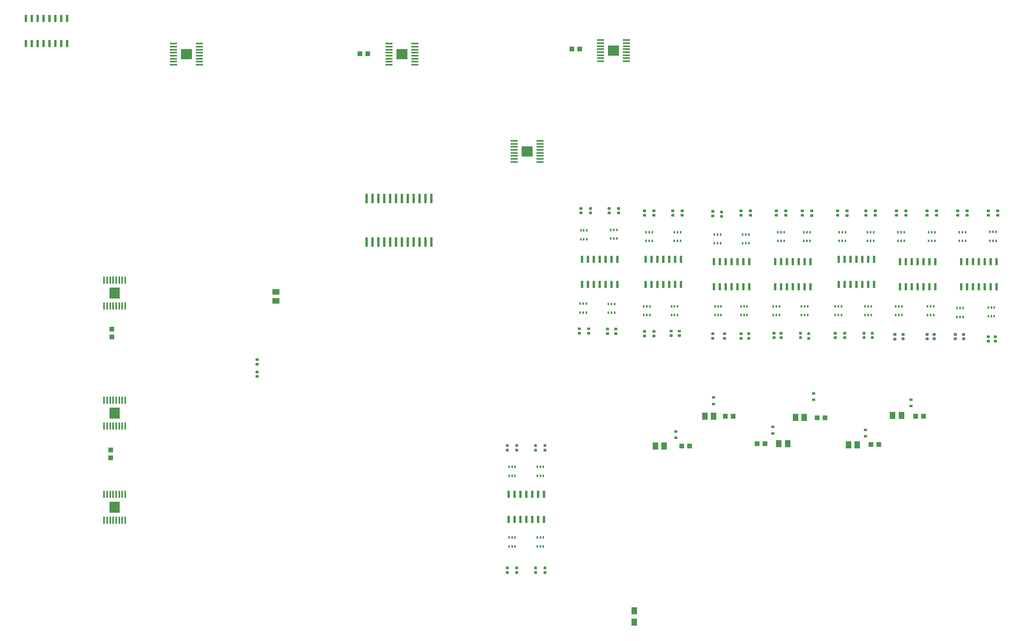
<source format=gbr>
G04 #@! TF.GenerationSoftware,KiCad,Pcbnew,5.0.0*
G04 #@! TF.CreationDate,2018-09-10T20:22:23-07:00*
G04 #@! TF.ProjectId,SchematicAutomation,536368656D617469634175746F6D6174,rev?*
G04 #@! TF.SameCoordinates,Original*
G04 #@! TF.FileFunction,Paste,Bot*
G04 #@! TF.FilePolarity,Positive*
%FSLAX45Y45*%
G04 Gerber Fmt 4.5, Leading zero omitted, Abs format (unit mm)*
G04 Created by KiCad (PCBNEW 5.0.0) date Mon Sep 10 20:22:23 2018*
%MOMM*%
%LPD*%
G01*
G04 APERTURE LIST*
%ADD10C,0.150000*%
%ADD11C,0.590000*%
%ADD12R,0.420000X0.600000*%
%ADD13R,1.250000X1.500000*%
%ADD14R,0.550000X1.500000*%
%ADD15R,1.500000X1.300000*%
%ADD16R,1.100000X1.000000*%
%ADD17R,1.000000X1.100000*%
%ADD18R,1.300000X1.500000*%
%ADD19R,0.800000X0.600000*%
%ADD20R,0.600000X1.550000*%
%ADD21R,0.600000X2.000000*%
%ADD22R,0.300000X1.600000*%
%ADD23R,2.310000X2.460000*%
%ADD24R,1.600000X0.300000*%
%ADD25R,2.460000X2.310000*%
G04 APERTURE END LIST*
D10*
G04 #@! TO.C,R41*
G36*
X17000096Y-10640671D02*
X17001528Y-10640884D01*
X17002932Y-10641235D01*
X17004295Y-10641723D01*
X17005603Y-10642342D01*
X17006845Y-10643086D01*
X17008007Y-10643948D01*
X17009080Y-10644920D01*
X17010052Y-10645993D01*
X17010914Y-10647156D01*
X17011658Y-10648397D01*
X17012277Y-10649706D01*
X17012765Y-10651069D01*
X17013117Y-10652473D01*
X17013329Y-10653904D01*
X17013400Y-10655350D01*
X17013400Y-10684850D01*
X17013329Y-10686296D01*
X17013117Y-10687728D01*
X17012765Y-10689132D01*
X17012277Y-10690495D01*
X17011658Y-10691803D01*
X17010914Y-10693045D01*
X17010052Y-10694208D01*
X17009080Y-10695280D01*
X17008007Y-10696252D01*
X17006845Y-10697114D01*
X17005603Y-10697859D01*
X17004295Y-10698477D01*
X17002932Y-10698965D01*
X17001528Y-10699317D01*
X17000096Y-10699529D01*
X16998650Y-10699600D01*
X16964150Y-10699600D01*
X16962704Y-10699529D01*
X16961272Y-10699317D01*
X16959868Y-10698965D01*
X16958505Y-10698477D01*
X16957197Y-10697859D01*
X16955955Y-10697114D01*
X16954793Y-10696252D01*
X16953720Y-10695280D01*
X16952748Y-10694208D01*
X16951886Y-10693045D01*
X16951142Y-10691803D01*
X16950523Y-10690495D01*
X16950035Y-10689132D01*
X16949683Y-10687728D01*
X16949471Y-10686296D01*
X16949400Y-10684850D01*
X16949400Y-10655350D01*
X16949471Y-10653904D01*
X16949683Y-10652473D01*
X16950035Y-10651069D01*
X16950523Y-10649706D01*
X16951142Y-10648397D01*
X16951886Y-10647156D01*
X16952748Y-10645993D01*
X16953720Y-10644920D01*
X16954793Y-10643948D01*
X16955955Y-10643086D01*
X16957197Y-10642342D01*
X16958505Y-10641723D01*
X16959868Y-10641235D01*
X16961272Y-10640884D01*
X16962704Y-10640671D01*
X16964150Y-10640600D01*
X16998650Y-10640600D01*
X17000096Y-10640671D01*
X17000096Y-10640671D01*
G37*
D11*
X16981400Y-10670100D03*
D10*
G36*
X17000096Y-10543671D02*
X17001528Y-10543884D01*
X17002932Y-10544235D01*
X17004295Y-10544723D01*
X17005603Y-10545342D01*
X17006845Y-10546086D01*
X17008007Y-10546948D01*
X17009080Y-10547920D01*
X17010052Y-10548993D01*
X17010914Y-10550156D01*
X17011658Y-10551397D01*
X17012277Y-10552706D01*
X17012765Y-10554069D01*
X17013117Y-10555473D01*
X17013329Y-10556904D01*
X17013400Y-10558350D01*
X17013400Y-10587850D01*
X17013329Y-10589296D01*
X17013117Y-10590728D01*
X17012765Y-10592132D01*
X17012277Y-10593495D01*
X17011658Y-10594803D01*
X17010914Y-10596045D01*
X17010052Y-10597208D01*
X17009080Y-10598280D01*
X17008007Y-10599252D01*
X17006845Y-10600114D01*
X17005603Y-10600859D01*
X17004295Y-10601477D01*
X17002932Y-10601965D01*
X17001528Y-10602317D01*
X17000096Y-10602529D01*
X16998650Y-10602600D01*
X16964150Y-10602600D01*
X16962704Y-10602529D01*
X16961272Y-10602317D01*
X16959868Y-10601965D01*
X16958505Y-10601477D01*
X16957197Y-10600859D01*
X16955955Y-10600114D01*
X16954793Y-10599252D01*
X16953720Y-10598280D01*
X16952748Y-10597208D01*
X16951886Y-10596045D01*
X16951142Y-10594803D01*
X16950523Y-10593495D01*
X16950035Y-10592132D01*
X16949683Y-10590728D01*
X16949471Y-10589296D01*
X16949400Y-10587850D01*
X16949400Y-10558350D01*
X16949471Y-10556904D01*
X16949683Y-10555473D01*
X16950035Y-10554069D01*
X16950523Y-10552706D01*
X16951142Y-10551397D01*
X16951886Y-10550156D01*
X16952748Y-10548993D01*
X16953720Y-10547920D01*
X16954793Y-10546948D01*
X16955955Y-10546086D01*
X16957197Y-10545342D01*
X16958505Y-10544723D01*
X16959868Y-10544235D01*
X16961272Y-10543884D01*
X16962704Y-10543671D01*
X16964150Y-10543600D01*
X16998650Y-10543600D01*
X17000096Y-10543671D01*
X17000096Y-10543671D01*
G37*
D11*
X16981400Y-10573100D03*
G04 #@! TD*
D12*
G04 #@! TO.C,Q18*
X20267700Y-10280400D03*
X20332700Y-10280400D03*
X20397700Y-10280400D03*
X20267700Y-10090400D03*
X20332700Y-10090400D03*
X20397700Y-10090400D03*
G04 #@! TD*
D13*
G04 #@! TO.C,C51*
X17964150Y-16908050D03*
X17964150Y-16658050D03*
G04 #@! TD*
D14*
G04 #@! TO.C,U21*
X21005800Y-9668000D03*
X21132800Y-9668000D03*
X21259800Y-9668000D03*
X21386800Y-9668000D03*
X21513800Y-9668000D03*
X21640800Y-9668000D03*
X21767800Y-9668000D03*
X21767800Y-9128000D03*
X21640800Y-9128000D03*
X21513800Y-9128000D03*
X21386800Y-9128000D03*
X21259800Y-9128000D03*
X21132800Y-9128000D03*
X21005800Y-9128000D03*
G04 #@! TD*
D10*
G04 #@! TO.C,R55*
G36*
X23781896Y-10763271D02*
X23783328Y-10763483D01*
X23784732Y-10763835D01*
X23786095Y-10764323D01*
X23787403Y-10764942D01*
X23788645Y-10765686D01*
X23789807Y-10766548D01*
X23790880Y-10767520D01*
X23791852Y-10768593D01*
X23792714Y-10769755D01*
X23793458Y-10770997D01*
X23794077Y-10772305D01*
X23794565Y-10773668D01*
X23794917Y-10775072D01*
X23795129Y-10776504D01*
X23795200Y-10777950D01*
X23795200Y-10807450D01*
X23795129Y-10808896D01*
X23794917Y-10810328D01*
X23794565Y-10811732D01*
X23794077Y-10813095D01*
X23793458Y-10814403D01*
X23792714Y-10815645D01*
X23791852Y-10816807D01*
X23790880Y-10817880D01*
X23789807Y-10818852D01*
X23788645Y-10819714D01*
X23787403Y-10820458D01*
X23786095Y-10821077D01*
X23784732Y-10821565D01*
X23783328Y-10821917D01*
X23781896Y-10822129D01*
X23780450Y-10822200D01*
X23745950Y-10822200D01*
X23744504Y-10822129D01*
X23743072Y-10821917D01*
X23741668Y-10821565D01*
X23740305Y-10821077D01*
X23738997Y-10820458D01*
X23737755Y-10819714D01*
X23736593Y-10818852D01*
X23735520Y-10817880D01*
X23734548Y-10816807D01*
X23733686Y-10815645D01*
X23732942Y-10814403D01*
X23732323Y-10813095D01*
X23731835Y-10811732D01*
X23731483Y-10810328D01*
X23731271Y-10808896D01*
X23731200Y-10807450D01*
X23731200Y-10777950D01*
X23731271Y-10776504D01*
X23731483Y-10775072D01*
X23731835Y-10773668D01*
X23732323Y-10772305D01*
X23732942Y-10770997D01*
X23733686Y-10769755D01*
X23734548Y-10768593D01*
X23735520Y-10767520D01*
X23736593Y-10766548D01*
X23737755Y-10765686D01*
X23738997Y-10764942D01*
X23740305Y-10764323D01*
X23741668Y-10763835D01*
X23743072Y-10763483D01*
X23744504Y-10763271D01*
X23745950Y-10763200D01*
X23780450Y-10763200D01*
X23781896Y-10763271D01*
X23781896Y-10763271D01*
G37*
D11*
X23763200Y-10792700D03*
D10*
G36*
X23781896Y-10666271D02*
X23783328Y-10666483D01*
X23784732Y-10666835D01*
X23786095Y-10667323D01*
X23787403Y-10667942D01*
X23788645Y-10668686D01*
X23789807Y-10669548D01*
X23790880Y-10670520D01*
X23791852Y-10671593D01*
X23792714Y-10672755D01*
X23793458Y-10673997D01*
X23794077Y-10675305D01*
X23794565Y-10676668D01*
X23794917Y-10678072D01*
X23795129Y-10679504D01*
X23795200Y-10680950D01*
X23795200Y-10710450D01*
X23795129Y-10711896D01*
X23794917Y-10713328D01*
X23794565Y-10714732D01*
X23794077Y-10716095D01*
X23793458Y-10717403D01*
X23792714Y-10718645D01*
X23791852Y-10719807D01*
X23790880Y-10720880D01*
X23789807Y-10721852D01*
X23788645Y-10722714D01*
X23787403Y-10723458D01*
X23786095Y-10724077D01*
X23784732Y-10724565D01*
X23783328Y-10724917D01*
X23781896Y-10725129D01*
X23780450Y-10725200D01*
X23745950Y-10725200D01*
X23744504Y-10725129D01*
X23743072Y-10724917D01*
X23741668Y-10724565D01*
X23740305Y-10724077D01*
X23738997Y-10723458D01*
X23737755Y-10722714D01*
X23736593Y-10721852D01*
X23735520Y-10720880D01*
X23734548Y-10719807D01*
X23733686Y-10718645D01*
X23732942Y-10717403D01*
X23732323Y-10716095D01*
X23731835Y-10714732D01*
X23731483Y-10713328D01*
X23731271Y-10711896D01*
X23731200Y-10710450D01*
X23731200Y-10680950D01*
X23731271Y-10679504D01*
X23731483Y-10678072D01*
X23731835Y-10676668D01*
X23732323Y-10675305D01*
X23732942Y-10673997D01*
X23733686Y-10672755D01*
X23734548Y-10671593D01*
X23735520Y-10670520D01*
X23736593Y-10669548D01*
X23737755Y-10668686D01*
X23738997Y-10667942D01*
X23740305Y-10667323D01*
X23741668Y-10666835D01*
X23743072Y-10666483D01*
X23744504Y-10666271D01*
X23745950Y-10666200D01*
X23780450Y-10666200D01*
X23781896Y-10666271D01*
X23781896Y-10666271D01*
G37*
D11*
X23763200Y-10695700D03*
G04 #@! TD*
D10*
G04 #@! TO.C,R57*
G36*
X23604096Y-10668371D02*
X23605528Y-10668584D01*
X23606932Y-10668935D01*
X23608295Y-10669423D01*
X23609603Y-10670042D01*
X23610845Y-10670786D01*
X23612007Y-10671648D01*
X23613080Y-10672620D01*
X23614052Y-10673693D01*
X23614914Y-10674856D01*
X23615658Y-10676097D01*
X23616277Y-10677406D01*
X23616765Y-10678769D01*
X23617117Y-10680173D01*
X23617329Y-10681604D01*
X23617400Y-10683050D01*
X23617400Y-10712550D01*
X23617329Y-10713996D01*
X23617117Y-10715428D01*
X23616765Y-10716832D01*
X23616277Y-10718195D01*
X23615658Y-10719503D01*
X23614914Y-10720745D01*
X23614052Y-10721908D01*
X23613080Y-10722980D01*
X23612007Y-10723952D01*
X23610845Y-10724814D01*
X23609603Y-10725559D01*
X23608295Y-10726177D01*
X23606932Y-10726665D01*
X23605528Y-10727017D01*
X23604096Y-10727229D01*
X23602650Y-10727300D01*
X23568150Y-10727300D01*
X23566704Y-10727229D01*
X23565272Y-10727017D01*
X23563868Y-10726665D01*
X23562505Y-10726177D01*
X23561197Y-10725559D01*
X23559955Y-10724814D01*
X23558793Y-10723952D01*
X23557720Y-10722980D01*
X23556748Y-10721908D01*
X23555886Y-10720745D01*
X23555142Y-10719503D01*
X23554523Y-10718195D01*
X23554035Y-10716832D01*
X23553683Y-10715428D01*
X23553471Y-10713996D01*
X23553400Y-10712550D01*
X23553400Y-10683050D01*
X23553471Y-10681604D01*
X23553683Y-10680173D01*
X23554035Y-10678769D01*
X23554523Y-10677406D01*
X23555142Y-10676097D01*
X23555886Y-10674856D01*
X23556748Y-10673693D01*
X23557720Y-10672620D01*
X23558793Y-10671648D01*
X23559955Y-10670786D01*
X23561197Y-10670042D01*
X23562505Y-10669423D01*
X23563868Y-10668935D01*
X23565272Y-10668584D01*
X23566704Y-10668371D01*
X23568150Y-10668300D01*
X23602650Y-10668300D01*
X23604096Y-10668371D01*
X23604096Y-10668371D01*
G37*
D11*
X23585400Y-10697800D03*
D10*
G36*
X23604096Y-10765371D02*
X23605528Y-10765584D01*
X23606932Y-10765935D01*
X23608295Y-10766423D01*
X23609603Y-10767042D01*
X23610845Y-10767786D01*
X23612007Y-10768648D01*
X23613080Y-10769620D01*
X23614052Y-10770693D01*
X23614914Y-10771856D01*
X23615658Y-10773097D01*
X23616277Y-10774406D01*
X23616765Y-10775769D01*
X23617117Y-10777173D01*
X23617329Y-10778604D01*
X23617400Y-10780050D01*
X23617400Y-10809550D01*
X23617329Y-10810996D01*
X23617117Y-10812428D01*
X23616765Y-10813832D01*
X23616277Y-10815195D01*
X23615658Y-10816503D01*
X23614914Y-10817745D01*
X23614052Y-10818908D01*
X23613080Y-10819980D01*
X23612007Y-10820952D01*
X23610845Y-10821814D01*
X23609603Y-10822559D01*
X23608295Y-10823177D01*
X23606932Y-10823665D01*
X23605528Y-10824017D01*
X23604096Y-10824229D01*
X23602650Y-10824300D01*
X23568150Y-10824300D01*
X23566704Y-10824229D01*
X23565272Y-10824017D01*
X23563868Y-10823665D01*
X23562505Y-10823177D01*
X23561197Y-10822559D01*
X23559955Y-10821814D01*
X23558793Y-10820952D01*
X23557720Y-10819980D01*
X23556748Y-10818908D01*
X23555886Y-10817745D01*
X23555142Y-10816503D01*
X23554523Y-10815195D01*
X23554035Y-10813832D01*
X23553683Y-10812428D01*
X23553471Y-10810996D01*
X23553400Y-10809550D01*
X23553400Y-10780050D01*
X23553471Y-10778604D01*
X23553683Y-10777173D01*
X23554035Y-10775769D01*
X23554523Y-10774406D01*
X23555142Y-10773097D01*
X23555886Y-10771856D01*
X23556748Y-10770693D01*
X23557720Y-10769620D01*
X23558793Y-10768648D01*
X23559955Y-10767786D01*
X23561197Y-10767042D01*
X23562505Y-10766423D01*
X23563868Y-10765935D01*
X23565272Y-10765584D01*
X23566704Y-10765371D01*
X23568150Y-10765300D01*
X23602650Y-10765300D01*
X23604096Y-10765371D01*
X23604096Y-10765371D01*
G37*
D11*
X23585400Y-10794800D03*
G04 #@! TD*
D15*
G04 #@! TO.C,C44*
X10236200Y-9969500D03*
X10236200Y-9779500D03*
G04 #@! TD*
D16*
G04 #@! TO.C,C42*
X18990400Y-13106400D03*
X19160400Y-13106400D03*
G04 #@! TD*
G04 #@! TO.C,C43*
X19930200Y-12458700D03*
X20100200Y-12458700D03*
G04 #@! TD*
G04 #@! TO.C,C39*
X24032300Y-12458700D03*
X24202300Y-12458700D03*
G04 #@! TD*
G04 #@! TO.C,C37*
X23067100Y-13068300D03*
X23237100Y-13068300D03*
G04 #@! TD*
G04 #@! TO.C,C27*
X16615500Y-4533900D03*
X16785500Y-4533900D03*
G04 #@! TD*
G04 #@! TO.C,C38*
X21911400Y-12496800D03*
X22081400Y-12496800D03*
G04 #@! TD*
G04 #@! TO.C,C36*
X20786000Y-13055600D03*
X20616000Y-13055600D03*
G04 #@! TD*
G04 #@! TO.C,C25*
X12047400Y-4635500D03*
X12217400Y-4635500D03*
G04 #@! TD*
D17*
G04 #@! TO.C,C23*
X6692900Y-10753000D03*
X6692900Y-10583000D03*
G04 #@! TD*
G04 #@! TO.C,C19*
X6667500Y-13356500D03*
X6667500Y-13186500D03*
G04 #@! TD*
D18*
G04 #@! TO.C,C34*
X21444200Y-12484100D03*
X21634200Y-12484100D03*
G04 #@! TD*
G04 #@! TO.C,C32*
X21272000Y-13055600D03*
X21082000Y-13055600D03*
G04 #@! TD*
G04 #@! TO.C,C40*
X18421600Y-13106400D03*
X18611600Y-13106400D03*
G04 #@! TD*
G04 #@! TO.C,C41*
X19488400Y-12458700D03*
X19678400Y-12458700D03*
G04 #@! TD*
G04 #@! TO.C,C33*
X22587200Y-13081000D03*
X22777200Y-13081000D03*
G04 #@! TD*
G04 #@! TO.C,C35*
X23539700Y-12446000D03*
X23729700Y-12446000D03*
G04 #@! TD*
D10*
G04 #@! TO.C,R143*
G36*
X25621896Y-7999271D02*
X25623328Y-7999483D01*
X25624732Y-7999835D01*
X25626095Y-8000323D01*
X25627403Y-8000942D01*
X25628645Y-8001686D01*
X25629807Y-8002548D01*
X25630880Y-8003520D01*
X25631852Y-8004593D01*
X25632714Y-8005755D01*
X25633458Y-8006997D01*
X25634077Y-8008305D01*
X25634565Y-8009668D01*
X25634917Y-8011072D01*
X25635129Y-8012504D01*
X25635200Y-8013950D01*
X25635200Y-8043450D01*
X25635129Y-8044896D01*
X25634917Y-8046328D01*
X25634565Y-8047732D01*
X25634077Y-8049095D01*
X25633458Y-8050403D01*
X25632714Y-8051645D01*
X25631852Y-8052807D01*
X25630880Y-8053880D01*
X25629807Y-8054852D01*
X25628645Y-8055714D01*
X25627403Y-8056458D01*
X25626095Y-8057077D01*
X25624732Y-8057565D01*
X25623328Y-8057917D01*
X25621896Y-8058129D01*
X25620450Y-8058200D01*
X25585950Y-8058200D01*
X25584504Y-8058129D01*
X25583072Y-8057917D01*
X25581668Y-8057565D01*
X25580305Y-8057077D01*
X25578997Y-8056458D01*
X25577755Y-8055714D01*
X25576593Y-8054852D01*
X25575520Y-8053880D01*
X25574548Y-8052807D01*
X25573686Y-8051645D01*
X25572942Y-8050403D01*
X25572323Y-8049095D01*
X25571835Y-8047732D01*
X25571483Y-8046328D01*
X25571271Y-8044896D01*
X25571200Y-8043450D01*
X25571200Y-8013950D01*
X25571271Y-8012504D01*
X25571483Y-8011072D01*
X25571835Y-8009668D01*
X25572323Y-8008305D01*
X25572942Y-8006997D01*
X25573686Y-8005755D01*
X25574548Y-8004593D01*
X25575520Y-8003520D01*
X25576593Y-8002548D01*
X25577755Y-8001686D01*
X25578997Y-8000942D01*
X25580305Y-8000323D01*
X25581668Y-7999835D01*
X25583072Y-7999483D01*
X25584504Y-7999271D01*
X25585950Y-7999200D01*
X25620450Y-7999200D01*
X25621896Y-7999271D01*
X25621896Y-7999271D01*
G37*
D11*
X25603200Y-8028700D03*
D10*
G36*
X25621896Y-8096271D02*
X25623328Y-8096483D01*
X25624732Y-8096835D01*
X25626095Y-8097323D01*
X25627403Y-8097942D01*
X25628645Y-8098686D01*
X25629807Y-8099548D01*
X25630880Y-8100520D01*
X25631852Y-8101593D01*
X25632714Y-8102755D01*
X25633458Y-8103997D01*
X25634077Y-8105305D01*
X25634565Y-8106668D01*
X25634917Y-8108072D01*
X25635129Y-8109504D01*
X25635200Y-8110950D01*
X25635200Y-8140450D01*
X25635129Y-8141896D01*
X25634917Y-8143328D01*
X25634565Y-8144732D01*
X25634077Y-8146095D01*
X25633458Y-8147403D01*
X25632714Y-8148645D01*
X25631852Y-8149807D01*
X25630880Y-8150880D01*
X25629807Y-8151852D01*
X25628645Y-8152714D01*
X25627403Y-8153458D01*
X25626095Y-8154077D01*
X25624732Y-8154565D01*
X25623328Y-8154917D01*
X25621896Y-8155129D01*
X25620450Y-8155200D01*
X25585950Y-8155200D01*
X25584504Y-8155129D01*
X25583072Y-8154917D01*
X25581668Y-8154565D01*
X25580305Y-8154077D01*
X25578997Y-8153458D01*
X25577755Y-8152714D01*
X25576593Y-8151852D01*
X25575520Y-8150880D01*
X25574548Y-8149807D01*
X25573686Y-8148645D01*
X25572942Y-8147403D01*
X25572323Y-8146095D01*
X25571835Y-8144732D01*
X25571483Y-8143328D01*
X25571271Y-8141896D01*
X25571200Y-8140450D01*
X25571200Y-8110950D01*
X25571271Y-8109504D01*
X25571483Y-8108072D01*
X25571835Y-8106668D01*
X25572323Y-8105305D01*
X25572942Y-8103997D01*
X25573686Y-8102755D01*
X25574548Y-8101593D01*
X25575520Y-8100520D01*
X25576593Y-8099548D01*
X25577755Y-8098686D01*
X25578997Y-8097942D01*
X25580305Y-8097323D01*
X25581668Y-8096835D01*
X25583072Y-8096483D01*
X25584504Y-8096271D01*
X25585950Y-8096200D01*
X25620450Y-8096200D01*
X25621896Y-8096271D01*
X25621896Y-8096271D01*
G37*
D11*
X25603200Y-8125700D03*
G04 #@! TD*
D10*
G04 #@! TO.C,R139*
G36*
X25825096Y-8096271D02*
X25826528Y-8096483D01*
X25827932Y-8096835D01*
X25829295Y-8097323D01*
X25830603Y-8097942D01*
X25831845Y-8098686D01*
X25833007Y-8099548D01*
X25834080Y-8100520D01*
X25835052Y-8101593D01*
X25835914Y-8102755D01*
X25836658Y-8103997D01*
X25837277Y-8105305D01*
X25837765Y-8106668D01*
X25838117Y-8108072D01*
X25838329Y-8109504D01*
X25838400Y-8110950D01*
X25838400Y-8140450D01*
X25838329Y-8141896D01*
X25838117Y-8143328D01*
X25837765Y-8144732D01*
X25837277Y-8146095D01*
X25836658Y-8147403D01*
X25835914Y-8148645D01*
X25835052Y-8149807D01*
X25834080Y-8150880D01*
X25833007Y-8151852D01*
X25831845Y-8152714D01*
X25830603Y-8153458D01*
X25829295Y-8154077D01*
X25827932Y-8154565D01*
X25826528Y-8154917D01*
X25825096Y-8155129D01*
X25823650Y-8155200D01*
X25789150Y-8155200D01*
X25787704Y-8155129D01*
X25786272Y-8154917D01*
X25784868Y-8154565D01*
X25783505Y-8154077D01*
X25782197Y-8153458D01*
X25780955Y-8152714D01*
X25779793Y-8151852D01*
X25778720Y-8150880D01*
X25777748Y-8149807D01*
X25776886Y-8148645D01*
X25776142Y-8147403D01*
X25775523Y-8146095D01*
X25775035Y-8144732D01*
X25774683Y-8143328D01*
X25774471Y-8141896D01*
X25774400Y-8140450D01*
X25774400Y-8110950D01*
X25774471Y-8109504D01*
X25774683Y-8108072D01*
X25775035Y-8106668D01*
X25775523Y-8105305D01*
X25776142Y-8103997D01*
X25776886Y-8102755D01*
X25777748Y-8101593D01*
X25778720Y-8100520D01*
X25779793Y-8099548D01*
X25780955Y-8098686D01*
X25782197Y-8097942D01*
X25783505Y-8097323D01*
X25784868Y-8096835D01*
X25786272Y-8096483D01*
X25787704Y-8096271D01*
X25789150Y-8096200D01*
X25823650Y-8096200D01*
X25825096Y-8096271D01*
X25825096Y-8096271D01*
G37*
D11*
X25806400Y-8125700D03*
D10*
G36*
X25825096Y-7999271D02*
X25826528Y-7999483D01*
X25827932Y-7999835D01*
X25829295Y-8000323D01*
X25830603Y-8000942D01*
X25831845Y-8001686D01*
X25833007Y-8002548D01*
X25834080Y-8003520D01*
X25835052Y-8004593D01*
X25835914Y-8005755D01*
X25836658Y-8006997D01*
X25837277Y-8008305D01*
X25837765Y-8009668D01*
X25838117Y-8011072D01*
X25838329Y-8012504D01*
X25838400Y-8013950D01*
X25838400Y-8043450D01*
X25838329Y-8044896D01*
X25838117Y-8046328D01*
X25837765Y-8047732D01*
X25837277Y-8049095D01*
X25836658Y-8050403D01*
X25835914Y-8051645D01*
X25835052Y-8052807D01*
X25834080Y-8053880D01*
X25833007Y-8054852D01*
X25831845Y-8055714D01*
X25830603Y-8056458D01*
X25829295Y-8057077D01*
X25827932Y-8057565D01*
X25826528Y-8057917D01*
X25825096Y-8058129D01*
X25823650Y-8058200D01*
X25789150Y-8058200D01*
X25787704Y-8058129D01*
X25786272Y-8057917D01*
X25784868Y-8057565D01*
X25783505Y-8057077D01*
X25782197Y-8056458D01*
X25780955Y-8055714D01*
X25779793Y-8054852D01*
X25778720Y-8053880D01*
X25777748Y-8052807D01*
X25776886Y-8051645D01*
X25776142Y-8050403D01*
X25775523Y-8049095D01*
X25775035Y-8047732D01*
X25774683Y-8046328D01*
X25774471Y-8044896D01*
X25774400Y-8043450D01*
X25774400Y-8013950D01*
X25774471Y-8012504D01*
X25774683Y-8011072D01*
X25775035Y-8009668D01*
X25775523Y-8008305D01*
X25776142Y-8006997D01*
X25776886Y-8005755D01*
X25777748Y-8004593D01*
X25778720Y-8003520D01*
X25779793Y-8002548D01*
X25780955Y-8001686D01*
X25782197Y-8000942D01*
X25783505Y-8000323D01*
X25784868Y-7999835D01*
X25786272Y-7999483D01*
X25787704Y-7999271D01*
X25789150Y-7999200D01*
X25823650Y-7999200D01*
X25825096Y-7999271D01*
X25825096Y-7999271D01*
G37*
D11*
X25806400Y-8028700D03*
G04 #@! TD*
D10*
G04 #@! TO.C,R174*
G36*
X9848496Y-11573432D02*
X9849928Y-11573644D01*
X9851332Y-11573996D01*
X9852695Y-11574484D01*
X9854003Y-11575102D01*
X9855245Y-11575847D01*
X9856407Y-11576709D01*
X9857480Y-11577681D01*
X9858452Y-11578753D01*
X9859314Y-11579916D01*
X9860058Y-11581158D01*
X9860677Y-11582466D01*
X9861165Y-11583829D01*
X9861517Y-11585233D01*
X9861729Y-11586665D01*
X9861800Y-11588111D01*
X9861800Y-11617611D01*
X9861729Y-11619057D01*
X9861517Y-11620488D01*
X9861165Y-11621892D01*
X9860677Y-11623255D01*
X9860058Y-11624564D01*
X9859314Y-11625805D01*
X9858452Y-11626968D01*
X9857480Y-11628041D01*
X9856407Y-11629013D01*
X9855245Y-11629875D01*
X9854003Y-11630619D01*
X9852695Y-11631238D01*
X9851332Y-11631726D01*
X9849928Y-11632077D01*
X9848496Y-11632290D01*
X9847050Y-11632361D01*
X9812550Y-11632361D01*
X9811104Y-11632290D01*
X9809672Y-11632077D01*
X9808268Y-11631726D01*
X9806905Y-11631238D01*
X9805597Y-11630619D01*
X9804355Y-11629875D01*
X9803193Y-11629013D01*
X9802120Y-11628041D01*
X9801148Y-11626968D01*
X9800286Y-11625805D01*
X9799542Y-11624564D01*
X9798923Y-11623255D01*
X9798435Y-11621892D01*
X9798083Y-11620488D01*
X9797871Y-11619057D01*
X9797800Y-11617611D01*
X9797800Y-11588111D01*
X9797871Y-11586665D01*
X9798083Y-11585233D01*
X9798435Y-11583829D01*
X9798923Y-11582466D01*
X9799542Y-11581158D01*
X9800286Y-11579916D01*
X9801148Y-11578753D01*
X9802120Y-11577681D01*
X9803193Y-11576709D01*
X9804355Y-11575847D01*
X9805597Y-11575102D01*
X9806905Y-11574484D01*
X9808268Y-11573996D01*
X9809672Y-11573644D01*
X9811104Y-11573432D01*
X9812550Y-11573361D01*
X9847050Y-11573361D01*
X9848496Y-11573432D01*
X9848496Y-11573432D01*
G37*
D11*
X9829800Y-11602861D03*
D10*
G36*
X9848496Y-11476432D02*
X9849928Y-11476644D01*
X9851332Y-11476996D01*
X9852695Y-11477484D01*
X9854003Y-11478102D01*
X9855245Y-11478847D01*
X9856407Y-11479709D01*
X9857480Y-11480681D01*
X9858452Y-11481753D01*
X9859314Y-11482916D01*
X9860058Y-11484158D01*
X9860677Y-11485466D01*
X9861165Y-11486829D01*
X9861517Y-11488233D01*
X9861729Y-11489665D01*
X9861800Y-11491111D01*
X9861800Y-11520611D01*
X9861729Y-11522057D01*
X9861517Y-11523488D01*
X9861165Y-11524892D01*
X9860677Y-11526255D01*
X9860058Y-11527564D01*
X9859314Y-11528805D01*
X9858452Y-11529968D01*
X9857480Y-11531041D01*
X9856407Y-11532013D01*
X9855245Y-11532875D01*
X9854003Y-11533619D01*
X9852695Y-11534238D01*
X9851332Y-11534726D01*
X9849928Y-11535077D01*
X9848496Y-11535290D01*
X9847050Y-11535361D01*
X9812550Y-11535361D01*
X9811104Y-11535290D01*
X9809672Y-11535077D01*
X9808268Y-11534726D01*
X9806905Y-11534238D01*
X9805597Y-11533619D01*
X9804355Y-11532875D01*
X9803193Y-11532013D01*
X9802120Y-11531041D01*
X9801148Y-11529968D01*
X9800286Y-11528805D01*
X9799542Y-11527564D01*
X9798923Y-11526255D01*
X9798435Y-11524892D01*
X9798083Y-11523488D01*
X9797871Y-11522057D01*
X9797800Y-11520611D01*
X9797800Y-11491111D01*
X9797871Y-11489665D01*
X9798083Y-11488233D01*
X9798435Y-11486829D01*
X9798923Y-11485466D01*
X9799542Y-11484158D01*
X9800286Y-11482916D01*
X9801148Y-11481753D01*
X9802120Y-11480681D01*
X9803193Y-11479709D01*
X9804355Y-11478847D01*
X9805597Y-11478102D01*
X9806905Y-11477484D01*
X9808268Y-11476996D01*
X9809672Y-11476644D01*
X9811104Y-11476432D01*
X9812550Y-11476361D01*
X9847050Y-11476361D01*
X9848496Y-11476432D01*
X9848496Y-11476432D01*
G37*
D11*
X9829800Y-11505861D03*
G04 #@! TD*
D10*
G04 #@! TO.C,R173*
G36*
X9848496Y-11306732D02*
X9849928Y-11306944D01*
X9851332Y-11307296D01*
X9852695Y-11307784D01*
X9854003Y-11308402D01*
X9855245Y-11309147D01*
X9856407Y-11310009D01*
X9857480Y-11310981D01*
X9858452Y-11312053D01*
X9859314Y-11313216D01*
X9860058Y-11314458D01*
X9860677Y-11315766D01*
X9861165Y-11317129D01*
X9861517Y-11318533D01*
X9861729Y-11319965D01*
X9861800Y-11321411D01*
X9861800Y-11350911D01*
X9861729Y-11352357D01*
X9861517Y-11353788D01*
X9861165Y-11355192D01*
X9860677Y-11356555D01*
X9860058Y-11357864D01*
X9859314Y-11359105D01*
X9858452Y-11360268D01*
X9857480Y-11361341D01*
X9856407Y-11362313D01*
X9855245Y-11363175D01*
X9854003Y-11363919D01*
X9852695Y-11364538D01*
X9851332Y-11365026D01*
X9849928Y-11365377D01*
X9848496Y-11365590D01*
X9847050Y-11365661D01*
X9812550Y-11365661D01*
X9811104Y-11365590D01*
X9809672Y-11365377D01*
X9808268Y-11365026D01*
X9806905Y-11364538D01*
X9805597Y-11363919D01*
X9804355Y-11363175D01*
X9803193Y-11362313D01*
X9802120Y-11361341D01*
X9801148Y-11360268D01*
X9800286Y-11359105D01*
X9799542Y-11357864D01*
X9798923Y-11356555D01*
X9798435Y-11355192D01*
X9798083Y-11353788D01*
X9797871Y-11352357D01*
X9797800Y-11350911D01*
X9797800Y-11321411D01*
X9797871Y-11319965D01*
X9798083Y-11318533D01*
X9798435Y-11317129D01*
X9798923Y-11315766D01*
X9799542Y-11314458D01*
X9800286Y-11313216D01*
X9801148Y-11312053D01*
X9802120Y-11310981D01*
X9803193Y-11310009D01*
X9804355Y-11309147D01*
X9805597Y-11308402D01*
X9806905Y-11307784D01*
X9808268Y-11307296D01*
X9809672Y-11306944D01*
X9811104Y-11306732D01*
X9812550Y-11306661D01*
X9847050Y-11306661D01*
X9848496Y-11306732D01*
X9848496Y-11306732D01*
G37*
D11*
X9829800Y-11336161D03*
D10*
G36*
X9848496Y-11209732D02*
X9849928Y-11209944D01*
X9851332Y-11210296D01*
X9852695Y-11210784D01*
X9854003Y-11211402D01*
X9855245Y-11212147D01*
X9856407Y-11213009D01*
X9857480Y-11213981D01*
X9858452Y-11215053D01*
X9859314Y-11216216D01*
X9860058Y-11217458D01*
X9860677Y-11218766D01*
X9861165Y-11220129D01*
X9861517Y-11221533D01*
X9861729Y-11222965D01*
X9861800Y-11224411D01*
X9861800Y-11253911D01*
X9861729Y-11255357D01*
X9861517Y-11256788D01*
X9861165Y-11258192D01*
X9860677Y-11259555D01*
X9860058Y-11260864D01*
X9859314Y-11262105D01*
X9858452Y-11263268D01*
X9857480Y-11264341D01*
X9856407Y-11265313D01*
X9855245Y-11266175D01*
X9854003Y-11266919D01*
X9852695Y-11267538D01*
X9851332Y-11268026D01*
X9849928Y-11268377D01*
X9848496Y-11268590D01*
X9847050Y-11268661D01*
X9812550Y-11268661D01*
X9811104Y-11268590D01*
X9809672Y-11268377D01*
X9808268Y-11268026D01*
X9806905Y-11267538D01*
X9805597Y-11266919D01*
X9804355Y-11266175D01*
X9803193Y-11265313D01*
X9802120Y-11264341D01*
X9801148Y-11263268D01*
X9800286Y-11262105D01*
X9799542Y-11260864D01*
X9798923Y-11259555D01*
X9798435Y-11258192D01*
X9798083Y-11256788D01*
X9797871Y-11255357D01*
X9797800Y-11253911D01*
X9797800Y-11224411D01*
X9797871Y-11222965D01*
X9798083Y-11221533D01*
X9798435Y-11220129D01*
X9798923Y-11218766D01*
X9799542Y-11217458D01*
X9800286Y-11216216D01*
X9801148Y-11215053D01*
X9802120Y-11213981D01*
X9803193Y-11213009D01*
X9804355Y-11212147D01*
X9805597Y-11211402D01*
X9806905Y-11210784D01*
X9808268Y-11210296D01*
X9809672Y-11209944D01*
X9811104Y-11209732D01*
X9812550Y-11209661D01*
X9847050Y-11209661D01*
X9848496Y-11209732D01*
X9848496Y-11209732D01*
G37*
D11*
X9829800Y-11239161D03*
G04 #@! TD*
D10*
G04 #@! TO.C,R17*
G36*
X22319896Y-10640871D02*
X22321328Y-10641083D01*
X22322732Y-10641435D01*
X22324095Y-10641923D01*
X22325403Y-10642542D01*
X22326645Y-10643286D01*
X22327807Y-10644148D01*
X22328880Y-10645120D01*
X22329852Y-10646193D01*
X22330714Y-10647355D01*
X22331458Y-10648597D01*
X22332077Y-10649905D01*
X22332565Y-10651268D01*
X22332917Y-10652672D01*
X22333129Y-10654104D01*
X22333200Y-10655550D01*
X22333200Y-10685050D01*
X22333129Y-10686496D01*
X22332917Y-10687928D01*
X22332565Y-10689332D01*
X22332077Y-10690695D01*
X22331458Y-10692003D01*
X22330714Y-10693245D01*
X22329852Y-10694407D01*
X22328880Y-10695480D01*
X22327807Y-10696452D01*
X22326645Y-10697314D01*
X22325403Y-10698058D01*
X22324095Y-10698677D01*
X22322732Y-10699165D01*
X22321328Y-10699517D01*
X22319896Y-10699729D01*
X22318450Y-10699800D01*
X22283950Y-10699800D01*
X22282504Y-10699729D01*
X22281072Y-10699517D01*
X22279668Y-10699165D01*
X22278305Y-10698677D01*
X22276997Y-10698058D01*
X22275755Y-10697314D01*
X22274593Y-10696452D01*
X22273520Y-10695480D01*
X22272548Y-10694407D01*
X22271686Y-10693245D01*
X22270942Y-10692003D01*
X22270323Y-10690695D01*
X22269835Y-10689332D01*
X22269483Y-10687928D01*
X22269271Y-10686496D01*
X22269200Y-10685050D01*
X22269200Y-10655550D01*
X22269271Y-10654104D01*
X22269483Y-10652672D01*
X22269835Y-10651268D01*
X22270323Y-10649905D01*
X22270942Y-10648597D01*
X22271686Y-10647355D01*
X22272548Y-10646193D01*
X22273520Y-10645120D01*
X22274593Y-10644148D01*
X22275755Y-10643286D01*
X22276997Y-10642542D01*
X22278305Y-10641923D01*
X22279668Y-10641435D01*
X22281072Y-10641083D01*
X22282504Y-10640871D01*
X22283950Y-10640800D01*
X22318450Y-10640800D01*
X22319896Y-10640871D01*
X22319896Y-10640871D01*
G37*
D11*
X22301200Y-10670300D03*
D10*
G36*
X22319896Y-10737871D02*
X22321328Y-10738083D01*
X22322732Y-10738435D01*
X22324095Y-10738923D01*
X22325403Y-10739542D01*
X22326645Y-10740286D01*
X22327807Y-10741148D01*
X22328880Y-10742120D01*
X22329852Y-10743193D01*
X22330714Y-10744355D01*
X22331458Y-10745597D01*
X22332077Y-10746905D01*
X22332565Y-10748268D01*
X22332917Y-10749672D01*
X22333129Y-10751104D01*
X22333200Y-10752550D01*
X22333200Y-10782050D01*
X22333129Y-10783496D01*
X22332917Y-10784928D01*
X22332565Y-10786332D01*
X22332077Y-10787695D01*
X22331458Y-10789003D01*
X22330714Y-10790245D01*
X22329852Y-10791407D01*
X22328880Y-10792480D01*
X22327807Y-10793452D01*
X22326645Y-10794314D01*
X22325403Y-10795058D01*
X22324095Y-10795677D01*
X22322732Y-10796165D01*
X22321328Y-10796517D01*
X22319896Y-10796729D01*
X22318450Y-10796800D01*
X22283950Y-10796800D01*
X22282504Y-10796729D01*
X22281072Y-10796517D01*
X22279668Y-10796165D01*
X22278305Y-10795677D01*
X22276997Y-10795058D01*
X22275755Y-10794314D01*
X22274593Y-10793452D01*
X22273520Y-10792480D01*
X22272548Y-10791407D01*
X22271686Y-10790245D01*
X22270942Y-10789003D01*
X22270323Y-10787695D01*
X22269835Y-10786332D01*
X22269483Y-10784928D01*
X22269271Y-10783496D01*
X22269200Y-10782050D01*
X22269200Y-10752550D01*
X22269271Y-10751104D01*
X22269483Y-10749672D01*
X22269835Y-10748268D01*
X22270323Y-10746905D01*
X22270942Y-10745597D01*
X22271686Y-10744355D01*
X22272548Y-10743193D01*
X22273520Y-10742120D01*
X22274593Y-10741148D01*
X22275755Y-10740286D01*
X22276997Y-10739542D01*
X22278305Y-10738923D01*
X22279668Y-10738435D01*
X22281072Y-10738083D01*
X22282504Y-10737871D01*
X22283950Y-10737800D01*
X22318450Y-10737800D01*
X22319896Y-10737871D01*
X22319896Y-10737871D01*
G37*
D11*
X22301200Y-10767300D03*
G04 #@! TD*
D10*
G04 #@! TO.C,R15*
G36*
X22980296Y-7999271D02*
X22981728Y-7999483D01*
X22983132Y-7999835D01*
X22984495Y-8000323D01*
X22985803Y-8000942D01*
X22987045Y-8001686D01*
X22988207Y-8002548D01*
X22989280Y-8003520D01*
X22990252Y-8004593D01*
X22991114Y-8005755D01*
X22991858Y-8006997D01*
X22992477Y-8008305D01*
X22992965Y-8009668D01*
X22993317Y-8011072D01*
X22993529Y-8012504D01*
X22993600Y-8013950D01*
X22993600Y-8043450D01*
X22993529Y-8044896D01*
X22993317Y-8046328D01*
X22992965Y-8047732D01*
X22992477Y-8049095D01*
X22991858Y-8050403D01*
X22991114Y-8051645D01*
X22990252Y-8052807D01*
X22989280Y-8053880D01*
X22988207Y-8054852D01*
X22987045Y-8055714D01*
X22985803Y-8056458D01*
X22984495Y-8057077D01*
X22983132Y-8057565D01*
X22981728Y-8057917D01*
X22980296Y-8058129D01*
X22978850Y-8058200D01*
X22944350Y-8058200D01*
X22942904Y-8058129D01*
X22941472Y-8057917D01*
X22940068Y-8057565D01*
X22938705Y-8057077D01*
X22937397Y-8056458D01*
X22936155Y-8055714D01*
X22934993Y-8054852D01*
X22933920Y-8053880D01*
X22932948Y-8052807D01*
X22932086Y-8051645D01*
X22931342Y-8050403D01*
X22930723Y-8049095D01*
X22930235Y-8047732D01*
X22929883Y-8046328D01*
X22929671Y-8044896D01*
X22929600Y-8043450D01*
X22929600Y-8013950D01*
X22929671Y-8012504D01*
X22929883Y-8011072D01*
X22930235Y-8009668D01*
X22930723Y-8008305D01*
X22931342Y-8006997D01*
X22932086Y-8005755D01*
X22932948Y-8004593D01*
X22933920Y-8003520D01*
X22934993Y-8002548D01*
X22936155Y-8001686D01*
X22937397Y-8000942D01*
X22938705Y-8000323D01*
X22940068Y-7999835D01*
X22941472Y-7999483D01*
X22942904Y-7999271D01*
X22944350Y-7999200D01*
X22978850Y-7999200D01*
X22980296Y-7999271D01*
X22980296Y-7999271D01*
G37*
D11*
X22961600Y-8028700D03*
D10*
G36*
X22980296Y-8096271D02*
X22981728Y-8096483D01*
X22983132Y-8096835D01*
X22984495Y-8097323D01*
X22985803Y-8097942D01*
X22987045Y-8098686D01*
X22988207Y-8099548D01*
X22989280Y-8100520D01*
X22990252Y-8101593D01*
X22991114Y-8102755D01*
X22991858Y-8103997D01*
X22992477Y-8105305D01*
X22992965Y-8106668D01*
X22993317Y-8108072D01*
X22993529Y-8109504D01*
X22993600Y-8110950D01*
X22993600Y-8140450D01*
X22993529Y-8141896D01*
X22993317Y-8143328D01*
X22992965Y-8144732D01*
X22992477Y-8146095D01*
X22991858Y-8147403D01*
X22991114Y-8148645D01*
X22990252Y-8149807D01*
X22989280Y-8150880D01*
X22988207Y-8151852D01*
X22987045Y-8152714D01*
X22985803Y-8153458D01*
X22984495Y-8154077D01*
X22983132Y-8154565D01*
X22981728Y-8154917D01*
X22980296Y-8155129D01*
X22978850Y-8155200D01*
X22944350Y-8155200D01*
X22942904Y-8155129D01*
X22941472Y-8154917D01*
X22940068Y-8154565D01*
X22938705Y-8154077D01*
X22937397Y-8153458D01*
X22936155Y-8152714D01*
X22934993Y-8151852D01*
X22933920Y-8150880D01*
X22932948Y-8149807D01*
X22932086Y-8148645D01*
X22931342Y-8147403D01*
X22930723Y-8146095D01*
X22930235Y-8144732D01*
X22929883Y-8143328D01*
X22929671Y-8141896D01*
X22929600Y-8140450D01*
X22929600Y-8110950D01*
X22929671Y-8109504D01*
X22929883Y-8108072D01*
X22930235Y-8106668D01*
X22930723Y-8105305D01*
X22931342Y-8103997D01*
X22932086Y-8102755D01*
X22932948Y-8101593D01*
X22933920Y-8100520D01*
X22934993Y-8099548D01*
X22936155Y-8098686D01*
X22937397Y-8097942D01*
X22938705Y-8097323D01*
X22940068Y-8096835D01*
X22941472Y-8096483D01*
X22942904Y-8096271D01*
X22944350Y-8096200D01*
X22978850Y-8096200D01*
X22980296Y-8096271D01*
X22980296Y-8096271D01*
G37*
D11*
X22961600Y-8125700D03*
G04 #@! TD*
D10*
G04 #@! TO.C,R14*
G36*
X22523096Y-10737871D02*
X22524528Y-10738083D01*
X22525932Y-10738435D01*
X22527295Y-10738923D01*
X22528603Y-10739542D01*
X22529845Y-10740286D01*
X22531007Y-10741148D01*
X22532080Y-10742120D01*
X22533052Y-10743193D01*
X22533914Y-10744355D01*
X22534658Y-10745597D01*
X22535277Y-10746905D01*
X22535765Y-10748268D01*
X22536117Y-10749672D01*
X22536329Y-10751104D01*
X22536400Y-10752550D01*
X22536400Y-10782050D01*
X22536329Y-10783496D01*
X22536117Y-10784928D01*
X22535765Y-10786332D01*
X22535277Y-10787695D01*
X22534658Y-10789003D01*
X22533914Y-10790245D01*
X22533052Y-10791407D01*
X22532080Y-10792480D01*
X22531007Y-10793452D01*
X22529845Y-10794314D01*
X22528603Y-10795058D01*
X22527295Y-10795677D01*
X22525932Y-10796165D01*
X22524528Y-10796517D01*
X22523096Y-10796729D01*
X22521650Y-10796800D01*
X22487150Y-10796800D01*
X22485704Y-10796729D01*
X22484272Y-10796517D01*
X22482868Y-10796165D01*
X22481505Y-10795677D01*
X22480197Y-10795058D01*
X22478955Y-10794314D01*
X22477793Y-10793452D01*
X22476720Y-10792480D01*
X22475748Y-10791407D01*
X22474886Y-10790245D01*
X22474142Y-10789003D01*
X22473523Y-10787695D01*
X22473035Y-10786332D01*
X22472683Y-10784928D01*
X22472471Y-10783496D01*
X22472400Y-10782050D01*
X22472400Y-10752550D01*
X22472471Y-10751104D01*
X22472683Y-10749672D01*
X22473035Y-10748268D01*
X22473523Y-10746905D01*
X22474142Y-10745597D01*
X22474886Y-10744355D01*
X22475748Y-10743193D01*
X22476720Y-10742120D01*
X22477793Y-10741148D01*
X22478955Y-10740286D01*
X22480197Y-10739542D01*
X22481505Y-10738923D01*
X22482868Y-10738435D01*
X22484272Y-10738083D01*
X22485704Y-10737871D01*
X22487150Y-10737800D01*
X22521650Y-10737800D01*
X22523096Y-10737871D01*
X22523096Y-10737871D01*
G37*
D11*
X22504400Y-10767300D03*
D10*
G36*
X22523096Y-10640871D02*
X22524528Y-10641083D01*
X22525932Y-10641435D01*
X22527295Y-10641923D01*
X22528603Y-10642542D01*
X22529845Y-10643286D01*
X22531007Y-10644148D01*
X22532080Y-10645120D01*
X22533052Y-10646193D01*
X22533914Y-10647355D01*
X22534658Y-10648597D01*
X22535277Y-10649905D01*
X22535765Y-10651268D01*
X22536117Y-10652672D01*
X22536329Y-10654104D01*
X22536400Y-10655550D01*
X22536400Y-10685050D01*
X22536329Y-10686496D01*
X22536117Y-10687928D01*
X22535765Y-10689332D01*
X22535277Y-10690695D01*
X22534658Y-10692003D01*
X22533914Y-10693245D01*
X22533052Y-10694407D01*
X22532080Y-10695480D01*
X22531007Y-10696452D01*
X22529845Y-10697314D01*
X22528603Y-10698058D01*
X22527295Y-10698677D01*
X22525932Y-10699165D01*
X22524528Y-10699517D01*
X22523096Y-10699729D01*
X22521650Y-10699800D01*
X22487150Y-10699800D01*
X22485704Y-10699729D01*
X22484272Y-10699517D01*
X22482868Y-10699165D01*
X22481505Y-10698677D01*
X22480197Y-10698058D01*
X22478955Y-10697314D01*
X22477793Y-10696452D01*
X22476720Y-10695480D01*
X22475748Y-10694407D01*
X22474886Y-10693245D01*
X22474142Y-10692003D01*
X22473523Y-10690695D01*
X22473035Y-10689332D01*
X22472683Y-10687928D01*
X22472471Y-10686496D01*
X22472400Y-10685050D01*
X22472400Y-10655550D01*
X22472471Y-10654104D01*
X22472683Y-10652672D01*
X22473035Y-10651268D01*
X22473523Y-10649905D01*
X22474142Y-10648597D01*
X22474886Y-10647355D01*
X22475748Y-10646193D01*
X22476720Y-10645120D01*
X22477793Y-10644148D01*
X22478955Y-10643286D01*
X22480197Y-10642542D01*
X22481505Y-10641923D01*
X22482868Y-10641435D01*
X22484272Y-10641083D01*
X22485704Y-10640871D01*
X22487150Y-10640800D01*
X22521650Y-10640800D01*
X22523096Y-10640871D01*
X22523096Y-10640871D01*
G37*
D11*
X22504400Y-10670300D03*
G04 #@! TD*
D10*
G04 #@! TO.C,R13*
G36*
X22370696Y-7999271D02*
X22372128Y-7999483D01*
X22373532Y-7999835D01*
X22374895Y-8000323D01*
X22376203Y-8000942D01*
X22377445Y-8001686D01*
X22378607Y-8002548D01*
X22379680Y-8003520D01*
X22380652Y-8004593D01*
X22381514Y-8005755D01*
X22382258Y-8006997D01*
X22382877Y-8008305D01*
X22383365Y-8009668D01*
X22383717Y-8011072D01*
X22383929Y-8012504D01*
X22384000Y-8013950D01*
X22384000Y-8043450D01*
X22383929Y-8044896D01*
X22383717Y-8046328D01*
X22383365Y-8047732D01*
X22382877Y-8049095D01*
X22382258Y-8050403D01*
X22381514Y-8051645D01*
X22380652Y-8052807D01*
X22379680Y-8053880D01*
X22378607Y-8054852D01*
X22377445Y-8055714D01*
X22376203Y-8056458D01*
X22374895Y-8057077D01*
X22373532Y-8057565D01*
X22372128Y-8057917D01*
X22370696Y-8058129D01*
X22369250Y-8058200D01*
X22334750Y-8058200D01*
X22333304Y-8058129D01*
X22331872Y-8057917D01*
X22330468Y-8057565D01*
X22329105Y-8057077D01*
X22327797Y-8056458D01*
X22326555Y-8055714D01*
X22325393Y-8054852D01*
X22324320Y-8053880D01*
X22323348Y-8052807D01*
X22322486Y-8051645D01*
X22321742Y-8050403D01*
X22321123Y-8049095D01*
X22320635Y-8047732D01*
X22320283Y-8046328D01*
X22320071Y-8044896D01*
X22320000Y-8043450D01*
X22320000Y-8013950D01*
X22320071Y-8012504D01*
X22320283Y-8011072D01*
X22320635Y-8009668D01*
X22321123Y-8008305D01*
X22321742Y-8006997D01*
X22322486Y-8005755D01*
X22323348Y-8004593D01*
X22324320Y-8003520D01*
X22325393Y-8002548D01*
X22326555Y-8001686D01*
X22327797Y-8000942D01*
X22329105Y-8000323D01*
X22330468Y-7999835D01*
X22331872Y-7999483D01*
X22333304Y-7999271D01*
X22334750Y-7999200D01*
X22369250Y-7999200D01*
X22370696Y-7999271D01*
X22370696Y-7999271D01*
G37*
D11*
X22352000Y-8028700D03*
D10*
G36*
X22370696Y-8096271D02*
X22372128Y-8096483D01*
X22373532Y-8096835D01*
X22374895Y-8097323D01*
X22376203Y-8097942D01*
X22377445Y-8098686D01*
X22378607Y-8099548D01*
X22379680Y-8100520D01*
X22380652Y-8101593D01*
X22381514Y-8102755D01*
X22382258Y-8103997D01*
X22382877Y-8105305D01*
X22383365Y-8106668D01*
X22383717Y-8108072D01*
X22383929Y-8109504D01*
X22384000Y-8110950D01*
X22384000Y-8140450D01*
X22383929Y-8141896D01*
X22383717Y-8143328D01*
X22383365Y-8144732D01*
X22382877Y-8146095D01*
X22382258Y-8147403D01*
X22381514Y-8148645D01*
X22380652Y-8149807D01*
X22379680Y-8150880D01*
X22378607Y-8151852D01*
X22377445Y-8152714D01*
X22376203Y-8153458D01*
X22374895Y-8154077D01*
X22373532Y-8154565D01*
X22372128Y-8154917D01*
X22370696Y-8155129D01*
X22369250Y-8155200D01*
X22334750Y-8155200D01*
X22333304Y-8155129D01*
X22331872Y-8154917D01*
X22330468Y-8154565D01*
X22329105Y-8154077D01*
X22327797Y-8153458D01*
X22326555Y-8152714D01*
X22325393Y-8151852D01*
X22324320Y-8150880D01*
X22323348Y-8149807D01*
X22322486Y-8148645D01*
X22321742Y-8147403D01*
X22321123Y-8146095D01*
X22320635Y-8144732D01*
X22320283Y-8143328D01*
X22320071Y-8141896D01*
X22320000Y-8140450D01*
X22320000Y-8110950D01*
X22320071Y-8109504D01*
X22320283Y-8108072D01*
X22320635Y-8106668D01*
X22321123Y-8105305D01*
X22321742Y-8103997D01*
X22322486Y-8102755D01*
X22323348Y-8101593D01*
X22324320Y-8100520D01*
X22325393Y-8099548D01*
X22326555Y-8098686D01*
X22327797Y-8097942D01*
X22329105Y-8097323D01*
X22330468Y-8096835D01*
X22331872Y-8096483D01*
X22333304Y-8096271D01*
X22334750Y-8096200D01*
X22369250Y-8096200D01*
X22370696Y-8096271D01*
X22370696Y-8096271D01*
G37*
D11*
X22352000Y-8125700D03*
G04 #@! TD*
D10*
G04 #@! TO.C,R12*
G36*
X22573896Y-8098571D02*
X22575328Y-8098783D01*
X22576732Y-8099135D01*
X22578095Y-8099623D01*
X22579403Y-8100242D01*
X22580645Y-8100986D01*
X22581807Y-8101848D01*
X22582880Y-8102820D01*
X22583852Y-8103893D01*
X22584714Y-8105055D01*
X22585458Y-8106297D01*
X22586077Y-8107605D01*
X22586565Y-8108968D01*
X22586917Y-8110372D01*
X22587129Y-8111804D01*
X22587200Y-8113250D01*
X22587200Y-8142750D01*
X22587129Y-8144196D01*
X22586917Y-8145628D01*
X22586565Y-8147032D01*
X22586077Y-8148395D01*
X22585458Y-8149703D01*
X22584714Y-8150945D01*
X22583852Y-8152107D01*
X22582880Y-8153180D01*
X22581807Y-8154152D01*
X22580645Y-8155014D01*
X22579403Y-8155758D01*
X22578095Y-8156377D01*
X22576732Y-8156865D01*
X22575328Y-8157217D01*
X22573896Y-8157429D01*
X22572450Y-8157500D01*
X22537950Y-8157500D01*
X22536504Y-8157429D01*
X22535072Y-8157217D01*
X22533668Y-8156865D01*
X22532305Y-8156377D01*
X22530997Y-8155758D01*
X22529755Y-8155014D01*
X22528593Y-8154152D01*
X22527520Y-8153180D01*
X22526548Y-8152107D01*
X22525686Y-8150945D01*
X22524942Y-8149703D01*
X22524323Y-8148395D01*
X22523835Y-8147032D01*
X22523483Y-8145628D01*
X22523271Y-8144196D01*
X22523200Y-8142750D01*
X22523200Y-8113250D01*
X22523271Y-8111804D01*
X22523483Y-8110372D01*
X22523835Y-8108968D01*
X22524323Y-8107605D01*
X22524942Y-8106297D01*
X22525686Y-8105055D01*
X22526548Y-8103893D01*
X22527520Y-8102820D01*
X22528593Y-8101848D01*
X22529755Y-8100986D01*
X22530997Y-8100242D01*
X22532305Y-8099623D01*
X22533668Y-8099135D01*
X22535072Y-8098783D01*
X22536504Y-8098571D01*
X22537950Y-8098500D01*
X22572450Y-8098500D01*
X22573896Y-8098571D01*
X22573896Y-8098571D01*
G37*
D11*
X22555200Y-8128000D03*
D10*
G36*
X22573896Y-8001571D02*
X22575328Y-8001783D01*
X22576732Y-8002135D01*
X22578095Y-8002623D01*
X22579403Y-8003242D01*
X22580645Y-8003986D01*
X22581807Y-8004848D01*
X22582880Y-8005820D01*
X22583852Y-8006893D01*
X22584714Y-8008055D01*
X22585458Y-8009297D01*
X22586077Y-8010605D01*
X22586565Y-8011968D01*
X22586917Y-8013372D01*
X22587129Y-8014804D01*
X22587200Y-8016250D01*
X22587200Y-8045750D01*
X22587129Y-8047196D01*
X22586917Y-8048628D01*
X22586565Y-8050032D01*
X22586077Y-8051395D01*
X22585458Y-8052703D01*
X22584714Y-8053945D01*
X22583852Y-8055107D01*
X22582880Y-8056180D01*
X22581807Y-8057152D01*
X22580645Y-8058014D01*
X22579403Y-8058758D01*
X22578095Y-8059377D01*
X22576732Y-8059865D01*
X22575328Y-8060217D01*
X22573896Y-8060429D01*
X22572450Y-8060500D01*
X22537950Y-8060500D01*
X22536504Y-8060429D01*
X22535072Y-8060217D01*
X22533668Y-8059865D01*
X22532305Y-8059377D01*
X22530997Y-8058758D01*
X22529755Y-8058014D01*
X22528593Y-8057152D01*
X22527520Y-8056180D01*
X22526548Y-8055107D01*
X22525686Y-8053945D01*
X22524942Y-8052703D01*
X22524323Y-8051395D01*
X22523835Y-8050032D01*
X22523483Y-8048628D01*
X22523271Y-8047196D01*
X22523200Y-8045750D01*
X22523200Y-8016250D01*
X22523271Y-8014804D01*
X22523483Y-8013372D01*
X22523835Y-8011968D01*
X22524323Y-8010605D01*
X22524942Y-8009297D01*
X22525686Y-8008055D01*
X22526548Y-8006893D01*
X22527520Y-8005820D01*
X22528593Y-8004848D01*
X22529755Y-8003986D01*
X22530997Y-8003242D01*
X22532305Y-8002623D01*
X22533668Y-8002135D01*
X22535072Y-8001783D01*
X22536504Y-8001571D01*
X22537950Y-8001500D01*
X22572450Y-8001500D01*
X22573896Y-8001571D01*
X22573896Y-8001571D01*
G37*
D11*
X22555200Y-8031000D03*
G04 #@! TD*
D10*
G04 #@! TO.C,R11*
G36*
X23183496Y-8093971D02*
X23184928Y-8094183D01*
X23186332Y-8094535D01*
X23187695Y-8095023D01*
X23189003Y-8095642D01*
X23190245Y-8096386D01*
X23191407Y-8097248D01*
X23192480Y-8098220D01*
X23193452Y-8099293D01*
X23194314Y-8100455D01*
X23195058Y-8101697D01*
X23195677Y-8103005D01*
X23196165Y-8104368D01*
X23196517Y-8105772D01*
X23196729Y-8107204D01*
X23196800Y-8108650D01*
X23196800Y-8138150D01*
X23196729Y-8139596D01*
X23196517Y-8141028D01*
X23196165Y-8142432D01*
X23195677Y-8143795D01*
X23195058Y-8145103D01*
X23194314Y-8146345D01*
X23193452Y-8147507D01*
X23192480Y-8148580D01*
X23191407Y-8149552D01*
X23190245Y-8150414D01*
X23189003Y-8151158D01*
X23187695Y-8151777D01*
X23186332Y-8152265D01*
X23184928Y-8152617D01*
X23183496Y-8152829D01*
X23182050Y-8152900D01*
X23147550Y-8152900D01*
X23146104Y-8152829D01*
X23144672Y-8152617D01*
X23143268Y-8152265D01*
X23141905Y-8151777D01*
X23140597Y-8151158D01*
X23139355Y-8150414D01*
X23138193Y-8149552D01*
X23137120Y-8148580D01*
X23136148Y-8147507D01*
X23135286Y-8146345D01*
X23134542Y-8145103D01*
X23133923Y-8143795D01*
X23133435Y-8142432D01*
X23133083Y-8141028D01*
X23132871Y-8139596D01*
X23132800Y-8138150D01*
X23132800Y-8108650D01*
X23132871Y-8107204D01*
X23133083Y-8105772D01*
X23133435Y-8104368D01*
X23133923Y-8103005D01*
X23134542Y-8101697D01*
X23135286Y-8100455D01*
X23136148Y-8099293D01*
X23137120Y-8098220D01*
X23138193Y-8097248D01*
X23139355Y-8096386D01*
X23140597Y-8095642D01*
X23141905Y-8095023D01*
X23143268Y-8094535D01*
X23144672Y-8094183D01*
X23146104Y-8093971D01*
X23147550Y-8093900D01*
X23182050Y-8093900D01*
X23183496Y-8093971D01*
X23183496Y-8093971D01*
G37*
D11*
X23164800Y-8123400D03*
D10*
G36*
X23183496Y-7996971D02*
X23184928Y-7997183D01*
X23186332Y-7997535D01*
X23187695Y-7998023D01*
X23189003Y-7998642D01*
X23190245Y-7999386D01*
X23191407Y-8000248D01*
X23192480Y-8001220D01*
X23193452Y-8002293D01*
X23194314Y-8003455D01*
X23195058Y-8004697D01*
X23195677Y-8006005D01*
X23196165Y-8007368D01*
X23196517Y-8008772D01*
X23196729Y-8010204D01*
X23196800Y-8011650D01*
X23196800Y-8041150D01*
X23196729Y-8042596D01*
X23196517Y-8044028D01*
X23196165Y-8045432D01*
X23195677Y-8046795D01*
X23195058Y-8048103D01*
X23194314Y-8049345D01*
X23193452Y-8050507D01*
X23192480Y-8051580D01*
X23191407Y-8052552D01*
X23190245Y-8053414D01*
X23189003Y-8054158D01*
X23187695Y-8054777D01*
X23186332Y-8055265D01*
X23184928Y-8055617D01*
X23183496Y-8055829D01*
X23182050Y-8055900D01*
X23147550Y-8055900D01*
X23146104Y-8055829D01*
X23144672Y-8055617D01*
X23143268Y-8055265D01*
X23141905Y-8054777D01*
X23140597Y-8054158D01*
X23139355Y-8053414D01*
X23138193Y-8052552D01*
X23137120Y-8051580D01*
X23136148Y-8050507D01*
X23135286Y-8049345D01*
X23134542Y-8048103D01*
X23133923Y-8046795D01*
X23133435Y-8045432D01*
X23133083Y-8044028D01*
X23132871Y-8042596D01*
X23132800Y-8041150D01*
X23132800Y-8011650D01*
X23132871Y-8010204D01*
X23133083Y-8008772D01*
X23133435Y-8007368D01*
X23133923Y-8006005D01*
X23134542Y-8004697D01*
X23135286Y-8003455D01*
X23136148Y-8002293D01*
X23137120Y-8001220D01*
X23138193Y-8000248D01*
X23139355Y-7999386D01*
X23140597Y-7998642D01*
X23141905Y-7998023D01*
X23143268Y-7997535D01*
X23144672Y-7997183D01*
X23146104Y-7996971D01*
X23147550Y-7996900D01*
X23182050Y-7996900D01*
X23183496Y-7996971D01*
X23183496Y-7996971D01*
G37*
D11*
X23164800Y-8026400D03*
G04 #@! TD*
D10*
G04 #@! TO.C,R16*
G36*
X23119996Y-10737871D02*
X23121428Y-10738083D01*
X23122832Y-10738435D01*
X23124195Y-10738923D01*
X23125503Y-10739542D01*
X23126745Y-10740286D01*
X23127907Y-10741148D01*
X23128980Y-10742120D01*
X23129952Y-10743193D01*
X23130814Y-10744355D01*
X23131558Y-10745597D01*
X23132177Y-10746905D01*
X23132665Y-10748268D01*
X23133017Y-10749672D01*
X23133229Y-10751104D01*
X23133300Y-10752550D01*
X23133300Y-10782050D01*
X23133229Y-10783496D01*
X23133017Y-10784928D01*
X23132665Y-10786332D01*
X23132177Y-10787695D01*
X23131558Y-10789003D01*
X23130814Y-10790245D01*
X23129952Y-10791407D01*
X23128980Y-10792480D01*
X23127907Y-10793452D01*
X23126745Y-10794314D01*
X23125503Y-10795058D01*
X23124195Y-10795677D01*
X23122832Y-10796165D01*
X23121428Y-10796517D01*
X23119996Y-10796729D01*
X23118550Y-10796800D01*
X23084050Y-10796800D01*
X23082604Y-10796729D01*
X23081172Y-10796517D01*
X23079768Y-10796165D01*
X23078405Y-10795677D01*
X23077097Y-10795058D01*
X23075855Y-10794314D01*
X23074693Y-10793452D01*
X23073620Y-10792480D01*
X23072648Y-10791407D01*
X23071786Y-10790245D01*
X23071042Y-10789003D01*
X23070423Y-10787695D01*
X23069935Y-10786332D01*
X23069583Y-10784928D01*
X23069371Y-10783496D01*
X23069300Y-10782050D01*
X23069300Y-10752550D01*
X23069371Y-10751104D01*
X23069583Y-10749672D01*
X23069935Y-10748268D01*
X23070423Y-10746905D01*
X23071042Y-10745597D01*
X23071786Y-10744355D01*
X23072648Y-10743193D01*
X23073620Y-10742120D01*
X23074693Y-10741148D01*
X23075855Y-10740286D01*
X23077097Y-10739542D01*
X23078405Y-10738923D01*
X23079768Y-10738435D01*
X23081172Y-10738083D01*
X23082604Y-10737871D01*
X23084050Y-10737800D01*
X23118550Y-10737800D01*
X23119996Y-10737871D01*
X23119996Y-10737871D01*
G37*
D11*
X23101300Y-10767300D03*
D10*
G36*
X23119996Y-10640871D02*
X23121428Y-10641083D01*
X23122832Y-10641435D01*
X23124195Y-10641923D01*
X23125503Y-10642542D01*
X23126745Y-10643286D01*
X23127907Y-10644148D01*
X23128980Y-10645120D01*
X23129952Y-10646193D01*
X23130814Y-10647355D01*
X23131558Y-10648597D01*
X23132177Y-10649905D01*
X23132665Y-10651268D01*
X23133017Y-10652672D01*
X23133229Y-10654104D01*
X23133300Y-10655550D01*
X23133300Y-10685050D01*
X23133229Y-10686496D01*
X23133017Y-10687928D01*
X23132665Y-10689332D01*
X23132177Y-10690695D01*
X23131558Y-10692003D01*
X23130814Y-10693245D01*
X23129952Y-10694407D01*
X23128980Y-10695480D01*
X23127907Y-10696452D01*
X23126745Y-10697314D01*
X23125503Y-10698058D01*
X23124195Y-10698677D01*
X23122832Y-10699165D01*
X23121428Y-10699517D01*
X23119996Y-10699729D01*
X23118550Y-10699800D01*
X23084050Y-10699800D01*
X23082604Y-10699729D01*
X23081172Y-10699517D01*
X23079768Y-10699165D01*
X23078405Y-10698677D01*
X23077097Y-10698058D01*
X23075855Y-10697314D01*
X23074693Y-10696452D01*
X23073620Y-10695480D01*
X23072648Y-10694407D01*
X23071786Y-10693245D01*
X23071042Y-10692003D01*
X23070423Y-10690695D01*
X23069935Y-10689332D01*
X23069583Y-10687928D01*
X23069371Y-10686496D01*
X23069300Y-10685050D01*
X23069300Y-10655550D01*
X23069371Y-10654104D01*
X23069583Y-10652672D01*
X23069935Y-10651268D01*
X23070423Y-10649905D01*
X23071042Y-10648597D01*
X23071786Y-10647355D01*
X23072648Y-10646193D01*
X23073620Y-10645120D01*
X23074693Y-10644148D01*
X23075855Y-10643286D01*
X23077097Y-10642542D01*
X23078405Y-10641923D01*
X23079768Y-10641435D01*
X23081172Y-10641083D01*
X23082604Y-10640871D01*
X23084050Y-10640800D01*
X23118550Y-10640800D01*
X23119996Y-10640871D01*
X23119996Y-10640871D01*
G37*
D11*
X23101300Y-10670300D03*
G04 #@! TD*
D10*
G04 #@! TO.C,R111*
G36*
X24301096Y-7999271D02*
X24302528Y-7999483D01*
X24303932Y-7999835D01*
X24305295Y-8000323D01*
X24306603Y-8000942D01*
X24307845Y-8001686D01*
X24309007Y-8002548D01*
X24310080Y-8003520D01*
X24311052Y-8004593D01*
X24311914Y-8005755D01*
X24312658Y-8006997D01*
X24313277Y-8008305D01*
X24313765Y-8009668D01*
X24314117Y-8011072D01*
X24314329Y-8012504D01*
X24314400Y-8013950D01*
X24314400Y-8043450D01*
X24314329Y-8044896D01*
X24314117Y-8046328D01*
X24313765Y-8047732D01*
X24313277Y-8049095D01*
X24312658Y-8050403D01*
X24311914Y-8051645D01*
X24311052Y-8052807D01*
X24310080Y-8053880D01*
X24309007Y-8054852D01*
X24307845Y-8055714D01*
X24306603Y-8056458D01*
X24305295Y-8057077D01*
X24303932Y-8057565D01*
X24302528Y-8057917D01*
X24301096Y-8058129D01*
X24299650Y-8058200D01*
X24265150Y-8058200D01*
X24263704Y-8058129D01*
X24262272Y-8057917D01*
X24260868Y-8057565D01*
X24259505Y-8057077D01*
X24258197Y-8056458D01*
X24256955Y-8055714D01*
X24255793Y-8054852D01*
X24254720Y-8053880D01*
X24253748Y-8052807D01*
X24252886Y-8051645D01*
X24252142Y-8050403D01*
X24251523Y-8049095D01*
X24251035Y-8047732D01*
X24250683Y-8046328D01*
X24250471Y-8044896D01*
X24250400Y-8043450D01*
X24250400Y-8013950D01*
X24250471Y-8012504D01*
X24250683Y-8011072D01*
X24251035Y-8009668D01*
X24251523Y-8008305D01*
X24252142Y-8006997D01*
X24252886Y-8005755D01*
X24253748Y-8004593D01*
X24254720Y-8003520D01*
X24255793Y-8002548D01*
X24256955Y-8001686D01*
X24258197Y-8000942D01*
X24259505Y-8000323D01*
X24260868Y-7999835D01*
X24262272Y-7999483D01*
X24263704Y-7999271D01*
X24265150Y-7999200D01*
X24299650Y-7999200D01*
X24301096Y-7999271D01*
X24301096Y-7999271D01*
G37*
D11*
X24282400Y-8028700D03*
D10*
G36*
X24301096Y-8096271D02*
X24302528Y-8096483D01*
X24303932Y-8096835D01*
X24305295Y-8097323D01*
X24306603Y-8097942D01*
X24307845Y-8098686D01*
X24309007Y-8099548D01*
X24310080Y-8100520D01*
X24311052Y-8101593D01*
X24311914Y-8102755D01*
X24312658Y-8103997D01*
X24313277Y-8105305D01*
X24313765Y-8106668D01*
X24314117Y-8108072D01*
X24314329Y-8109504D01*
X24314400Y-8110950D01*
X24314400Y-8140450D01*
X24314329Y-8141896D01*
X24314117Y-8143328D01*
X24313765Y-8144732D01*
X24313277Y-8146095D01*
X24312658Y-8147403D01*
X24311914Y-8148645D01*
X24311052Y-8149807D01*
X24310080Y-8150880D01*
X24309007Y-8151852D01*
X24307845Y-8152714D01*
X24306603Y-8153458D01*
X24305295Y-8154077D01*
X24303932Y-8154565D01*
X24302528Y-8154917D01*
X24301096Y-8155129D01*
X24299650Y-8155200D01*
X24265150Y-8155200D01*
X24263704Y-8155129D01*
X24262272Y-8154917D01*
X24260868Y-8154565D01*
X24259505Y-8154077D01*
X24258197Y-8153458D01*
X24256955Y-8152714D01*
X24255793Y-8151852D01*
X24254720Y-8150880D01*
X24253748Y-8149807D01*
X24252886Y-8148645D01*
X24252142Y-8147403D01*
X24251523Y-8146095D01*
X24251035Y-8144732D01*
X24250683Y-8143328D01*
X24250471Y-8141896D01*
X24250400Y-8140450D01*
X24250400Y-8110950D01*
X24250471Y-8109504D01*
X24250683Y-8108072D01*
X24251035Y-8106668D01*
X24251523Y-8105305D01*
X24252142Y-8103997D01*
X24252886Y-8102755D01*
X24253748Y-8101593D01*
X24254720Y-8100520D01*
X24255793Y-8099548D01*
X24256955Y-8098686D01*
X24258197Y-8097942D01*
X24259505Y-8097323D01*
X24260868Y-8096835D01*
X24262272Y-8096483D01*
X24263704Y-8096271D01*
X24265150Y-8096200D01*
X24299650Y-8096200D01*
X24301096Y-8096271D01*
X24301096Y-8096271D01*
G37*
D11*
X24282400Y-8125700D03*
G04 #@! TD*
D10*
G04 #@! TO.C,R95*
G36*
X18814696Y-7999271D02*
X18816128Y-7999483D01*
X18817532Y-7999835D01*
X18818895Y-8000323D01*
X18820203Y-8000942D01*
X18821445Y-8001686D01*
X18822607Y-8002548D01*
X18823680Y-8003520D01*
X18824652Y-8004593D01*
X18825514Y-8005755D01*
X18826258Y-8006997D01*
X18826877Y-8008305D01*
X18827365Y-8009668D01*
X18827717Y-8011072D01*
X18827929Y-8012504D01*
X18828000Y-8013950D01*
X18828000Y-8043450D01*
X18827929Y-8044896D01*
X18827717Y-8046328D01*
X18827365Y-8047732D01*
X18826877Y-8049095D01*
X18826258Y-8050403D01*
X18825514Y-8051645D01*
X18824652Y-8052807D01*
X18823680Y-8053880D01*
X18822607Y-8054852D01*
X18821445Y-8055714D01*
X18820203Y-8056458D01*
X18818895Y-8057077D01*
X18817532Y-8057565D01*
X18816128Y-8057917D01*
X18814696Y-8058129D01*
X18813250Y-8058200D01*
X18778750Y-8058200D01*
X18777304Y-8058129D01*
X18775872Y-8057917D01*
X18774468Y-8057565D01*
X18773105Y-8057077D01*
X18771797Y-8056458D01*
X18770555Y-8055714D01*
X18769393Y-8054852D01*
X18768320Y-8053880D01*
X18767348Y-8052807D01*
X18766486Y-8051645D01*
X18765742Y-8050403D01*
X18765123Y-8049095D01*
X18764635Y-8047732D01*
X18764283Y-8046328D01*
X18764071Y-8044896D01*
X18764000Y-8043450D01*
X18764000Y-8013950D01*
X18764071Y-8012504D01*
X18764283Y-8011072D01*
X18764635Y-8009668D01*
X18765123Y-8008305D01*
X18765742Y-8006997D01*
X18766486Y-8005755D01*
X18767348Y-8004593D01*
X18768320Y-8003520D01*
X18769393Y-8002548D01*
X18770555Y-8001686D01*
X18771797Y-8000942D01*
X18773105Y-8000323D01*
X18774468Y-7999835D01*
X18775872Y-7999483D01*
X18777304Y-7999271D01*
X18778750Y-7999200D01*
X18813250Y-7999200D01*
X18814696Y-7999271D01*
X18814696Y-7999271D01*
G37*
D11*
X18796000Y-8028700D03*
D10*
G36*
X18814696Y-8096271D02*
X18816128Y-8096483D01*
X18817532Y-8096835D01*
X18818895Y-8097323D01*
X18820203Y-8097942D01*
X18821445Y-8098686D01*
X18822607Y-8099548D01*
X18823680Y-8100520D01*
X18824652Y-8101593D01*
X18825514Y-8102755D01*
X18826258Y-8103997D01*
X18826877Y-8105305D01*
X18827365Y-8106668D01*
X18827717Y-8108072D01*
X18827929Y-8109504D01*
X18828000Y-8110950D01*
X18828000Y-8140450D01*
X18827929Y-8141896D01*
X18827717Y-8143328D01*
X18827365Y-8144732D01*
X18826877Y-8146095D01*
X18826258Y-8147403D01*
X18825514Y-8148645D01*
X18824652Y-8149807D01*
X18823680Y-8150880D01*
X18822607Y-8151852D01*
X18821445Y-8152714D01*
X18820203Y-8153458D01*
X18818895Y-8154077D01*
X18817532Y-8154565D01*
X18816128Y-8154917D01*
X18814696Y-8155129D01*
X18813250Y-8155200D01*
X18778750Y-8155200D01*
X18777304Y-8155129D01*
X18775872Y-8154917D01*
X18774468Y-8154565D01*
X18773105Y-8154077D01*
X18771797Y-8153458D01*
X18770555Y-8152714D01*
X18769393Y-8151852D01*
X18768320Y-8150880D01*
X18767348Y-8149807D01*
X18766486Y-8148645D01*
X18765742Y-8147403D01*
X18765123Y-8146095D01*
X18764635Y-8144732D01*
X18764283Y-8143328D01*
X18764071Y-8141896D01*
X18764000Y-8140450D01*
X18764000Y-8110950D01*
X18764071Y-8109504D01*
X18764283Y-8108072D01*
X18764635Y-8106668D01*
X18765123Y-8105305D01*
X18765742Y-8103997D01*
X18766486Y-8102755D01*
X18767348Y-8101593D01*
X18768320Y-8100520D01*
X18769393Y-8099548D01*
X18770555Y-8098686D01*
X18771797Y-8097942D01*
X18773105Y-8097323D01*
X18774468Y-8096835D01*
X18775872Y-8096483D01*
X18777304Y-8096271D01*
X18778750Y-8096200D01*
X18813250Y-8096200D01*
X18814696Y-8096271D01*
X18814696Y-8096271D01*
G37*
D11*
X18796000Y-8125700D03*
G04 #@! TD*
D10*
G04 #@! TO.C,R107*
G36*
X24504296Y-8096271D02*
X24505728Y-8096483D01*
X24507132Y-8096835D01*
X24508495Y-8097323D01*
X24509803Y-8097942D01*
X24511045Y-8098686D01*
X24512207Y-8099548D01*
X24513280Y-8100520D01*
X24514252Y-8101593D01*
X24515114Y-8102755D01*
X24515858Y-8103997D01*
X24516477Y-8105305D01*
X24516965Y-8106668D01*
X24517317Y-8108072D01*
X24517529Y-8109504D01*
X24517600Y-8110950D01*
X24517600Y-8140450D01*
X24517529Y-8141896D01*
X24517317Y-8143328D01*
X24516965Y-8144732D01*
X24516477Y-8146095D01*
X24515858Y-8147403D01*
X24515114Y-8148645D01*
X24514252Y-8149807D01*
X24513280Y-8150880D01*
X24512207Y-8151852D01*
X24511045Y-8152714D01*
X24509803Y-8153458D01*
X24508495Y-8154077D01*
X24507132Y-8154565D01*
X24505728Y-8154917D01*
X24504296Y-8155129D01*
X24502850Y-8155200D01*
X24468350Y-8155200D01*
X24466904Y-8155129D01*
X24465472Y-8154917D01*
X24464068Y-8154565D01*
X24462705Y-8154077D01*
X24461397Y-8153458D01*
X24460155Y-8152714D01*
X24458993Y-8151852D01*
X24457920Y-8150880D01*
X24456948Y-8149807D01*
X24456086Y-8148645D01*
X24455342Y-8147403D01*
X24454723Y-8146095D01*
X24454235Y-8144732D01*
X24453883Y-8143328D01*
X24453671Y-8141896D01*
X24453600Y-8140450D01*
X24453600Y-8110950D01*
X24453671Y-8109504D01*
X24453883Y-8108072D01*
X24454235Y-8106668D01*
X24454723Y-8105305D01*
X24455342Y-8103997D01*
X24456086Y-8102755D01*
X24456948Y-8101593D01*
X24457920Y-8100520D01*
X24458993Y-8099548D01*
X24460155Y-8098686D01*
X24461397Y-8097942D01*
X24462705Y-8097323D01*
X24464068Y-8096835D01*
X24465472Y-8096483D01*
X24466904Y-8096271D01*
X24468350Y-8096200D01*
X24502850Y-8096200D01*
X24504296Y-8096271D01*
X24504296Y-8096271D01*
G37*
D11*
X24485600Y-8125700D03*
D10*
G36*
X24504296Y-7999271D02*
X24505728Y-7999483D01*
X24507132Y-7999835D01*
X24508495Y-8000323D01*
X24509803Y-8000942D01*
X24511045Y-8001686D01*
X24512207Y-8002548D01*
X24513280Y-8003520D01*
X24514252Y-8004593D01*
X24515114Y-8005755D01*
X24515858Y-8006997D01*
X24516477Y-8008305D01*
X24516965Y-8009668D01*
X24517317Y-8011072D01*
X24517529Y-8012504D01*
X24517600Y-8013950D01*
X24517600Y-8043450D01*
X24517529Y-8044896D01*
X24517317Y-8046328D01*
X24516965Y-8047732D01*
X24516477Y-8049095D01*
X24515858Y-8050403D01*
X24515114Y-8051645D01*
X24514252Y-8052807D01*
X24513280Y-8053880D01*
X24512207Y-8054852D01*
X24511045Y-8055714D01*
X24509803Y-8056458D01*
X24508495Y-8057077D01*
X24507132Y-8057565D01*
X24505728Y-8057917D01*
X24504296Y-8058129D01*
X24502850Y-8058200D01*
X24468350Y-8058200D01*
X24466904Y-8058129D01*
X24465472Y-8057917D01*
X24464068Y-8057565D01*
X24462705Y-8057077D01*
X24461397Y-8056458D01*
X24460155Y-8055714D01*
X24458993Y-8054852D01*
X24457920Y-8053880D01*
X24456948Y-8052807D01*
X24456086Y-8051645D01*
X24455342Y-8050403D01*
X24454723Y-8049095D01*
X24454235Y-8047732D01*
X24453883Y-8046328D01*
X24453671Y-8044896D01*
X24453600Y-8043450D01*
X24453600Y-8013950D01*
X24453671Y-8012504D01*
X24453883Y-8011072D01*
X24454235Y-8009668D01*
X24454723Y-8008305D01*
X24455342Y-8006997D01*
X24456086Y-8005755D01*
X24456948Y-8004593D01*
X24457920Y-8003520D01*
X24458993Y-8002548D01*
X24460155Y-8001686D01*
X24461397Y-8000942D01*
X24462705Y-8000323D01*
X24464068Y-7999835D01*
X24465472Y-7999483D01*
X24466904Y-7999271D01*
X24468350Y-7999200D01*
X24502850Y-7999200D01*
X24504296Y-7999271D01*
X24504296Y-7999271D01*
G37*
D11*
X24485600Y-8028700D03*
G04 #@! TD*
D10*
G04 #@! TO.C,R53*
G36*
X23843896Y-8096271D02*
X23845328Y-8096483D01*
X23846732Y-8096835D01*
X23848095Y-8097323D01*
X23849403Y-8097942D01*
X23850645Y-8098686D01*
X23851807Y-8099548D01*
X23852880Y-8100520D01*
X23853852Y-8101593D01*
X23854714Y-8102755D01*
X23855458Y-8103997D01*
X23856077Y-8105305D01*
X23856565Y-8106668D01*
X23856917Y-8108072D01*
X23857129Y-8109504D01*
X23857200Y-8110950D01*
X23857200Y-8140450D01*
X23857129Y-8141896D01*
X23856917Y-8143328D01*
X23856565Y-8144732D01*
X23856077Y-8146095D01*
X23855458Y-8147403D01*
X23854714Y-8148645D01*
X23853852Y-8149807D01*
X23852880Y-8150880D01*
X23851807Y-8151852D01*
X23850645Y-8152714D01*
X23849403Y-8153458D01*
X23848095Y-8154077D01*
X23846732Y-8154565D01*
X23845328Y-8154917D01*
X23843896Y-8155129D01*
X23842450Y-8155200D01*
X23807950Y-8155200D01*
X23806504Y-8155129D01*
X23805072Y-8154917D01*
X23803668Y-8154565D01*
X23802305Y-8154077D01*
X23800997Y-8153458D01*
X23799755Y-8152714D01*
X23798593Y-8151852D01*
X23797520Y-8150880D01*
X23796548Y-8149807D01*
X23795686Y-8148645D01*
X23794942Y-8147403D01*
X23794323Y-8146095D01*
X23793835Y-8144732D01*
X23793483Y-8143328D01*
X23793271Y-8141896D01*
X23793200Y-8140450D01*
X23793200Y-8110950D01*
X23793271Y-8109504D01*
X23793483Y-8108072D01*
X23793835Y-8106668D01*
X23794323Y-8105305D01*
X23794942Y-8103997D01*
X23795686Y-8102755D01*
X23796548Y-8101593D01*
X23797520Y-8100520D01*
X23798593Y-8099548D01*
X23799755Y-8098686D01*
X23800997Y-8097942D01*
X23802305Y-8097323D01*
X23803668Y-8096835D01*
X23805072Y-8096483D01*
X23806504Y-8096271D01*
X23807950Y-8096200D01*
X23842450Y-8096200D01*
X23843896Y-8096271D01*
X23843896Y-8096271D01*
G37*
D11*
X23825200Y-8125700D03*
D10*
G36*
X23843896Y-7999271D02*
X23845328Y-7999483D01*
X23846732Y-7999835D01*
X23848095Y-8000323D01*
X23849403Y-8000942D01*
X23850645Y-8001686D01*
X23851807Y-8002548D01*
X23852880Y-8003520D01*
X23853852Y-8004593D01*
X23854714Y-8005755D01*
X23855458Y-8006997D01*
X23856077Y-8008305D01*
X23856565Y-8009668D01*
X23856917Y-8011072D01*
X23857129Y-8012504D01*
X23857200Y-8013950D01*
X23857200Y-8043450D01*
X23857129Y-8044896D01*
X23856917Y-8046328D01*
X23856565Y-8047732D01*
X23856077Y-8049095D01*
X23855458Y-8050403D01*
X23854714Y-8051645D01*
X23853852Y-8052807D01*
X23852880Y-8053880D01*
X23851807Y-8054852D01*
X23850645Y-8055714D01*
X23849403Y-8056458D01*
X23848095Y-8057077D01*
X23846732Y-8057565D01*
X23845328Y-8057917D01*
X23843896Y-8058129D01*
X23842450Y-8058200D01*
X23807950Y-8058200D01*
X23806504Y-8058129D01*
X23805072Y-8057917D01*
X23803668Y-8057565D01*
X23802305Y-8057077D01*
X23800997Y-8056458D01*
X23799755Y-8055714D01*
X23798593Y-8054852D01*
X23797520Y-8053880D01*
X23796548Y-8052807D01*
X23795686Y-8051645D01*
X23794942Y-8050403D01*
X23794323Y-8049095D01*
X23793835Y-8047732D01*
X23793483Y-8046328D01*
X23793271Y-8044896D01*
X23793200Y-8043450D01*
X23793200Y-8013950D01*
X23793271Y-8012504D01*
X23793483Y-8011072D01*
X23793835Y-8009668D01*
X23794323Y-8008305D01*
X23794942Y-8006997D01*
X23795686Y-8005755D01*
X23796548Y-8004593D01*
X23797520Y-8003520D01*
X23798593Y-8002548D01*
X23799755Y-8001686D01*
X23800997Y-8000942D01*
X23802305Y-8000323D01*
X23803668Y-7999835D01*
X23805072Y-7999483D01*
X23806504Y-7999271D01*
X23807950Y-7999200D01*
X23842450Y-7999200D01*
X23843896Y-7999271D01*
X23843896Y-7999271D01*
G37*
D11*
X23825200Y-8028700D03*
G04 #@! TD*
D10*
G04 #@! TO.C,R54*
G36*
X23640696Y-7999271D02*
X23642128Y-7999483D01*
X23643532Y-7999835D01*
X23644895Y-8000323D01*
X23646203Y-8000942D01*
X23647445Y-8001686D01*
X23648607Y-8002548D01*
X23649680Y-8003520D01*
X23650652Y-8004593D01*
X23651514Y-8005755D01*
X23652258Y-8006997D01*
X23652877Y-8008305D01*
X23653365Y-8009668D01*
X23653717Y-8011072D01*
X23653929Y-8012504D01*
X23654000Y-8013950D01*
X23654000Y-8043450D01*
X23653929Y-8044896D01*
X23653717Y-8046328D01*
X23653365Y-8047732D01*
X23652877Y-8049095D01*
X23652258Y-8050403D01*
X23651514Y-8051645D01*
X23650652Y-8052807D01*
X23649680Y-8053880D01*
X23648607Y-8054852D01*
X23647445Y-8055714D01*
X23646203Y-8056458D01*
X23644895Y-8057077D01*
X23643532Y-8057565D01*
X23642128Y-8057917D01*
X23640696Y-8058129D01*
X23639250Y-8058200D01*
X23604750Y-8058200D01*
X23603304Y-8058129D01*
X23601872Y-8057917D01*
X23600468Y-8057565D01*
X23599105Y-8057077D01*
X23597797Y-8056458D01*
X23596555Y-8055714D01*
X23595393Y-8054852D01*
X23594320Y-8053880D01*
X23593348Y-8052807D01*
X23592486Y-8051645D01*
X23591742Y-8050403D01*
X23591123Y-8049095D01*
X23590635Y-8047732D01*
X23590283Y-8046328D01*
X23590071Y-8044896D01*
X23590000Y-8043450D01*
X23590000Y-8013950D01*
X23590071Y-8012504D01*
X23590283Y-8011072D01*
X23590635Y-8009668D01*
X23591123Y-8008305D01*
X23591742Y-8006997D01*
X23592486Y-8005755D01*
X23593348Y-8004593D01*
X23594320Y-8003520D01*
X23595393Y-8002548D01*
X23596555Y-8001686D01*
X23597797Y-8000942D01*
X23599105Y-8000323D01*
X23600468Y-7999835D01*
X23601872Y-7999483D01*
X23603304Y-7999271D01*
X23604750Y-7999200D01*
X23639250Y-7999200D01*
X23640696Y-7999271D01*
X23640696Y-7999271D01*
G37*
D11*
X23622000Y-8028700D03*
D10*
G36*
X23640696Y-8096271D02*
X23642128Y-8096483D01*
X23643532Y-8096835D01*
X23644895Y-8097323D01*
X23646203Y-8097942D01*
X23647445Y-8098686D01*
X23648607Y-8099548D01*
X23649680Y-8100520D01*
X23650652Y-8101593D01*
X23651514Y-8102755D01*
X23652258Y-8103997D01*
X23652877Y-8105305D01*
X23653365Y-8106668D01*
X23653717Y-8108072D01*
X23653929Y-8109504D01*
X23654000Y-8110950D01*
X23654000Y-8140450D01*
X23653929Y-8141896D01*
X23653717Y-8143328D01*
X23653365Y-8144732D01*
X23652877Y-8146095D01*
X23652258Y-8147403D01*
X23651514Y-8148645D01*
X23650652Y-8149807D01*
X23649680Y-8150880D01*
X23648607Y-8151852D01*
X23647445Y-8152714D01*
X23646203Y-8153458D01*
X23644895Y-8154077D01*
X23643532Y-8154565D01*
X23642128Y-8154917D01*
X23640696Y-8155129D01*
X23639250Y-8155200D01*
X23604750Y-8155200D01*
X23603304Y-8155129D01*
X23601872Y-8154917D01*
X23600468Y-8154565D01*
X23599105Y-8154077D01*
X23597797Y-8153458D01*
X23596555Y-8152714D01*
X23595393Y-8151852D01*
X23594320Y-8150880D01*
X23593348Y-8149807D01*
X23592486Y-8148645D01*
X23591742Y-8147403D01*
X23591123Y-8146095D01*
X23590635Y-8144732D01*
X23590283Y-8143328D01*
X23590071Y-8141896D01*
X23590000Y-8140450D01*
X23590000Y-8110950D01*
X23590071Y-8109504D01*
X23590283Y-8108072D01*
X23590635Y-8106668D01*
X23591123Y-8105305D01*
X23591742Y-8103997D01*
X23592486Y-8102755D01*
X23593348Y-8101593D01*
X23594320Y-8100520D01*
X23595393Y-8099548D01*
X23596555Y-8098686D01*
X23597797Y-8097942D01*
X23599105Y-8097323D01*
X23600468Y-8096835D01*
X23601872Y-8096483D01*
X23603304Y-8096271D01*
X23604750Y-8096200D01*
X23639250Y-8096200D01*
X23640696Y-8096271D01*
X23640696Y-8096271D01*
G37*
D11*
X23622000Y-8125700D03*
G04 #@! TD*
D10*
G04 #@! TO.C,R43*
G36*
X16058796Y-13163571D02*
X16060228Y-13163783D01*
X16061632Y-13164135D01*
X16062995Y-13164623D01*
X16064303Y-13165242D01*
X16065545Y-13165986D01*
X16066707Y-13166848D01*
X16067780Y-13167820D01*
X16068752Y-13168893D01*
X16069614Y-13170055D01*
X16070358Y-13171297D01*
X16070977Y-13172605D01*
X16071465Y-13173968D01*
X16071817Y-13175372D01*
X16072029Y-13176804D01*
X16072100Y-13178250D01*
X16072100Y-13207750D01*
X16072029Y-13209196D01*
X16071817Y-13210628D01*
X16071465Y-13212032D01*
X16070977Y-13213395D01*
X16070358Y-13214703D01*
X16069614Y-13215945D01*
X16068752Y-13217107D01*
X16067780Y-13218180D01*
X16066707Y-13219152D01*
X16065545Y-13220014D01*
X16064303Y-13220758D01*
X16062995Y-13221377D01*
X16061632Y-13221865D01*
X16060228Y-13222217D01*
X16058796Y-13222429D01*
X16057350Y-13222500D01*
X16022850Y-13222500D01*
X16021404Y-13222429D01*
X16019972Y-13222217D01*
X16018568Y-13221865D01*
X16017205Y-13221377D01*
X16015897Y-13220758D01*
X16014655Y-13220014D01*
X16013493Y-13219152D01*
X16012420Y-13218180D01*
X16011448Y-13217107D01*
X16010586Y-13215945D01*
X16009842Y-13214703D01*
X16009223Y-13213395D01*
X16008735Y-13212032D01*
X16008383Y-13210628D01*
X16008171Y-13209196D01*
X16008100Y-13207750D01*
X16008100Y-13178250D01*
X16008171Y-13176804D01*
X16008383Y-13175372D01*
X16008735Y-13173968D01*
X16009223Y-13172605D01*
X16009842Y-13171297D01*
X16010586Y-13170055D01*
X16011448Y-13168893D01*
X16012420Y-13167820D01*
X16013493Y-13166848D01*
X16014655Y-13165986D01*
X16015897Y-13165242D01*
X16017205Y-13164623D01*
X16018568Y-13164135D01*
X16019972Y-13163783D01*
X16021404Y-13163571D01*
X16022850Y-13163500D01*
X16057350Y-13163500D01*
X16058796Y-13163571D01*
X16058796Y-13163571D01*
G37*
D11*
X16040100Y-13193000D03*
D10*
G36*
X16058796Y-13066571D02*
X16060228Y-13066783D01*
X16061632Y-13067135D01*
X16062995Y-13067623D01*
X16064303Y-13068242D01*
X16065545Y-13068986D01*
X16066707Y-13069848D01*
X16067780Y-13070820D01*
X16068752Y-13071893D01*
X16069614Y-13073055D01*
X16070358Y-13074297D01*
X16070977Y-13075605D01*
X16071465Y-13076968D01*
X16071817Y-13078372D01*
X16072029Y-13079804D01*
X16072100Y-13081250D01*
X16072100Y-13110750D01*
X16072029Y-13112196D01*
X16071817Y-13113628D01*
X16071465Y-13115032D01*
X16070977Y-13116395D01*
X16070358Y-13117703D01*
X16069614Y-13118945D01*
X16068752Y-13120107D01*
X16067780Y-13121180D01*
X16066707Y-13122152D01*
X16065545Y-13123014D01*
X16064303Y-13123758D01*
X16062995Y-13124377D01*
X16061632Y-13124865D01*
X16060228Y-13125217D01*
X16058796Y-13125429D01*
X16057350Y-13125500D01*
X16022850Y-13125500D01*
X16021404Y-13125429D01*
X16019972Y-13125217D01*
X16018568Y-13124865D01*
X16017205Y-13124377D01*
X16015897Y-13123758D01*
X16014655Y-13123014D01*
X16013493Y-13122152D01*
X16012420Y-13121180D01*
X16011448Y-13120107D01*
X16010586Y-13118945D01*
X16009842Y-13117703D01*
X16009223Y-13116395D01*
X16008735Y-13115032D01*
X16008383Y-13113628D01*
X16008171Y-13112196D01*
X16008100Y-13110750D01*
X16008100Y-13081250D01*
X16008171Y-13079804D01*
X16008383Y-13078372D01*
X16008735Y-13076968D01*
X16009223Y-13075605D01*
X16009842Y-13074297D01*
X16010586Y-13073055D01*
X16011448Y-13071893D01*
X16012420Y-13070820D01*
X16013493Y-13069848D01*
X16014655Y-13068986D01*
X16015897Y-13068242D01*
X16017205Y-13067623D01*
X16018568Y-13067135D01*
X16019972Y-13066783D01*
X16021404Y-13066571D01*
X16022850Y-13066500D01*
X16057350Y-13066500D01*
X16058796Y-13066571D01*
X16058796Y-13066571D01*
G37*
D11*
X16040100Y-13096000D03*
G04 #@! TD*
D10*
G04 #@! TO.C,R69*
G36*
X25088496Y-10763271D02*
X25089928Y-10763483D01*
X25091332Y-10763835D01*
X25092695Y-10764323D01*
X25094003Y-10764942D01*
X25095245Y-10765686D01*
X25096407Y-10766548D01*
X25097480Y-10767520D01*
X25098452Y-10768593D01*
X25099314Y-10769755D01*
X25100058Y-10770997D01*
X25100677Y-10772305D01*
X25101165Y-10773668D01*
X25101517Y-10775072D01*
X25101729Y-10776504D01*
X25101800Y-10777950D01*
X25101800Y-10807450D01*
X25101729Y-10808896D01*
X25101517Y-10810328D01*
X25101165Y-10811732D01*
X25100677Y-10813095D01*
X25100058Y-10814403D01*
X25099314Y-10815645D01*
X25098452Y-10816807D01*
X25097480Y-10817880D01*
X25096407Y-10818852D01*
X25095245Y-10819714D01*
X25094003Y-10820458D01*
X25092695Y-10821077D01*
X25091332Y-10821565D01*
X25089928Y-10821917D01*
X25088496Y-10822129D01*
X25087050Y-10822200D01*
X25052550Y-10822200D01*
X25051104Y-10822129D01*
X25049672Y-10821917D01*
X25048268Y-10821565D01*
X25046905Y-10821077D01*
X25045597Y-10820458D01*
X25044355Y-10819714D01*
X25043193Y-10818852D01*
X25042120Y-10817880D01*
X25041148Y-10816807D01*
X25040286Y-10815645D01*
X25039542Y-10814403D01*
X25038923Y-10813095D01*
X25038435Y-10811732D01*
X25038083Y-10810328D01*
X25037871Y-10808896D01*
X25037800Y-10807450D01*
X25037800Y-10777950D01*
X25037871Y-10776504D01*
X25038083Y-10775072D01*
X25038435Y-10773668D01*
X25038923Y-10772305D01*
X25039542Y-10770997D01*
X25040286Y-10769755D01*
X25041148Y-10768593D01*
X25042120Y-10767520D01*
X25043193Y-10766548D01*
X25044355Y-10765686D01*
X25045597Y-10764942D01*
X25046905Y-10764323D01*
X25048268Y-10763835D01*
X25049672Y-10763483D01*
X25051104Y-10763271D01*
X25052550Y-10763200D01*
X25087050Y-10763200D01*
X25088496Y-10763271D01*
X25088496Y-10763271D01*
G37*
D11*
X25069800Y-10792700D03*
D10*
G36*
X25088496Y-10666271D02*
X25089928Y-10666483D01*
X25091332Y-10666835D01*
X25092695Y-10667323D01*
X25094003Y-10667942D01*
X25095245Y-10668686D01*
X25096407Y-10669548D01*
X25097480Y-10670520D01*
X25098452Y-10671593D01*
X25099314Y-10672755D01*
X25100058Y-10673997D01*
X25100677Y-10675305D01*
X25101165Y-10676668D01*
X25101517Y-10678072D01*
X25101729Y-10679504D01*
X25101800Y-10680950D01*
X25101800Y-10710450D01*
X25101729Y-10711896D01*
X25101517Y-10713328D01*
X25101165Y-10714732D01*
X25100677Y-10716095D01*
X25100058Y-10717403D01*
X25099314Y-10718645D01*
X25098452Y-10719807D01*
X25097480Y-10720880D01*
X25096407Y-10721852D01*
X25095245Y-10722714D01*
X25094003Y-10723458D01*
X25092695Y-10724077D01*
X25091332Y-10724565D01*
X25089928Y-10724917D01*
X25088496Y-10725129D01*
X25087050Y-10725200D01*
X25052550Y-10725200D01*
X25051104Y-10725129D01*
X25049672Y-10724917D01*
X25048268Y-10724565D01*
X25046905Y-10724077D01*
X25045597Y-10723458D01*
X25044355Y-10722714D01*
X25043193Y-10721852D01*
X25042120Y-10720880D01*
X25041148Y-10719807D01*
X25040286Y-10718645D01*
X25039542Y-10717403D01*
X25038923Y-10716095D01*
X25038435Y-10714732D01*
X25038083Y-10713328D01*
X25037871Y-10711896D01*
X25037800Y-10710450D01*
X25037800Y-10680950D01*
X25037871Y-10679504D01*
X25038083Y-10678072D01*
X25038435Y-10676668D01*
X25038923Y-10675305D01*
X25039542Y-10673997D01*
X25040286Y-10672755D01*
X25041148Y-10671593D01*
X25042120Y-10670520D01*
X25043193Y-10669548D01*
X25044355Y-10668686D01*
X25045597Y-10667942D01*
X25046905Y-10667323D01*
X25048268Y-10666835D01*
X25049672Y-10666483D01*
X25051104Y-10666271D01*
X25052550Y-10666200D01*
X25087050Y-10666200D01*
X25088496Y-10666271D01*
X25088496Y-10666271D01*
G37*
D11*
X25069800Y-10695700D03*
G04 #@! TD*
D10*
G04 #@! TO.C,R79*
G36*
X17443096Y-7948471D02*
X17444528Y-7948683D01*
X17445932Y-7949035D01*
X17447295Y-7949523D01*
X17448603Y-7950142D01*
X17449845Y-7950886D01*
X17451007Y-7951748D01*
X17452080Y-7952720D01*
X17453052Y-7953793D01*
X17453914Y-7954955D01*
X17454658Y-7956197D01*
X17455277Y-7957505D01*
X17455765Y-7958868D01*
X17456117Y-7960272D01*
X17456329Y-7961704D01*
X17456400Y-7963150D01*
X17456400Y-7992650D01*
X17456329Y-7994096D01*
X17456117Y-7995528D01*
X17455765Y-7996932D01*
X17455277Y-7998295D01*
X17454658Y-7999603D01*
X17453914Y-8000845D01*
X17453052Y-8002007D01*
X17452080Y-8003080D01*
X17451007Y-8004052D01*
X17449845Y-8004914D01*
X17448603Y-8005658D01*
X17447295Y-8006277D01*
X17445932Y-8006765D01*
X17444528Y-8007117D01*
X17443096Y-8007329D01*
X17441650Y-8007400D01*
X17407150Y-8007400D01*
X17405704Y-8007329D01*
X17404272Y-8007117D01*
X17402868Y-8006765D01*
X17401505Y-8006277D01*
X17400197Y-8005658D01*
X17398955Y-8004914D01*
X17397793Y-8004052D01*
X17396720Y-8003080D01*
X17395748Y-8002007D01*
X17394886Y-8000845D01*
X17394142Y-7999603D01*
X17393523Y-7998295D01*
X17393035Y-7996932D01*
X17392683Y-7995528D01*
X17392471Y-7994096D01*
X17392400Y-7992650D01*
X17392400Y-7963150D01*
X17392471Y-7961704D01*
X17392683Y-7960272D01*
X17393035Y-7958868D01*
X17393523Y-7957505D01*
X17394142Y-7956197D01*
X17394886Y-7954955D01*
X17395748Y-7953793D01*
X17396720Y-7952720D01*
X17397793Y-7951748D01*
X17398955Y-7950886D01*
X17400197Y-7950142D01*
X17401505Y-7949523D01*
X17402868Y-7949035D01*
X17404272Y-7948683D01*
X17405704Y-7948471D01*
X17407150Y-7948400D01*
X17441650Y-7948400D01*
X17443096Y-7948471D01*
X17443096Y-7948471D01*
G37*
D11*
X17424400Y-7977900D03*
D10*
G36*
X17443096Y-8045471D02*
X17444528Y-8045683D01*
X17445932Y-8046035D01*
X17447295Y-8046523D01*
X17448603Y-8047142D01*
X17449845Y-8047886D01*
X17451007Y-8048748D01*
X17452080Y-8049720D01*
X17453052Y-8050793D01*
X17453914Y-8051955D01*
X17454658Y-8053197D01*
X17455277Y-8054505D01*
X17455765Y-8055868D01*
X17456117Y-8057272D01*
X17456329Y-8058704D01*
X17456400Y-8060150D01*
X17456400Y-8089650D01*
X17456329Y-8091096D01*
X17456117Y-8092528D01*
X17455765Y-8093932D01*
X17455277Y-8095295D01*
X17454658Y-8096603D01*
X17453914Y-8097845D01*
X17453052Y-8099007D01*
X17452080Y-8100080D01*
X17451007Y-8101052D01*
X17449845Y-8101914D01*
X17448603Y-8102658D01*
X17447295Y-8103277D01*
X17445932Y-8103765D01*
X17444528Y-8104117D01*
X17443096Y-8104329D01*
X17441650Y-8104400D01*
X17407150Y-8104400D01*
X17405704Y-8104329D01*
X17404272Y-8104117D01*
X17402868Y-8103765D01*
X17401505Y-8103277D01*
X17400197Y-8102658D01*
X17398955Y-8101914D01*
X17397793Y-8101052D01*
X17396720Y-8100080D01*
X17395748Y-8099007D01*
X17394886Y-8097845D01*
X17394142Y-8096603D01*
X17393523Y-8095295D01*
X17393035Y-8093932D01*
X17392683Y-8092528D01*
X17392471Y-8091096D01*
X17392400Y-8089650D01*
X17392400Y-8060150D01*
X17392471Y-8058704D01*
X17392683Y-8057272D01*
X17393035Y-8055868D01*
X17393523Y-8054505D01*
X17394142Y-8053197D01*
X17394886Y-8051955D01*
X17395748Y-8050793D01*
X17396720Y-8049720D01*
X17397793Y-8048748D01*
X17398955Y-8047886D01*
X17400197Y-8047142D01*
X17401505Y-8046523D01*
X17402868Y-8046035D01*
X17404272Y-8045683D01*
X17405704Y-8045471D01*
X17407150Y-8045400D01*
X17441650Y-8045400D01*
X17443096Y-8045471D01*
X17443096Y-8045471D01*
G37*
D11*
X17424400Y-8074900D03*
G04 #@! TD*
D10*
G04 #@! TO.C,R32*
G36*
X15855596Y-15708171D02*
X15857028Y-15708383D01*
X15858432Y-15708735D01*
X15859795Y-15709223D01*
X15861103Y-15709842D01*
X15862345Y-15710586D01*
X15863507Y-15711448D01*
X15864580Y-15712420D01*
X15865552Y-15713493D01*
X15866414Y-15714655D01*
X15867158Y-15715897D01*
X15867777Y-15717205D01*
X15868265Y-15718568D01*
X15868617Y-15719972D01*
X15868829Y-15721404D01*
X15868900Y-15722850D01*
X15868900Y-15752350D01*
X15868829Y-15753796D01*
X15868617Y-15755228D01*
X15868265Y-15756632D01*
X15867777Y-15757995D01*
X15867158Y-15759303D01*
X15866414Y-15760545D01*
X15865552Y-15761707D01*
X15864580Y-15762780D01*
X15863507Y-15763752D01*
X15862345Y-15764614D01*
X15861103Y-15765358D01*
X15859795Y-15765977D01*
X15858432Y-15766465D01*
X15857028Y-15766817D01*
X15855596Y-15767029D01*
X15854150Y-15767100D01*
X15819650Y-15767100D01*
X15818204Y-15767029D01*
X15816772Y-15766817D01*
X15815368Y-15766465D01*
X15814005Y-15765977D01*
X15812697Y-15765358D01*
X15811455Y-15764614D01*
X15810293Y-15763752D01*
X15809220Y-15762780D01*
X15808248Y-15761707D01*
X15807386Y-15760545D01*
X15806642Y-15759303D01*
X15806023Y-15757995D01*
X15805535Y-15756632D01*
X15805183Y-15755228D01*
X15804971Y-15753796D01*
X15804900Y-15752350D01*
X15804900Y-15722850D01*
X15804971Y-15721404D01*
X15805183Y-15719972D01*
X15805535Y-15718568D01*
X15806023Y-15717205D01*
X15806642Y-15715897D01*
X15807386Y-15714655D01*
X15808248Y-15713493D01*
X15809220Y-15712420D01*
X15810293Y-15711448D01*
X15811455Y-15710586D01*
X15812697Y-15709842D01*
X15814005Y-15709223D01*
X15815368Y-15708735D01*
X15816772Y-15708383D01*
X15818204Y-15708171D01*
X15819650Y-15708100D01*
X15854150Y-15708100D01*
X15855596Y-15708171D01*
X15855596Y-15708171D01*
G37*
D11*
X15836900Y-15737600D03*
D10*
G36*
X15855596Y-15805171D02*
X15857028Y-15805383D01*
X15858432Y-15805735D01*
X15859795Y-15806223D01*
X15861103Y-15806842D01*
X15862345Y-15807586D01*
X15863507Y-15808448D01*
X15864580Y-15809420D01*
X15865552Y-15810493D01*
X15866414Y-15811655D01*
X15867158Y-15812897D01*
X15867777Y-15814205D01*
X15868265Y-15815568D01*
X15868617Y-15816972D01*
X15868829Y-15818404D01*
X15868900Y-15819850D01*
X15868900Y-15849350D01*
X15868829Y-15850796D01*
X15868617Y-15852228D01*
X15868265Y-15853632D01*
X15867777Y-15854995D01*
X15867158Y-15856303D01*
X15866414Y-15857545D01*
X15865552Y-15858707D01*
X15864580Y-15859780D01*
X15863507Y-15860752D01*
X15862345Y-15861614D01*
X15861103Y-15862358D01*
X15859795Y-15862977D01*
X15858432Y-15863465D01*
X15857028Y-15863817D01*
X15855596Y-15864029D01*
X15854150Y-15864100D01*
X15819650Y-15864100D01*
X15818204Y-15864029D01*
X15816772Y-15863817D01*
X15815368Y-15863465D01*
X15814005Y-15862977D01*
X15812697Y-15862358D01*
X15811455Y-15861614D01*
X15810293Y-15860752D01*
X15809220Y-15859780D01*
X15808248Y-15858707D01*
X15807386Y-15857545D01*
X15806642Y-15856303D01*
X15806023Y-15854995D01*
X15805535Y-15853632D01*
X15805183Y-15852228D01*
X15804971Y-15850796D01*
X15804900Y-15849350D01*
X15804900Y-15819850D01*
X15804971Y-15818404D01*
X15805183Y-15816972D01*
X15805535Y-15815568D01*
X15806023Y-15814205D01*
X15806642Y-15812897D01*
X15807386Y-15811655D01*
X15808248Y-15810493D01*
X15809220Y-15809420D01*
X15810293Y-15808448D01*
X15811455Y-15807586D01*
X15812697Y-15806842D01*
X15814005Y-15806223D01*
X15815368Y-15805735D01*
X15816772Y-15805383D01*
X15818204Y-15805171D01*
X15819650Y-15805100D01*
X15854150Y-15805100D01*
X15855596Y-15805171D01*
X15855596Y-15805171D01*
G37*
D11*
X15836900Y-15834600D03*
G04 #@! TD*
D10*
G04 #@! TO.C,R75*
G36*
X17646296Y-8045471D02*
X17647728Y-8045683D01*
X17649132Y-8046035D01*
X17650495Y-8046523D01*
X17651803Y-8047142D01*
X17653045Y-8047886D01*
X17654207Y-8048748D01*
X17655280Y-8049720D01*
X17656252Y-8050793D01*
X17657114Y-8051955D01*
X17657858Y-8053197D01*
X17658477Y-8054505D01*
X17658965Y-8055868D01*
X17659317Y-8057272D01*
X17659529Y-8058704D01*
X17659600Y-8060150D01*
X17659600Y-8089650D01*
X17659529Y-8091096D01*
X17659317Y-8092528D01*
X17658965Y-8093932D01*
X17658477Y-8095295D01*
X17657858Y-8096603D01*
X17657114Y-8097845D01*
X17656252Y-8099007D01*
X17655280Y-8100080D01*
X17654207Y-8101052D01*
X17653045Y-8101914D01*
X17651803Y-8102658D01*
X17650495Y-8103277D01*
X17649132Y-8103765D01*
X17647728Y-8104117D01*
X17646296Y-8104329D01*
X17644850Y-8104400D01*
X17610350Y-8104400D01*
X17608904Y-8104329D01*
X17607472Y-8104117D01*
X17606068Y-8103765D01*
X17604705Y-8103277D01*
X17603397Y-8102658D01*
X17602155Y-8101914D01*
X17600993Y-8101052D01*
X17599920Y-8100080D01*
X17598948Y-8099007D01*
X17598086Y-8097845D01*
X17597342Y-8096603D01*
X17596723Y-8095295D01*
X17596235Y-8093932D01*
X17595883Y-8092528D01*
X17595671Y-8091096D01*
X17595600Y-8089650D01*
X17595600Y-8060150D01*
X17595671Y-8058704D01*
X17595883Y-8057272D01*
X17596235Y-8055868D01*
X17596723Y-8054505D01*
X17597342Y-8053197D01*
X17598086Y-8051955D01*
X17598948Y-8050793D01*
X17599920Y-8049720D01*
X17600993Y-8048748D01*
X17602155Y-8047886D01*
X17603397Y-8047142D01*
X17604705Y-8046523D01*
X17606068Y-8046035D01*
X17607472Y-8045683D01*
X17608904Y-8045471D01*
X17610350Y-8045400D01*
X17644850Y-8045400D01*
X17646296Y-8045471D01*
X17646296Y-8045471D01*
G37*
D11*
X17627600Y-8074900D03*
D10*
G36*
X17646296Y-7948471D02*
X17647728Y-7948683D01*
X17649132Y-7949035D01*
X17650495Y-7949523D01*
X17651803Y-7950142D01*
X17653045Y-7950886D01*
X17654207Y-7951748D01*
X17655280Y-7952720D01*
X17656252Y-7953793D01*
X17657114Y-7954955D01*
X17657858Y-7956197D01*
X17658477Y-7957505D01*
X17658965Y-7958868D01*
X17659317Y-7960272D01*
X17659529Y-7961704D01*
X17659600Y-7963150D01*
X17659600Y-7992650D01*
X17659529Y-7994096D01*
X17659317Y-7995528D01*
X17658965Y-7996932D01*
X17658477Y-7998295D01*
X17657858Y-7999603D01*
X17657114Y-8000845D01*
X17656252Y-8002007D01*
X17655280Y-8003080D01*
X17654207Y-8004052D01*
X17653045Y-8004914D01*
X17651803Y-8005658D01*
X17650495Y-8006277D01*
X17649132Y-8006765D01*
X17647728Y-8007117D01*
X17646296Y-8007329D01*
X17644850Y-8007400D01*
X17610350Y-8007400D01*
X17608904Y-8007329D01*
X17607472Y-8007117D01*
X17606068Y-8006765D01*
X17604705Y-8006277D01*
X17603397Y-8005658D01*
X17602155Y-8004914D01*
X17600993Y-8004052D01*
X17599920Y-8003080D01*
X17598948Y-8002007D01*
X17598086Y-8000845D01*
X17597342Y-7999603D01*
X17596723Y-7998295D01*
X17596235Y-7996932D01*
X17595883Y-7995528D01*
X17595671Y-7994096D01*
X17595600Y-7992650D01*
X17595600Y-7963150D01*
X17595671Y-7961704D01*
X17595883Y-7960272D01*
X17596235Y-7958868D01*
X17596723Y-7957505D01*
X17597342Y-7956197D01*
X17598086Y-7954955D01*
X17598948Y-7953793D01*
X17599920Y-7952720D01*
X17600993Y-7951748D01*
X17602155Y-7950886D01*
X17603397Y-7950142D01*
X17604705Y-7949523D01*
X17606068Y-7949035D01*
X17607472Y-7948683D01*
X17608904Y-7948471D01*
X17610350Y-7948400D01*
X17644850Y-7948400D01*
X17646296Y-7948471D01*
X17646296Y-7948471D01*
G37*
D11*
X17627600Y-7977900D03*
G04 #@! TD*
D10*
G04 #@! TO.C,R72*
G36*
X25621896Y-10717071D02*
X25623328Y-10717283D01*
X25624732Y-10717635D01*
X25626095Y-10718123D01*
X25627403Y-10718742D01*
X25628645Y-10719486D01*
X25629807Y-10720348D01*
X25630880Y-10721320D01*
X25631852Y-10722393D01*
X25632714Y-10723555D01*
X25633458Y-10724797D01*
X25634077Y-10726105D01*
X25634565Y-10727468D01*
X25634917Y-10728872D01*
X25635129Y-10730304D01*
X25635200Y-10731750D01*
X25635200Y-10761250D01*
X25635129Y-10762696D01*
X25634917Y-10764128D01*
X25634565Y-10765532D01*
X25634077Y-10766895D01*
X25633458Y-10768203D01*
X25632714Y-10769445D01*
X25631852Y-10770607D01*
X25630880Y-10771680D01*
X25629807Y-10772652D01*
X25628645Y-10773514D01*
X25627403Y-10774258D01*
X25626095Y-10774877D01*
X25624732Y-10775365D01*
X25623328Y-10775717D01*
X25621896Y-10775929D01*
X25620450Y-10776000D01*
X25585950Y-10776000D01*
X25584504Y-10775929D01*
X25583072Y-10775717D01*
X25581668Y-10775365D01*
X25580305Y-10774877D01*
X25578997Y-10774258D01*
X25577755Y-10773514D01*
X25576593Y-10772652D01*
X25575520Y-10771680D01*
X25574548Y-10770607D01*
X25573686Y-10769445D01*
X25572942Y-10768203D01*
X25572323Y-10766895D01*
X25571835Y-10765532D01*
X25571483Y-10764128D01*
X25571271Y-10762696D01*
X25571200Y-10761250D01*
X25571200Y-10731750D01*
X25571271Y-10730304D01*
X25571483Y-10728872D01*
X25571835Y-10727468D01*
X25572323Y-10726105D01*
X25572942Y-10724797D01*
X25573686Y-10723555D01*
X25574548Y-10722393D01*
X25575520Y-10721320D01*
X25576593Y-10720348D01*
X25577755Y-10719486D01*
X25578997Y-10718742D01*
X25580305Y-10718123D01*
X25581668Y-10717635D01*
X25583072Y-10717283D01*
X25584504Y-10717071D01*
X25585950Y-10717000D01*
X25620450Y-10717000D01*
X25621896Y-10717071D01*
X25621896Y-10717071D01*
G37*
D11*
X25603200Y-10746500D03*
D10*
G36*
X25621896Y-10814071D02*
X25623328Y-10814283D01*
X25624732Y-10814635D01*
X25626095Y-10815123D01*
X25627403Y-10815742D01*
X25628645Y-10816486D01*
X25629807Y-10817348D01*
X25630880Y-10818320D01*
X25631852Y-10819393D01*
X25632714Y-10820555D01*
X25633458Y-10821797D01*
X25634077Y-10823105D01*
X25634565Y-10824468D01*
X25634917Y-10825872D01*
X25635129Y-10827304D01*
X25635200Y-10828750D01*
X25635200Y-10858250D01*
X25635129Y-10859696D01*
X25634917Y-10861128D01*
X25634565Y-10862532D01*
X25634077Y-10863895D01*
X25633458Y-10865203D01*
X25632714Y-10866445D01*
X25631852Y-10867607D01*
X25630880Y-10868680D01*
X25629807Y-10869652D01*
X25628645Y-10870514D01*
X25627403Y-10871258D01*
X25626095Y-10871877D01*
X25624732Y-10872365D01*
X25623328Y-10872717D01*
X25621896Y-10872929D01*
X25620450Y-10873000D01*
X25585950Y-10873000D01*
X25584504Y-10872929D01*
X25583072Y-10872717D01*
X25581668Y-10872365D01*
X25580305Y-10871877D01*
X25578997Y-10871258D01*
X25577755Y-10870514D01*
X25576593Y-10869652D01*
X25575520Y-10868680D01*
X25574548Y-10867607D01*
X25573686Y-10866445D01*
X25572942Y-10865203D01*
X25572323Y-10863895D01*
X25571835Y-10862532D01*
X25571483Y-10861128D01*
X25571271Y-10859696D01*
X25571200Y-10858250D01*
X25571200Y-10828750D01*
X25571271Y-10827304D01*
X25571483Y-10825872D01*
X25571835Y-10824468D01*
X25572323Y-10823105D01*
X25572942Y-10821797D01*
X25573686Y-10820555D01*
X25574548Y-10819393D01*
X25575520Y-10818320D01*
X25576593Y-10817348D01*
X25577755Y-10816486D01*
X25578997Y-10815742D01*
X25580305Y-10815123D01*
X25581668Y-10814635D01*
X25583072Y-10814283D01*
X25584504Y-10814071D01*
X25585950Y-10814000D01*
X25620450Y-10814000D01*
X25621896Y-10814071D01*
X25621896Y-10814071D01*
G37*
D11*
X25603200Y-10843500D03*
G04 #@! TD*
D10*
G04 #@! TO.C,R71*
G36*
X24910696Y-10666271D02*
X24912128Y-10666483D01*
X24913532Y-10666835D01*
X24914895Y-10667323D01*
X24916203Y-10667942D01*
X24917445Y-10668686D01*
X24918607Y-10669548D01*
X24919680Y-10670520D01*
X24920652Y-10671593D01*
X24921514Y-10672755D01*
X24922258Y-10673997D01*
X24922877Y-10675305D01*
X24923365Y-10676668D01*
X24923717Y-10678072D01*
X24923929Y-10679504D01*
X24924000Y-10680950D01*
X24924000Y-10710450D01*
X24923929Y-10711896D01*
X24923717Y-10713328D01*
X24923365Y-10714732D01*
X24922877Y-10716095D01*
X24922258Y-10717403D01*
X24921514Y-10718645D01*
X24920652Y-10719807D01*
X24919680Y-10720880D01*
X24918607Y-10721852D01*
X24917445Y-10722714D01*
X24916203Y-10723458D01*
X24914895Y-10724077D01*
X24913532Y-10724565D01*
X24912128Y-10724917D01*
X24910696Y-10725129D01*
X24909250Y-10725200D01*
X24874750Y-10725200D01*
X24873304Y-10725129D01*
X24871872Y-10724917D01*
X24870468Y-10724565D01*
X24869105Y-10724077D01*
X24867797Y-10723458D01*
X24866555Y-10722714D01*
X24865393Y-10721852D01*
X24864320Y-10720880D01*
X24863348Y-10719807D01*
X24862486Y-10718645D01*
X24861742Y-10717403D01*
X24861123Y-10716095D01*
X24860635Y-10714732D01*
X24860283Y-10713328D01*
X24860071Y-10711896D01*
X24860000Y-10710450D01*
X24860000Y-10680950D01*
X24860071Y-10679504D01*
X24860283Y-10678072D01*
X24860635Y-10676668D01*
X24861123Y-10675305D01*
X24861742Y-10673997D01*
X24862486Y-10672755D01*
X24863348Y-10671593D01*
X24864320Y-10670520D01*
X24865393Y-10669548D01*
X24866555Y-10668686D01*
X24867797Y-10667942D01*
X24869105Y-10667323D01*
X24870468Y-10666835D01*
X24871872Y-10666483D01*
X24873304Y-10666271D01*
X24874750Y-10666200D01*
X24909250Y-10666200D01*
X24910696Y-10666271D01*
X24910696Y-10666271D01*
G37*
D11*
X24892000Y-10695700D03*
D10*
G36*
X24910696Y-10763271D02*
X24912128Y-10763483D01*
X24913532Y-10763835D01*
X24914895Y-10764323D01*
X24916203Y-10764942D01*
X24917445Y-10765686D01*
X24918607Y-10766548D01*
X24919680Y-10767520D01*
X24920652Y-10768593D01*
X24921514Y-10769755D01*
X24922258Y-10770997D01*
X24922877Y-10772305D01*
X24923365Y-10773668D01*
X24923717Y-10775072D01*
X24923929Y-10776504D01*
X24924000Y-10777950D01*
X24924000Y-10807450D01*
X24923929Y-10808896D01*
X24923717Y-10810328D01*
X24923365Y-10811732D01*
X24922877Y-10813095D01*
X24922258Y-10814403D01*
X24921514Y-10815645D01*
X24920652Y-10816807D01*
X24919680Y-10817880D01*
X24918607Y-10818852D01*
X24917445Y-10819714D01*
X24916203Y-10820458D01*
X24914895Y-10821077D01*
X24913532Y-10821565D01*
X24912128Y-10821917D01*
X24910696Y-10822129D01*
X24909250Y-10822200D01*
X24874750Y-10822200D01*
X24873304Y-10822129D01*
X24871872Y-10821917D01*
X24870468Y-10821565D01*
X24869105Y-10821077D01*
X24867797Y-10820458D01*
X24866555Y-10819714D01*
X24865393Y-10818852D01*
X24864320Y-10817880D01*
X24863348Y-10816807D01*
X24862486Y-10815645D01*
X24861742Y-10814403D01*
X24861123Y-10813095D01*
X24860635Y-10811732D01*
X24860283Y-10810328D01*
X24860071Y-10808896D01*
X24860000Y-10807450D01*
X24860000Y-10777950D01*
X24860071Y-10776504D01*
X24860283Y-10775072D01*
X24860635Y-10773668D01*
X24861123Y-10772305D01*
X24861742Y-10770997D01*
X24862486Y-10769755D01*
X24863348Y-10768593D01*
X24864320Y-10767520D01*
X24865393Y-10766548D01*
X24866555Y-10765686D01*
X24867797Y-10764942D01*
X24869105Y-10764323D01*
X24870468Y-10763835D01*
X24871872Y-10763483D01*
X24873304Y-10763271D01*
X24874750Y-10763200D01*
X24909250Y-10763200D01*
X24910696Y-10763271D01*
X24910696Y-10763271D01*
G37*
D11*
X24892000Y-10792700D03*
G04 #@! TD*
D10*
G04 #@! TO.C,R70*
G36*
X25774296Y-10814071D02*
X25775728Y-10814283D01*
X25777132Y-10814635D01*
X25778495Y-10815123D01*
X25779803Y-10815742D01*
X25781045Y-10816486D01*
X25782207Y-10817348D01*
X25783280Y-10818320D01*
X25784252Y-10819393D01*
X25785114Y-10820555D01*
X25785858Y-10821797D01*
X25786477Y-10823105D01*
X25786965Y-10824468D01*
X25787317Y-10825872D01*
X25787529Y-10827304D01*
X25787600Y-10828750D01*
X25787600Y-10858250D01*
X25787529Y-10859696D01*
X25787317Y-10861128D01*
X25786965Y-10862532D01*
X25786477Y-10863895D01*
X25785858Y-10865203D01*
X25785114Y-10866445D01*
X25784252Y-10867607D01*
X25783280Y-10868680D01*
X25782207Y-10869652D01*
X25781045Y-10870514D01*
X25779803Y-10871258D01*
X25778495Y-10871877D01*
X25777132Y-10872365D01*
X25775728Y-10872717D01*
X25774296Y-10872929D01*
X25772850Y-10873000D01*
X25738350Y-10873000D01*
X25736904Y-10872929D01*
X25735472Y-10872717D01*
X25734068Y-10872365D01*
X25732705Y-10871877D01*
X25731397Y-10871258D01*
X25730155Y-10870514D01*
X25728993Y-10869652D01*
X25727920Y-10868680D01*
X25726948Y-10867607D01*
X25726086Y-10866445D01*
X25725342Y-10865203D01*
X25724723Y-10863895D01*
X25724235Y-10862532D01*
X25723883Y-10861128D01*
X25723671Y-10859696D01*
X25723600Y-10858250D01*
X25723600Y-10828750D01*
X25723671Y-10827304D01*
X25723883Y-10825872D01*
X25724235Y-10824468D01*
X25724723Y-10823105D01*
X25725342Y-10821797D01*
X25726086Y-10820555D01*
X25726948Y-10819393D01*
X25727920Y-10818320D01*
X25728993Y-10817348D01*
X25730155Y-10816486D01*
X25731397Y-10815742D01*
X25732705Y-10815123D01*
X25734068Y-10814635D01*
X25735472Y-10814283D01*
X25736904Y-10814071D01*
X25738350Y-10814000D01*
X25772850Y-10814000D01*
X25774296Y-10814071D01*
X25774296Y-10814071D01*
G37*
D11*
X25755600Y-10843500D03*
D10*
G36*
X25774296Y-10717071D02*
X25775728Y-10717283D01*
X25777132Y-10717635D01*
X25778495Y-10718123D01*
X25779803Y-10718742D01*
X25781045Y-10719486D01*
X25782207Y-10720348D01*
X25783280Y-10721320D01*
X25784252Y-10722393D01*
X25785114Y-10723555D01*
X25785858Y-10724797D01*
X25786477Y-10726105D01*
X25786965Y-10727468D01*
X25787317Y-10728872D01*
X25787529Y-10730304D01*
X25787600Y-10731750D01*
X25787600Y-10761250D01*
X25787529Y-10762696D01*
X25787317Y-10764128D01*
X25786965Y-10765532D01*
X25786477Y-10766895D01*
X25785858Y-10768203D01*
X25785114Y-10769445D01*
X25784252Y-10770607D01*
X25783280Y-10771680D01*
X25782207Y-10772652D01*
X25781045Y-10773514D01*
X25779803Y-10774258D01*
X25778495Y-10774877D01*
X25777132Y-10775365D01*
X25775728Y-10775717D01*
X25774296Y-10775929D01*
X25772850Y-10776000D01*
X25738350Y-10776000D01*
X25736904Y-10775929D01*
X25735472Y-10775717D01*
X25734068Y-10775365D01*
X25732705Y-10774877D01*
X25731397Y-10774258D01*
X25730155Y-10773514D01*
X25728993Y-10772652D01*
X25727920Y-10771680D01*
X25726948Y-10770607D01*
X25726086Y-10769445D01*
X25725342Y-10768203D01*
X25724723Y-10766895D01*
X25724235Y-10765532D01*
X25723883Y-10764128D01*
X25723671Y-10762696D01*
X25723600Y-10761250D01*
X25723600Y-10731750D01*
X25723671Y-10730304D01*
X25723883Y-10728872D01*
X25724235Y-10727468D01*
X25724723Y-10726105D01*
X25725342Y-10724797D01*
X25726086Y-10723555D01*
X25726948Y-10722393D01*
X25727920Y-10721320D01*
X25728993Y-10720348D01*
X25730155Y-10719486D01*
X25731397Y-10718742D01*
X25732705Y-10718123D01*
X25734068Y-10717635D01*
X25735472Y-10717283D01*
X25736904Y-10717071D01*
X25738350Y-10717000D01*
X25772850Y-10717000D01*
X25774296Y-10717071D01*
X25774296Y-10717071D01*
G37*
D11*
X25755600Y-10746500D03*
G04 #@! TD*
D10*
G04 #@! TO.C,R59*
G36*
X20491096Y-8096271D02*
X20492528Y-8096483D01*
X20493932Y-8096835D01*
X20495295Y-8097323D01*
X20496603Y-8097942D01*
X20497845Y-8098686D01*
X20499007Y-8099548D01*
X20500080Y-8100520D01*
X20501052Y-8101593D01*
X20501914Y-8102755D01*
X20502658Y-8103997D01*
X20503277Y-8105305D01*
X20503765Y-8106668D01*
X20504117Y-8108072D01*
X20504329Y-8109504D01*
X20504400Y-8110950D01*
X20504400Y-8140450D01*
X20504329Y-8141896D01*
X20504117Y-8143328D01*
X20503765Y-8144732D01*
X20503277Y-8146095D01*
X20502658Y-8147403D01*
X20501914Y-8148645D01*
X20501052Y-8149807D01*
X20500080Y-8150880D01*
X20499007Y-8151852D01*
X20497845Y-8152714D01*
X20496603Y-8153458D01*
X20495295Y-8154077D01*
X20493932Y-8154565D01*
X20492528Y-8154917D01*
X20491096Y-8155129D01*
X20489650Y-8155200D01*
X20455150Y-8155200D01*
X20453704Y-8155129D01*
X20452272Y-8154917D01*
X20450868Y-8154565D01*
X20449505Y-8154077D01*
X20448197Y-8153458D01*
X20446955Y-8152714D01*
X20445793Y-8151852D01*
X20444720Y-8150880D01*
X20443748Y-8149807D01*
X20442886Y-8148645D01*
X20442142Y-8147403D01*
X20441523Y-8146095D01*
X20441035Y-8144732D01*
X20440683Y-8143328D01*
X20440471Y-8141896D01*
X20440400Y-8140450D01*
X20440400Y-8110950D01*
X20440471Y-8109504D01*
X20440683Y-8108072D01*
X20441035Y-8106668D01*
X20441523Y-8105305D01*
X20442142Y-8103997D01*
X20442886Y-8102755D01*
X20443748Y-8101593D01*
X20444720Y-8100520D01*
X20445793Y-8099548D01*
X20446955Y-8098686D01*
X20448197Y-8097942D01*
X20449505Y-8097323D01*
X20450868Y-8096835D01*
X20452272Y-8096483D01*
X20453704Y-8096271D01*
X20455150Y-8096200D01*
X20489650Y-8096200D01*
X20491096Y-8096271D01*
X20491096Y-8096271D01*
G37*
D11*
X20472400Y-8125700D03*
D10*
G36*
X20491096Y-7999271D02*
X20492528Y-7999483D01*
X20493932Y-7999835D01*
X20495295Y-8000323D01*
X20496603Y-8000942D01*
X20497845Y-8001686D01*
X20499007Y-8002548D01*
X20500080Y-8003520D01*
X20501052Y-8004593D01*
X20501914Y-8005755D01*
X20502658Y-8006997D01*
X20503277Y-8008305D01*
X20503765Y-8009668D01*
X20504117Y-8011072D01*
X20504329Y-8012504D01*
X20504400Y-8013950D01*
X20504400Y-8043450D01*
X20504329Y-8044896D01*
X20504117Y-8046328D01*
X20503765Y-8047732D01*
X20503277Y-8049095D01*
X20502658Y-8050403D01*
X20501914Y-8051645D01*
X20501052Y-8052807D01*
X20500080Y-8053880D01*
X20499007Y-8054852D01*
X20497845Y-8055714D01*
X20496603Y-8056458D01*
X20495295Y-8057077D01*
X20493932Y-8057565D01*
X20492528Y-8057917D01*
X20491096Y-8058129D01*
X20489650Y-8058200D01*
X20455150Y-8058200D01*
X20453704Y-8058129D01*
X20452272Y-8057917D01*
X20450868Y-8057565D01*
X20449505Y-8057077D01*
X20448197Y-8056458D01*
X20446955Y-8055714D01*
X20445793Y-8054852D01*
X20444720Y-8053880D01*
X20443748Y-8052807D01*
X20442886Y-8051645D01*
X20442142Y-8050403D01*
X20441523Y-8049095D01*
X20441035Y-8047732D01*
X20440683Y-8046328D01*
X20440471Y-8044896D01*
X20440400Y-8043450D01*
X20440400Y-8013950D01*
X20440471Y-8012504D01*
X20440683Y-8011072D01*
X20441035Y-8009668D01*
X20441523Y-8008305D01*
X20442142Y-8006997D01*
X20442886Y-8005755D01*
X20443748Y-8004593D01*
X20444720Y-8003520D01*
X20445793Y-8002548D01*
X20446955Y-8001686D01*
X20448197Y-8000942D01*
X20449505Y-8000323D01*
X20450868Y-7999835D01*
X20452272Y-7999483D01*
X20453704Y-7999271D01*
X20455150Y-7999200D01*
X20489650Y-7999200D01*
X20491096Y-7999271D01*
X20491096Y-7999271D01*
G37*
D11*
X20472400Y-8028700D03*
G04 #@! TD*
D10*
G04 #@! TO.C,R58*
G36*
X24301096Y-10666271D02*
X24302528Y-10666483D01*
X24303932Y-10666835D01*
X24305295Y-10667323D01*
X24306603Y-10667942D01*
X24307845Y-10668686D01*
X24309007Y-10669548D01*
X24310080Y-10670520D01*
X24311052Y-10671593D01*
X24311914Y-10672755D01*
X24312658Y-10673997D01*
X24313277Y-10675305D01*
X24313765Y-10676668D01*
X24314117Y-10678072D01*
X24314329Y-10679504D01*
X24314400Y-10680950D01*
X24314400Y-10710450D01*
X24314329Y-10711896D01*
X24314117Y-10713328D01*
X24313765Y-10714732D01*
X24313277Y-10716095D01*
X24312658Y-10717403D01*
X24311914Y-10718645D01*
X24311052Y-10719807D01*
X24310080Y-10720880D01*
X24309007Y-10721852D01*
X24307845Y-10722714D01*
X24306603Y-10723458D01*
X24305295Y-10724077D01*
X24303932Y-10724565D01*
X24302528Y-10724917D01*
X24301096Y-10725129D01*
X24299650Y-10725200D01*
X24265150Y-10725200D01*
X24263704Y-10725129D01*
X24262272Y-10724917D01*
X24260868Y-10724565D01*
X24259505Y-10724077D01*
X24258197Y-10723458D01*
X24256955Y-10722714D01*
X24255793Y-10721852D01*
X24254720Y-10720880D01*
X24253748Y-10719807D01*
X24252886Y-10718645D01*
X24252142Y-10717403D01*
X24251523Y-10716095D01*
X24251035Y-10714732D01*
X24250683Y-10713328D01*
X24250471Y-10711896D01*
X24250400Y-10710450D01*
X24250400Y-10680950D01*
X24250471Y-10679504D01*
X24250683Y-10678072D01*
X24251035Y-10676668D01*
X24251523Y-10675305D01*
X24252142Y-10673997D01*
X24252886Y-10672755D01*
X24253748Y-10671593D01*
X24254720Y-10670520D01*
X24255793Y-10669548D01*
X24256955Y-10668686D01*
X24258197Y-10667942D01*
X24259505Y-10667323D01*
X24260868Y-10666835D01*
X24262272Y-10666483D01*
X24263704Y-10666271D01*
X24265150Y-10666200D01*
X24299650Y-10666200D01*
X24301096Y-10666271D01*
X24301096Y-10666271D01*
G37*
D11*
X24282400Y-10695700D03*
D10*
G36*
X24301096Y-10763271D02*
X24302528Y-10763483D01*
X24303932Y-10763835D01*
X24305295Y-10764323D01*
X24306603Y-10764942D01*
X24307845Y-10765686D01*
X24309007Y-10766548D01*
X24310080Y-10767520D01*
X24311052Y-10768593D01*
X24311914Y-10769755D01*
X24312658Y-10770997D01*
X24313277Y-10772305D01*
X24313765Y-10773668D01*
X24314117Y-10775072D01*
X24314329Y-10776504D01*
X24314400Y-10777950D01*
X24314400Y-10807450D01*
X24314329Y-10808896D01*
X24314117Y-10810328D01*
X24313765Y-10811732D01*
X24313277Y-10813095D01*
X24312658Y-10814403D01*
X24311914Y-10815645D01*
X24311052Y-10816807D01*
X24310080Y-10817880D01*
X24309007Y-10818852D01*
X24307845Y-10819714D01*
X24306603Y-10820458D01*
X24305295Y-10821077D01*
X24303932Y-10821565D01*
X24302528Y-10821917D01*
X24301096Y-10822129D01*
X24299650Y-10822200D01*
X24265150Y-10822200D01*
X24263704Y-10822129D01*
X24262272Y-10821917D01*
X24260868Y-10821565D01*
X24259505Y-10821077D01*
X24258197Y-10820458D01*
X24256955Y-10819714D01*
X24255793Y-10818852D01*
X24254720Y-10817880D01*
X24253748Y-10816807D01*
X24252886Y-10815645D01*
X24252142Y-10814403D01*
X24251523Y-10813095D01*
X24251035Y-10811732D01*
X24250683Y-10810328D01*
X24250471Y-10808896D01*
X24250400Y-10807450D01*
X24250400Y-10777950D01*
X24250471Y-10776504D01*
X24250683Y-10775072D01*
X24251035Y-10773668D01*
X24251523Y-10772305D01*
X24252142Y-10770997D01*
X24252886Y-10769755D01*
X24253748Y-10768593D01*
X24254720Y-10767520D01*
X24255793Y-10766548D01*
X24256955Y-10765686D01*
X24258197Y-10764942D01*
X24259505Y-10764323D01*
X24260868Y-10763835D01*
X24262272Y-10763483D01*
X24263704Y-10763271D01*
X24265150Y-10763200D01*
X24299650Y-10763200D01*
X24301096Y-10763271D01*
X24301096Y-10763271D01*
G37*
D11*
X24282400Y-10792700D03*
G04 #@! TD*
D10*
G04 #@! TO.C,R31*
G36*
X21608696Y-7999271D02*
X21610128Y-7999483D01*
X21611532Y-7999835D01*
X21612895Y-8000323D01*
X21614203Y-8000942D01*
X21615445Y-8001686D01*
X21616607Y-8002548D01*
X21617680Y-8003520D01*
X21618652Y-8004593D01*
X21619514Y-8005755D01*
X21620258Y-8006997D01*
X21620877Y-8008305D01*
X21621365Y-8009668D01*
X21621717Y-8011072D01*
X21621929Y-8012504D01*
X21622000Y-8013950D01*
X21622000Y-8043450D01*
X21621929Y-8044896D01*
X21621717Y-8046328D01*
X21621365Y-8047732D01*
X21620877Y-8049095D01*
X21620258Y-8050403D01*
X21619514Y-8051645D01*
X21618652Y-8052807D01*
X21617680Y-8053880D01*
X21616607Y-8054852D01*
X21615445Y-8055714D01*
X21614203Y-8056458D01*
X21612895Y-8057077D01*
X21611532Y-8057565D01*
X21610128Y-8057917D01*
X21608696Y-8058129D01*
X21607250Y-8058200D01*
X21572750Y-8058200D01*
X21571304Y-8058129D01*
X21569872Y-8057917D01*
X21568468Y-8057565D01*
X21567105Y-8057077D01*
X21565797Y-8056458D01*
X21564555Y-8055714D01*
X21563393Y-8054852D01*
X21562320Y-8053880D01*
X21561348Y-8052807D01*
X21560486Y-8051645D01*
X21559742Y-8050403D01*
X21559123Y-8049095D01*
X21558635Y-8047732D01*
X21558283Y-8046328D01*
X21558071Y-8044896D01*
X21558000Y-8043450D01*
X21558000Y-8013950D01*
X21558071Y-8012504D01*
X21558283Y-8011072D01*
X21558635Y-8009668D01*
X21559123Y-8008305D01*
X21559742Y-8006997D01*
X21560486Y-8005755D01*
X21561348Y-8004593D01*
X21562320Y-8003520D01*
X21563393Y-8002548D01*
X21564555Y-8001686D01*
X21565797Y-8000942D01*
X21567105Y-8000323D01*
X21568468Y-7999835D01*
X21569872Y-7999483D01*
X21571304Y-7999271D01*
X21572750Y-7999200D01*
X21607250Y-7999200D01*
X21608696Y-7999271D01*
X21608696Y-7999271D01*
G37*
D11*
X21590000Y-8028700D03*
D10*
G36*
X21608696Y-8096271D02*
X21610128Y-8096483D01*
X21611532Y-8096835D01*
X21612895Y-8097323D01*
X21614203Y-8097942D01*
X21615445Y-8098686D01*
X21616607Y-8099548D01*
X21617680Y-8100520D01*
X21618652Y-8101593D01*
X21619514Y-8102755D01*
X21620258Y-8103997D01*
X21620877Y-8105305D01*
X21621365Y-8106668D01*
X21621717Y-8108072D01*
X21621929Y-8109504D01*
X21622000Y-8110950D01*
X21622000Y-8140450D01*
X21621929Y-8141896D01*
X21621717Y-8143328D01*
X21621365Y-8144732D01*
X21620877Y-8146095D01*
X21620258Y-8147403D01*
X21619514Y-8148645D01*
X21618652Y-8149807D01*
X21617680Y-8150880D01*
X21616607Y-8151852D01*
X21615445Y-8152714D01*
X21614203Y-8153458D01*
X21612895Y-8154077D01*
X21611532Y-8154565D01*
X21610128Y-8154917D01*
X21608696Y-8155129D01*
X21607250Y-8155200D01*
X21572750Y-8155200D01*
X21571304Y-8155129D01*
X21569872Y-8154917D01*
X21568468Y-8154565D01*
X21567105Y-8154077D01*
X21565797Y-8153458D01*
X21564555Y-8152714D01*
X21563393Y-8151852D01*
X21562320Y-8150880D01*
X21561348Y-8149807D01*
X21560486Y-8148645D01*
X21559742Y-8147403D01*
X21559123Y-8146095D01*
X21558635Y-8144732D01*
X21558283Y-8143328D01*
X21558071Y-8141896D01*
X21558000Y-8140450D01*
X21558000Y-8110950D01*
X21558071Y-8109504D01*
X21558283Y-8108072D01*
X21558635Y-8106668D01*
X21559123Y-8105305D01*
X21559742Y-8103997D01*
X21560486Y-8102755D01*
X21561348Y-8101593D01*
X21562320Y-8100520D01*
X21563393Y-8099548D01*
X21564555Y-8098686D01*
X21565797Y-8097942D01*
X21567105Y-8097323D01*
X21568468Y-8096835D01*
X21569872Y-8096483D01*
X21571304Y-8096271D01*
X21572750Y-8096200D01*
X21607250Y-8096200D01*
X21608696Y-8096271D01*
X21608696Y-8096271D01*
G37*
D11*
X21590000Y-8125700D03*
G04 #@! TD*
D10*
G04 #@! TO.C,R33*
G36*
X19868796Y-8121671D02*
X19870228Y-8121883D01*
X19871632Y-8122235D01*
X19872995Y-8122723D01*
X19874303Y-8123342D01*
X19875545Y-8124086D01*
X19876707Y-8124948D01*
X19877780Y-8125920D01*
X19878752Y-8126993D01*
X19879614Y-8128155D01*
X19880358Y-8129397D01*
X19880977Y-8130705D01*
X19881465Y-8132068D01*
X19881817Y-8133472D01*
X19882029Y-8134904D01*
X19882100Y-8136350D01*
X19882100Y-8165850D01*
X19882029Y-8167296D01*
X19881817Y-8168728D01*
X19881465Y-8170132D01*
X19880977Y-8171495D01*
X19880358Y-8172803D01*
X19879614Y-8174045D01*
X19878752Y-8175207D01*
X19877780Y-8176280D01*
X19876707Y-8177252D01*
X19875545Y-8178114D01*
X19874303Y-8178858D01*
X19872995Y-8179477D01*
X19871632Y-8179965D01*
X19870228Y-8180317D01*
X19868796Y-8180529D01*
X19867350Y-8180600D01*
X19832850Y-8180600D01*
X19831404Y-8180529D01*
X19829972Y-8180317D01*
X19828568Y-8179965D01*
X19827205Y-8179477D01*
X19825897Y-8178858D01*
X19824655Y-8178114D01*
X19823493Y-8177252D01*
X19822420Y-8176280D01*
X19821448Y-8175207D01*
X19820586Y-8174045D01*
X19819842Y-8172803D01*
X19819223Y-8171495D01*
X19818735Y-8170132D01*
X19818383Y-8168728D01*
X19818171Y-8167296D01*
X19818100Y-8165850D01*
X19818100Y-8136350D01*
X19818171Y-8134904D01*
X19818383Y-8133472D01*
X19818735Y-8132068D01*
X19819223Y-8130705D01*
X19819842Y-8129397D01*
X19820586Y-8128155D01*
X19821448Y-8126993D01*
X19822420Y-8125920D01*
X19823493Y-8124948D01*
X19824655Y-8124086D01*
X19825897Y-8123342D01*
X19827205Y-8122723D01*
X19828568Y-8122235D01*
X19829972Y-8121883D01*
X19831404Y-8121671D01*
X19832850Y-8121600D01*
X19867350Y-8121600D01*
X19868796Y-8121671D01*
X19868796Y-8121671D01*
G37*
D11*
X19850100Y-8151100D03*
D10*
G36*
X19868796Y-8024671D02*
X19870228Y-8024883D01*
X19871632Y-8025235D01*
X19872995Y-8025723D01*
X19874303Y-8026342D01*
X19875545Y-8027086D01*
X19876707Y-8027948D01*
X19877780Y-8028920D01*
X19878752Y-8029993D01*
X19879614Y-8031155D01*
X19880358Y-8032397D01*
X19880977Y-8033705D01*
X19881465Y-8035068D01*
X19881817Y-8036472D01*
X19882029Y-8037904D01*
X19882100Y-8039350D01*
X19882100Y-8068850D01*
X19882029Y-8070296D01*
X19881817Y-8071728D01*
X19881465Y-8073132D01*
X19880977Y-8074495D01*
X19880358Y-8075803D01*
X19879614Y-8077045D01*
X19878752Y-8078207D01*
X19877780Y-8079280D01*
X19876707Y-8080252D01*
X19875545Y-8081114D01*
X19874303Y-8081858D01*
X19872995Y-8082477D01*
X19871632Y-8082965D01*
X19870228Y-8083317D01*
X19868796Y-8083529D01*
X19867350Y-8083600D01*
X19832850Y-8083600D01*
X19831404Y-8083529D01*
X19829972Y-8083317D01*
X19828568Y-8082965D01*
X19827205Y-8082477D01*
X19825897Y-8081858D01*
X19824655Y-8081114D01*
X19823493Y-8080252D01*
X19822420Y-8079280D01*
X19821448Y-8078207D01*
X19820586Y-8077045D01*
X19819842Y-8075803D01*
X19819223Y-8074495D01*
X19818735Y-8073132D01*
X19818383Y-8071728D01*
X19818171Y-8070296D01*
X19818100Y-8068850D01*
X19818100Y-8039350D01*
X19818171Y-8037904D01*
X19818383Y-8036472D01*
X19818735Y-8035068D01*
X19819223Y-8033705D01*
X19819842Y-8032397D01*
X19820586Y-8031155D01*
X19821448Y-8029993D01*
X19822420Y-8028920D01*
X19823493Y-8027948D01*
X19824655Y-8027086D01*
X19825897Y-8026342D01*
X19827205Y-8025723D01*
X19828568Y-8025235D01*
X19829972Y-8024883D01*
X19831404Y-8024671D01*
X19832850Y-8024600D01*
X19867350Y-8024600D01*
X19868796Y-8024671D01*
X19868796Y-8024671D01*
G37*
D11*
X19850100Y-8054100D03*
G04 #@! TD*
D10*
G04 #@! TO.C,R34*
G36*
X19678296Y-8011971D02*
X19679728Y-8012183D01*
X19681132Y-8012535D01*
X19682495Y-8013023D01*
X19683803Y-8013642D01*
X19685045Y-8014386D01*
X19686207Y-8015248D01*
X19687280Y-8016220D01*
X19688252Y-8017293D01*
X19689114Y-8018455D01*
X19689858Y-8019697D01*
X19690477Y-8021005D01*
X19690965Y-8022368D01*
X19691317Y-8023772D01*
X19691529Y-8025204D01*
X19691600Y-8026650D01*
X19691600Y-8056150D01*
X19691529Y-8057596D01*
X19691317Y-8059028D01*
X19690965Y-8060432D01*
X19690477Y-8061795D01*
X19689858Y-8063103D01*
X19689114Y-8064345D01*
X19688252Y-8065507D01*
X19687280Y-8066580D01*
X19686207Y-8067552D01*
X19685045Y-8068414D01*
X19683803Y-8069158D01*
X19682495Y-8069777D01*
X19681132Y-8070265D01*
X19679728Y-8070617D01*
X19678296Y-8070829D01*
X19676850Y-8070900D01*
X19642350Y-8070900D01*
X19640904Y-8070829D01*
X19639472Y-8070617D01*
X19638068Y-8070265D01*
X19636705Y-8069777D01*
X19635397Y-8069158D01*
X19634155Y-8068414D01*
X19632993Y-8067552D01*
X19631920Y-8066580D01*
X19630948Y-8065507D01*
X19630086Y-8064345D01*
X19629342Y-8063103D01*
X19628723Y-8061795D01*
X19628235Y-8060432D01*
X19627883Y-8059028D01*
X19627671Y-8057596D01*
X19627600Y-8056150D01*
X19627600Y-8026650D01*
X19627671Y-8025204D01*
X19627883Y-8023772D01*
X19628235Y-8022368D01*
X19628723Y-8021005D01*
X19629342Y-8019697D01*
X19630086Y-8018455D01*
X19630948Y-8017293D01*
X19631920Y-8016220D01*
X19632993Y-8015248D01*
X19634155Y-8014386D01*
X19635397Y-8013642D01*
X19636705Y-8013023D01*
X19638068Y-8012535D01*
X19639472Y-8012183D01*
X19640904Y-8011971D01*
X19642350Y-8011900D01*
X19676850Y-8011900D01*
X19678296Y-8011971D01*
X19678296Y-8011971D01*
G37*
D11*
X19659600Y-8041400D03*
D10*
G36*
X19678296Y-8108971D02*
X19679728Y-8109183D01*
X19681132Y-8109535D01*
X19682495Y-8110023D01*
X19683803Y-8110642D01*
X19685045Y-8111386D01*
X19686207Y-8112248D01*
X19687280Y-8113220D01*
X19688252Y-8114293D01*
X19689114Y-8115455D01*
X19689858Y-8116697D01*
X19690477Y-8118005D01*
X19690965Y-8119368D01*
X19691317Y-8120772D01*
X19691529Y-8122204D01*
X19691600Y-8123650D01*
X19691600Y-8153150D01*
X19691529Y-8154596D01*
X19691317Y-8156028D01*
X19690965Y-8157432D01*
X19690477Y-8158795D01*
X19689858Y-8160103D01*
X19689114Y-8161345D01*
X19688252Y-8162507D01*
X19687280Y-8163580D01*
X19686207Y-8164552D01*
X19685045Y-8165414D01*
X19683803Y-8166158D01*
X19682495Y-8166777D01*
X19681132Y-8167265D01*
X19679728Y-8167617D01*
X19678296Y-8167829D01*
X19676850Y-8167900D01*
X19642350Y-8167900D01*
X19640904Y-8167829D01*
X19639472Y-8167617D01*
X19638068Y-8167265D01*
X19636705Y-8166777D01*
X19635397Y-8166158D01*
X19634155Y-8165414D01*
X19632993Y-8164552D01*
X19631920Y-8163580D01*
X19630948Y-8162507D01*
X19630086Y-8161345D01*
X19629342Y-8160103D01*
X19628723Y-8158795D01*
X19628235Y-8157432D01*
X19627883Y-8156028D01*
X19627671Y-8154596D01*
X19627600Y-8153150D01*
X19627600Y-8123650D01*
X19627671Y-8122204D01*
X19627883Y-8120772D01*
X19628235Y-8119368D01*
X19628723Y-8118005D01*
X19629342Y-8116697D01*
X19630086Y-8115455D01*
X19630948Y-8114293D01*
X19631920Y-8113220D01*
X19632993Y-8112248D01*
X19634155Y-8111386D01*
X19635397Y-8110642D01*
X19636705Y-8110023D01*
X19638068Y-8109535D01*
X19639472Y-8109183D01*
X19640904Y-8108971D01*
X19642350Y-8108900D01*
X19676850Y-8108900D01*
X19678296Y-8108971D01*
X19678296Y-8108971D01*
G37*
D11*
X19659600Y-8138400D03*
G04 #@! TD*
D10*
G04 #@! TO.C,R35*
G36*
X19932296Y-10750571D02*
X19933728Y-10750783D01*
X19935132Y-10751135D01*
X19936495Y-10751623D01*
X19937803Y-10752242D01*
X19939045Y-10752986D01*
X19940207Y-10753848D01*
X19941280Y-10754820D01*
X19942252Y-10755893D01*
X19943114Y-10757055D01*
X19943858Y-10758297D01*
X19944477Y-10759605D01*
X19944965Y-10760968D01*
X19945317Y-10762372D01*
X19945529Y-10763804D01*
X19945600Y-10765250D01*
X19945600Y-10794750D01*
X19945529Y-10796196D01*
X19945317Y-10797628D01*
X19944965Y-10799032D01*
X19944477Y-10800395D01*
X19943858Y-10801703D01*
X19943114Y-10802945D01*
X19942252Y-10804107D01*
X19941280Y-10805180D01*
X19940207Y-10806152D01*
X19939045Y-10807014D01*
X19937803Y-10807758D01*
X19936495Y-10808377D01*
X19935132Y-10808865D01*
X19933728Y-10809217D01*
X19932296Y-10809429D01*
X19930850Y-10809500D01*
X19896350Y-10809500D01*
X19894904Y-10809429D01*
X19893472Y-10809217D01*
X19892068Y-10808865D01*
X19890705Y-10808377D01*
X19889397Y-10807758D01*
X19888155Y-10807014D01*
X19886993Y-10806152D01*
X19885920Y-10805180D01*
X19884948Y-10804107D01*
X19884086Y-10802945D01*
X19883342Y-10801703D01*
X19882723Y-10800395D01*
X19882235Y-10799032D01*
X19881883Y-10797628D01*
X19881671Y-10796196D01*
X19881600Y-10794750D01*
X19881600Y-10765250D01*
X19881671Y-10763804D01*
X19881883Y-10762372D01*
X19882235Y-10760968D01*
X19882723Y-10759605D01*
X19883342Y-10758297D01*
X19884086Y-10757055D01*
X19884948Y-10755893D01*
X19885920Y-10754820D01*
X19886993Y-10753848D01*
X19888155Y-10752986D01*
X19889397Y-10752242D01*
X19890705Y-10751623D01*
X19892068Y-10751135D01*
X19893472Y-10750783D01*
X19894904Y-10750571D01*
X19896350Y-10750500D01*
X19930850Y-10750500D01*
X19932296Y-10750571D01*
X19932296Y-10750571D01*
G37*
D11*
X19913600Y-10780000D03*
D10*
G36*
X19932296Y-10653571D02*
X19933728Y-10653783D01*
X19935132Y-10654135D01*
X19936495Y-10654623D01*
X19937803Y-10655242D01*
X19939045Y-10655986D01*
X19940207Y-10656848D01*
X19941280Y-10657820D01*
X19942252Y-10658893D01*
X19943114Y-10660055D01*
X19943858Y-10661297D01*
X19944477Y-10662605D01*
X19944965Y-10663968D01*
X19945317Y-10665372D01*
X19945529Y-10666804D01*
X19945600Y-10668250D01*
X19945600Y-10697750D01*
X19945529Y-10699196D01*
X19945317Y-10700628D01*
X19944965Y-10702032D01*
X19944477Y-10703395D01*
X19943858Y-10704703D01*
X19943114Y-10705945D01*
X19942252Y-10707107D01*
X19941280Y-10708180D01*
X19940207Y-10709152D01*
X19939045Y-10710014D01*
X19937803Y-10710758D01*
X19936495Y-10711377D01*
X19935132Y-10711865D01*
X19933728Y-10712217D01*
X19932296Y-10712429D01*
X19930850Y-10712500D01*
X19896350Y-10712500D01*
X19894904Y-10712429D01*
X19893472Y-10712217D01*
X19892068Y-10711865D01*
X19890705Y-10711377D01*
X19889397Y-10710758D01*
X19888155Y-10710014D01*
X19886993Y-10709152D01*
X19885920Y-10708180D01*
X19884948Y-10707107D01*
X19884086Y-10705945D01*
X19883342Y-10704703D01*
X19882723Y-10703395D01*
X19882235Y-10702032D01*
X19881883Y-10700628D01*
X19881671Y-10699196D01*
X19881600Y-10697750D01*
X19881600Y-10668250D01*
X19881671Y-10666804D01*
X19881883Y-10665372D01*
X19882235Y-10663968D01*
X19882723Y-10662605D01*
X19883342Y-10661297D01*
X19884086Y-10660055D01*
X19884948Y-10658893D01*
X19885920Y-10657820D01*
X19886993Y-10656848D01*
X19888155Y-10655986D01*
X19889397Y-10655242D01*
X19890705Y-10654623D01*
X19892068Y-10654135D01*
X19893472Y-10653783D01*
X19894904Y-10653571D01*
X19896350Y-10653500D01*
X19930850Y-10653500D01*
X19932296Y-10653571D01*
X19932296Y-10653571D01*
G37*
D11*
X19913600Y-10683000D03*
G04 #@! TD*
D10*
G04 #@! TO.C,R36*
G36*
X20452996Y-10748271D02*
X20454428Y-10748483D01*
X20455832Y-10748835D01*
X20457195Y-10749323D01*
X20458503Y-10749942D01*
X20459745Y-10750686D01*
X20460907Y-10751548D01*
X20461980Y-10752520D01*
X20462952Y-10753593D01*
X20463814Y-10754755D01*
X20464558Y-10755997D01*
X20465177Y-10757305D01*
X20465665Y-10758668D01*
X20466017Y-10760072D01*
X20466229Y-10761504D01*
X20466300Y-10762950D01*
X20466300Y-10792450D01*
X20466229Y-10793896D01*
X20466017Y-10795328D01*
X20465665Y-10796732D01*
X20465177Y-10798095D01*
X20464558Y-10799403D01*
X20463814Y-10800645D01*
X20462952Y-10801807D01*
X20461980Y-10802880D01*
X20460907Y-10803852D01*
X20459745Y-10804714D01*
X20458503Y-10805458D01*
X20457195Y-10806077D01*
X20455832Y-10806565D01*
X20454428Y-10806917D01*
X20452996Y-10807129D01*
X20451550Y-10807200D01*
X20417050Y-10807200D01*
X20415604Y-10807129D01*
X20414172Y-10806917D01*
X20412768Y-10806565D01*
X20411405Y-10806077D01*
X20410097Y-10805458D01*
X20408855Y-10804714D01*
X20407693Y-10803852D01*
X20406620Y-10802880D01*
X20405648Y-10801807D01*
X20404786Y-10800645D01*
X20404042Y-10799403D01*
X20403423Y-10798095D01*
X20402935Y-10796732D01*
X20402583Y-10795328D01*
X20402371Y-10793896D01*
X20402300Y-10792450D01*
X20402300Y-10762950D01*
X20402371Y-10761504D01*
X20402583Y-10760072D01*
X20402935Y-10758668D01*
X20403423Y-10757305D01*
X20404042Y-10755997D01*
X20404786Y-10754755D01*
X20405648Y-10753593D01*
X20406620Y-10752520D01*
X20407693Y-10751548D01*
X20408855Y-10750686D01*
X20410097Y-10749942D01*
X20411405Y-10749323D01*
X20412768Y-10748835D01*
X20414172Y-10748483D01*
X20415604Y-10748271D01*
X20417050Y-10748200D01*
X20451550Y-10748200D01*
X20452996Y-10748271D01*
X20452996Y-10748271D01*
G37*
D11*
X20434300Y-10777700D03*
D10*
G36*
X20452996Y-10651271D02*
X20454428Y-10651483D01*
X20455832Y-10651835D01*
X20457195Y-10652323D01*
X20458503Y-10652942D01*
X20459745Y-10653686D01*
X20460907Y-10654548D01*
X20461980Y-10655520D01*
X20462952Y-10656593D01*
X20463814Y-10657755D01*
X20464558Y-10658997D01*
X20465177Y-10660305D01*
X20465665Y-10661668D01*
X20466017Y-10663072D01*
X20466229Y-10664504D01*
X20466300Y-10665950D01*
X20466300Y-10695450D01*
X20466229Y-10696896D01*
X20466017Y-10698328D01*
X20465665Y-10699732D01*
X20465177Y-10701095D01*
X20464558Y-10702403D01*
X20463814Y-10703645D01*
X20462952Y-10704807D01*
X20461980Y-10705880D01*
X20460907Y-10706852D01*
X20459745Y-10707714D01*
X20458503Y-10708458D01*
X20457195Y-10709077D01*
X20455832Y-10709565D01*
X20454428Y-10709917D01*
X20452996Y-10710129D01*
X20451550Y-10710200D01*
X20417050Y-10710200D01*
X20415604Y-10710129D01*
X20414172Y-10709917D01*
X20412768Y-10709565D01*
X20411405Y-10709077D01*
X20410097Y-10708458D01*
X20408855Y-10707714D01*
X20407693Y-10706852D01*
X20406620Y-10705880D01*
X20405648Y-10704807D01*
X20404786Y-10703645D01*
X20404042Y-10702403D01*
X20403423Y-10701095D01*
X20402935Y-10699732D01*
X20402583Y-10698328D01*
X20402371Y-10696896D01*
X20402300Y-10695450D01*
X20402300Y-10665950D01*
X20402371Y-10664504D01*
X20402583Y-10663072D01*
X20402935Y-10661668D01*
X20403423Y-10660305D01*
X20404042Y-10658997D01*
X20404786Y-10657755D01*
X20405648Y-10656593D01*
X20406620Y-10655520D01*
X20407693Y-10654548D01*
X20408855Y-10653686D01*
X20410097Y-10652942D01*
X20411405Y-10652323D01*
X20412768Y-10651835D01*
X20414172Y-10651483D01*
X20415604Y-10651271D01*
X20417050Y-10651200D01*
X20451550Y-10651200D01*
X20452996Y-10651271D01*
X20452996Y-10651271D01*
G37*
D11*
X20434300Y-10680700D03*
G04 #@! TD*
D10*
G04 #@! TO.C,R37*
G36*
X19678296Y-10653571D02*
X19679728Y-10653783D01*
X19681132Y-10654135D01*
X19682495Y-10654623D01*
X19683803Y-10655242D01*
X19685045Y-10655986D01*
X19686207Y-10656848D01*
X19687280Y-10657820D01*
X19688252Y-10658893D01*
X19689114Y-10660055D01*
X19689858Y-10661297D01*
X19690477Y-10662605D01*
X19690965Y-10663968D01*
X19691317Y-10665372D01*
X19691529Y-10666804D01*
X19691600Y-10668250D01*
X19691600Y-10697750D01*
X19691529Y-10699196D01*
X19691317Y-10700628D01*
X19690965Y-10702032D01*
X19690477Y-10703395D01*
X19689858Y-10704703D01*
X19689114Y-10705945D01*
X19688252Y-10707107D01*
X19687280Y-10708180D01*
X19686207Y-10709152D01*
X19685045Y-10710014D01*
X19683803Y-10710758D01*
X19682495Y-10711377D01*
X19681132Y-10711865D01*
X19679728Y-10712217D01*
X19678296Y-10712429D01*
X19676850Y-10712500D01*
X19642350Y-10712500D01*
X19640904Y-10712429D01*
X19639472Y-10712217D01*
X19638068Y-10711865D01*
X19636705Y-10711377D01*
X19635397Y-10710758D01*
X19634155Y-10710014D01*
X19632993Y-10709152D01*
X19631920Y-10708180D01*
X19630948Y-10707107D01*
X19630086Y-10705945D01*
X19629342Y-10704703D01*
X19628723Y-10703395D01*
X19628235Y-10702032D01*
X19627883Y-10700628D01*
X19627671Y-10699196D01*
X19627600Y-10697750D01*
X19627600Y-10668250D01*
X19627671Y-10666804D01*
X19627883Y-10665372D01*
X19628235Y-10663968D01*
X19628723Y-10662605D01*
X19629342Y-10661297D01*
X19630086Y-10660055D01*
X19630948Y-10658893D01*
X19631920Y-10657820D01*
X19632993Y-10656848D01*
X19634155Y-10655986D01*
X19635397Y-10655242D01*
X19636705Y-10654623D01*
X19638068Y-10654135D01*
X19639472Y-10653783D01*
X19640904Y-10653571D01*
X19642350Y-10653500D01*
X19676850Y-10653500D01*
X19678296Y-10653571D01*
X19678296Y-10653571D01*
G37*
D11*
X19659600Y-10683000D03*
D10*
G36*
X19678296Y-10750571D02*
X19679728Y-10750783D01*
X19681132Y-10751135D01*
X19682495Y-10751623D01*
X19683803Y-10752242D01*
X19685045Y-10752986D01*
X19686207Y-10753848D01*
X19687280Y-10754820D01*
X19688252Y-10755893D01*
X19689114Y-10757055D01*
X19689858Y-10758297D01*
X19690477Y-10759605D01*
X19690965Y-10760968D01*
X19691317Y-10762372D01*
X19691529Y-10763804D01*
X19691600Y-10765250D01*
X19691600Y-10794750D01*
X19691529Y-10796196D01*
X19691317Y-10797628D01*
X19690965Y-10799032D01*
X19690477Y-10800395D01*
X19689858Y-10801703D01*
X19689114Y-10802945D01*
X19688252Y-10804107D01*
X19687280Y-10805180D01*
X19686207Y-10806152D01*
X19685045Y-10807014D01*
X19683803Y-10807758D01*
X19682495Y-10808377D01*
X19681132Y-10808865D01*
X19679728Y-10809217D01*
X19678296Y-10809429D01*
X19676850Y-10809500D01*
X19642350Y-10809500D01*
X19640904Y-10809429D01*
X19639472Y-10809217D01*
X19638068Y-10808865D01*
X19636705Y-10808377D01*
X19635397Y-10807758D01*
X19634155Y-10807014D01*
X19632993Y-10806152D01*
X19631920Y-10805180D01*
X19630948Y-10804107D01*
X19630086Y-10802945D01*
X19629342Y-10801703D01*
X19628723Y-10800395D01*
X19628235Y-10799032D01*
X19627883Y-10797628D01*
X19627671Y-10796196D01*
X19627600Y-10794750D01*
X19627600Y-10765250D01*
X19627671Y-10763804D01*
X19627883Y-10762372D01*
X19628235Y-10760968D01*
X19628723Y-10759605D01*
X19629342Y-10758297D01*
X19630086Y-10757055D01*
X19630948Y-10755893D01*
X19631920Y-10754820D01*
X19632993Y-10753848D01*
X19634155Y-10752986D01*
X19635397Y-10752242D01*
X19636705Y-10751623D01*
X19638068Y-10751135D01*
X19639472Y-10750783D01*
X19640904Y-10750571D01*
X19642350Y-10750500D01*
X19676850Y-10750500D01*
X19678296Y-10750571D01*
X19678296Y-10750571D01*
G37*
D11*
X19659600Y-10780000D03*
G04 #@! TD*
D10*
G04 #@! TO.C,R38*
G36*
X20287896Y-10653571D02*
X20289328Y-10653783D01*
X20290732Y-10654135D01*
X20292095Y-10654623D01*
X20293403Y-10655242D01*
X20294645Y-10655986D01*
X20295807Y-10656848D01*
X20296880Y-10657820D01*
X20297852Y-10658893D01*
X20298714Y-10660055D01*
X20299458Y-10661297D01*
X20300077Y-10662605D01*
X20300565Y-10663968D01*
X20300917Y-10665372D01*
X20301129Y-10666804D01*
X20301200Y-10668250D01*
X20301200Y-10697750D01*
X20301129Y-10699196D01*
X20300917Y-10700628D01*
X20300565Y-10702032D01*
X20300077Y-10703395D01*
X20299458Y-10704703D01*
X20298714Y-10705945D01*
X20297852Y-10707107D01*
X20296880Y-10708180D01*
X20295807Y-10709152D01*
X20294645Y-10710014D01*
X20293403Y-10710758D01*
X20292095Y-10711377D01*
X20290732Y-10711865D01*
X20289328Y-10712217D01*
X20287896Y-10712429D01*
X20286450Y-10712500D01*
X20251950Y-10712500D01*
X20250504Y-10712429D01*
X20249072Y-10712217D01*
X20247668Y-10711865D01*
X20246305Y-10711377D01*
X20244997Y-10710758D01*
X20243755Y-10710014D01*
X20242593Y-10709152D01*
X20241520Y-10708180D01*
X20240548Y-10707107D01*
X20239686Y-10705945D01*
X20238942Y-10704703D01*
X20238323Y-10703395D01*
X20237835Y-10702032D01*
X20237483Y-10700628D01*
X20237271Y-10699196D01*
X20237200Y-10697750D01*
X20237200Y-10668250D01*
X20237271Y-10666804D01*
X20237483Y-10665372D01*
X20237835Y-10663968D01*
X20238323Y-10662605D01*
X20238942Y-10661297D01*
X20239686Y-10660055D01*
X20240548Y-10658893D01*
X20241520Y-10657820D01*
X20242593Y-10656848D01*
X20243755Y-10655986D01*
X20244997Y-10655242D01*
X20246305Y-10654623D01*
X20247668Y-10654135D01*
X20249072Y-10653783D01*
X20250504Y-10653571D01*
X20251950Y-10653500D01*
X20286450Y-10653500D01*
X20287896Y-10653571D01*
X20287896Y-10653571D01*
G37*
D11*
X20269200Y-10683000D03*
D10*
G36*
X20287896Y-10750571D02*
X20289328Y-10750783D01*
X20290732Y-10751135D01*
X20292095Y-10751623D01*
X20293403Y-10752242D01*
X20294645Y-10752986D01*
X20295807Y-10753848D01*
X20296880Y-10754820D01*
X20297852Y-10755893D01*
X20298714Y-10757055D01*
X20299458Y-10758297D01*
X20300077Y-10759605D01*
X20300565Y-10760968D01*
X20300917Y-10762372D01*
X20301129Y-10763804D01*
X20301200Y-10765250D01*
X20301200Y-10794750D01*
X20301129Y-10796196D01*
X20300917Y-10797628D01*
X20300565Y-10799032D01*
X20300077Y-10800395D01*
X20299458Y-10801703D01*
X20298714Y-10802945D01*
X20297852Y-10804107D01*
X20296880Y-10805180D01*
X20295807Y-10806152D01*
X20294645Y-10807014D01*
X20293403Y-10807758D01*
X20292095Y-10808377D01*
X20290732Y-10808865D01*
X20289328Y-10809217D01*
X20287896Y-10809429D01*
X20286450Y-10809500D01*
X20251950Y-10809500D01*
X20250504Y-10809429D01*
X20249072Y-10809217D01*
X20247668Y-10808865D01*
X20246305Y-10808377D01*
X20244997Y-10807758D01*
X20243755Y-10807014D01*
X20242593Y-10806152D01*
X20241520Y-10805180D01*
X20240548Y-10804107D01*
X20239686Y-10802945D01*
X20238942Y-10801703D01*
X20238323Y-10800395D01*
X20237835Y-10799032D01*
X20237483Y-10797628D01*
X20237271Y-10796196D01*
X20237200Y-10794750D01*
X20237200Y-10765250D01*
X20237271Y-10763804D01*
X20237483Y-10762372D01*
X20237835Y-10760968D01*
X20238323Y-10759605D01*
X20238942Y-10758297D01*
X20239686Y-10757055D01*
X20240548Y-10755893D01*
X20241520Y-10754820D01*
X20242593Y-10753848D01*
X20243755Y-10752986D01*
X20244997Y-10752242D01*
X20246305Y-10751623D01*
X20247668Y-10751135D01*
X20249072Y-10750783D01*
X20250504Y-10750571D01*
X20251950Y-10750500D01*
X20286450Y-10750500D01*
X20287896Y-10750571D01*
X20287896Y-10750571D01*
G37*
D11*
X20269200Y-10780000D03*
G04 #@! TD*
D10*
G04 #@! TO.C,R52*
G36*
X18778096Y-10594471D02*
X18779528Y-10594684D01*
X18780932Y-10595035D01*
X18782295Y-10595523D01*
X18783603Y-10596142D01*
X18784845Y-10596886D01*
X18786007Y-10597748D01*
X18787080Y-10598720D01*
X18788052Y-10599793D01*
X18788914Y-10600956D01*
X18789658Y-10602197D01*
X18790277Y-10603506D01*
X18790765Y-10604869D01*
X18791117Y-10606273D01*
X18791329Y-10607704D01*
X18791400Y-10609150D01*
X18791400Y-10638650D01*
X18791329Y-10640096D01*
X18791117Y-10641528D01*
X18790765Y-10642932D01*
X18790277Y-10644295D01*
X18789658Y-10645603D01*
X18788914Y-10646845D01*
X18788052Y-10648008D01*
X18787080Y-10649080D01*
X18786007Y-10650052D01*
X18784845Y-10650914D01*
X18783603Y-10651659D01*
X18782295Y-10652277D01*
X18780932Y-10652765D01*
X18779528Y-10653117D01*
X18778096Y-10653329D01*
X18776650Y-10653400D01*
X18742150Y-10653400D01*
X18740704Y-10653329D01*
X18739272Y-10653117D01*
X18737868Y-10652765D01*
X18736505Y-10652277D01*
X18735197Y-10651659D01*
X18733955Y-10650914D01*
X18732793Y-10650052D01*
X18731720Y-10649080D01*
X18730748Y-10648008D01*
X18729886Y-10646845D01*
X18729142Y-10645603D01*
X18728523Y-10644295D01*
X18728035Y-10642932D01*
X18727683Y-10641528D01*
X18727471Y-10640096D01*
X18727400Y-10638650D01*
X18727400Y-10609150D01*
X18727471Y-10607704D01*
X18727683Y-10606273D01*
X18728035Y-10604869D01*
X18728523Y-10603506D01*
X18729142Y-10602197D01*
X18729886Y-10600956D01*
X18730748Y-10599793D01*
X18731720Y-10598720D01*
X18732793Y-10597748D01*
X18733955Y-10596886D01*
X18735197Y-10596142D01*
X18736505Y-10595523D01*
X18737868Y-10595035D01*
X18739272Y-10594684D01*
X18740704Y-10594471D01*
X18742150Y-10594400D01*
X18776650Y-10594400D01*
X18778096Y-10594471D01*
X18778096Y-10594471D01*
G37*
D11*
X18759400Y-10623900D03*
D10*
G36*
X18778096Y-10691471D02*
X18779528Y-10691684D01*
X18780932Y-10692035D01*
X18782295Y-10692523D01*
X18783603Y-10693142D01*
X18784845Y-10693886D01*
X18786007Y-10694748D01*
X18787080Y-10695720D01*
X18788052Y-10696793D01*
X18788914Y-10697956D01*
X18789658Y-10699197D01*
X18790277Y-10700506D01*
X18790765Y-10701869D01*
X18791117Y-10703273D01*
X18791329Y-10704704D01*
X18791400Y-10706150D01*
X18791400Y-10735650D01*
X18791329Y-10737096D01*
X18791117Y-10738528D01*
X18790765Y-10739932D01*
X18790277Y-10741295D01*
X18789658Y-10742603D01*
X18788914Y-10743845D01*
X18788052Y-10745008D01*
X18787080Y-10746080D01*
X18786007Y-10747052D01*
X18784845Y-10747914D01*
X18783603Y-10748659D01*
X18782295Y-10749277D01*
X18780932Y-10749765D01*
X18779528Y-10750117D01*
X18778096Y-10750329D01*
X18776650Y-10750400D01*
X18742150Y-10750400D01*
X18740704Y-10750329D01*
X18739272Y-10750117D01*
X18737868Y-10749765D01*
X18736505Y-10749277D01*
X18735197Y-10748659D01*
X18733955Y-10747914D01*
X18732793Y-10747052D01*
X18731720Y-10746080D01*
X18730748Y-10745008D01*
X18729886Y-10743845D01*
X18729142Y-10742603D01*
X18728523Y-10741295D01*
X18728035Y-10739932D01*
X18727683Y-10738528D01*
X18727471Y-10737096D01*
X18727400Y-10735650D01*
X18727400Y-10706150D01*
X18727471Y-10704704D01*
X18727683Y-10703273D01*
X18728035Y-10701869D01*
X18728523Y-10700506D01*
X18729142Y-10699197D01*
X18729886Y-10697956D01*
X18730748Y-10696793D01*
X18731720Y-10695720D01*
X18732793Y-10694748D01*
X18733955Y-10693886D01*
X18735197Y-10693142D01*
X18736505Y-10692523D01*
X18737868Y-10692035D01*
X18739272Y-10691684D01*
X18740704Y-10691471D01*
X18742150Y-10691400D01*
X18776650Y-10691400D01*
X18778096Y-10691471D01*
X18778096Y-10691471D01*
G37*
D11*
X18759400Y-10720900D03*
G04 #@! TD*
D10*
G04 #@! TO.C,R40*
G36*
X16833496Y-7948471D02*
X16834928Y-7948683D01*
X16836332Y-7949035D01*
X16837695Y-7949523D01*
X16839003Y-7950142D01*
X16840245Y-7950886D01*
X16841407Y-7951748D01*
X16842480Y-7952720D01*
X16843452Y-7953793D01*
X16844314Y-7954955D01*
X16845058Y-7956197D01*
X16845677Y-7957505D01*
X16846165Y-7958868D01*
X16846517Y-7960272D01*
X16846729Y-7961704D01*
X16846800Y-7963150D01*
X16846800Y-7992650D01*
X16846729Y-7994096D01*
X16846517Y-7995528D01*
X16846165Y-7996932D01*
X16845677Y-7998295D01*
X16845058Y-7999603D01*
X16844314Y-8000845D01*
X16843452Y-8002007D01*
X16842480Y-8003080D01*
X16841407Y-8004052D01*
X16840245Y-8004914D01*
X16839003Y-8005658D01*
X16837695Y-8006277D01*
X16836332Y-8006765D01*
X16834928Y-8007117D01*
X16833496Y-8007329D01*
X16832050Y-8007400D01*
X16797550Y-8007400D01*
X16796104Y-8007329D01*
X16794672Y-8007117D01*
X16793268Y-8006765D01*
X16791905Y-8006277D01*
X16790597Y-8005658D01*
X16789355Y-8004914D01*
X16788193Y-8004052D01*
X16787120Y-8003080D01*
X16786148Y-8002007D01*
X16785286Y-8000845D01*
X16784542Y-7999603D01*
X16783923Y-7998295D01*
X16783435Y-7996932D01*
X16783083Y-7995528D01*
X16782871Y-7994096D01*
X16782800Y-7992650D01*
X16782800Y-7963150D01*
X16782871Y-7961704D01*
X16783083Y-7960272D01*
X16783435Y-7958868D01*
X16783923Y-7957505D01*
X16784542Y-7956197D01*
X16785286Y-7954955D01*
X16786148Y-7953793D01*
X16787120Y-7952720D01*
X16788193Y-7951748D01*
X16789355Y-7950886D01*
X16790597Y-7950142D01*
X16791905Y-7949523D01*
X16793268Y-7949035D01*
X16794672Y-7948683D01*
X16796104Y-7948471D01*
X16797550Y-7948400D01*
X16832050Y-7948400D01*
X16833496Y-7948471D01*
X16833496Y-7948471D01*
G37*
D11*
X16814800Y-7977900D03*
D10*
G36*
X16833496Y-8045471D02*
X16834928Y-8045683D01*
X16836332Y-8046035D01*
X16837695Y-8046523D01*
X16839003Y-8047142D01*
X16840245Y-8047886D01*
X16841407Y-8048748D01*
X16842480Y-8049720D01*
X16843452Y-8050793D01*
X16844314Y-8051955D01*
X16845058Y-8053197D01*
X16845677Y-8054505D01*
X16846165Y-8055868D01*
X16846517Y-8057272D01*
X16846729Y-8058704D01*
X16846800Y-8060150D01*
X16846800Y-8089650D01*
X16846729Y-8091096D01*
X16846517Y-8092528D01*
X16846165Y-8093932D01*
X16845677Y-8095295D01*
X16845058Y-8096603D01*
X16844314Y-8097845D01*
X16843452Y-8099007D01*
X16842480Y-8100080D01*
X16841407Y-8101052D01*
X16840245Y-8101914D01*
X16839003Y-8102658D01*
X16837695Y-8103277D01*
X16836332Y-8103765D01*
X16834928Y-8104117D01*
X16833496Y-8104329D01*
X16832050Y-8104400D01*
X16797550Y-8104400D01*
X16796104Y-8104329D01*
X16794672Y-8104117D01*
X16793268Y-8103765D01*
X16791905Y-8103277D01*
X16790597Y-8102658D01*
X16789355Y-8101914D01*
X16788193Y-8101052D01*
X16787120Y-8100080D01*
X16786148Y-8099007D01*
X16785286Y-8097845D01*
X16784542Y-8096603D01*
X16783923Y-8095295D01*
X16783435Y-8093932D01*
X16783083Y-8092528D01*
X16782871Y-8091096D01*
X16782800Y-8089650D01*
X16782800Y-8060150D01*
X16782871Y-8058704D01*
X16783083Y-8057272D01*
X16783435Y-8055868D01*
X16783923Y-8054505D01*
X16784542Y-8053197D01*
X16785286Y-8051955D01*
X16786148Y-8050793D01*
X16787120Y-8049720D01*
X16788193Y-8048748D01*
X16789355Y-8047886D01*
X16790597Y-8047142D01*
X16791905Y-8046523D01*
X16793268Y-8046035D01*
X16794672Y-8045683D01*
X16796104Y-8045471D01*
X16797550Y-8045400D01*
X16832050Y-8045400D01*
X16833496Y-8045471D01*
X16833496Y-8045471D01*
G37*
D11*
X16814800Y-8074900D03*
G04 #@! TD*
D10*
G04 #@! TO.C,R42*
G36*
X17584296Y-10648971D02*
X17585728Y-10649183D01*
X17587132Y-10649535D01*
X17588495Y-10650023D01*
X17589803Y-10650642D01*
X17591045Y-10651386D01*
X17592207Y-10652248D01*
X17593280Y-10653220D01*
X17594252Y-10654293D01*
X17595114Y-10655455D01*
X17595858Y-10656697D01*
X17596477Y-10658005D01*
X17596965Y-10659368D01*
X17597317Y-10660772D01*
X17597529Y-10662204D01*
X17597600Y-10663650D01*
X17597600Y-10693150D01*
X17597529Y-10694596D01*
X17597317Y-10696028D01*
X17596965Y-10697432D01*
X17596477Y-10698795D01*
X17595858Y-10700103D01*
X17595114Y-10701345D01*
X17594252Y-10702507D01*
X17593280Y-10703580D01*
X17592207Y-10704552D01*
X17591045Y-10705414D01*
X17589803Y-10706158D01*
X17588495Y-10706777D01*
X17587132Y-10707265D01*
X17585728Y-10707617D01*
X17584296Y-10707829D01*
X17582850Y-10707900D01*
X17548350Y-10707900D01*
X17546904Y-10707829D01*
X17545472Y-10707617D01*
X17544068Y-10707265D01*
X17542705Y-10706777D01*
X17541397Y-10706158D01*
X17540155Y-10705414D01*
X17538993Y-10704552D01*
X17537920Y-10703580D01*
X17536948Y-10702507D01*
X17536086Y-10701345D01*
X17535342Y-10700103D01*
X17534723Y-10698795D01*
X17534235Y-10697432D01*
X17533883Y-10696028D01*
X17533671Y-10694596D01*
X17533600Y-10693150D01*
X17533600Y-10663650D01*
X17533671Y-10662204D01*
X17533883Y-10660772D01*
X17534235Y-10659368D01*
X17534723Y-10658005D01*
X17535342Y-10656697D01*
X17536086Y-10655455D01*
X17536948Y-10654293D01*
X17537920Y-10653220D01*
X17538993Y-10652248D01*
X17540155Y-10651386D01*
X17541397Y-10650642D01*
X17542705Y-10650023D01*
X17544068Y-10649535D01*
X17545472Y-10649183D01*
X17546904Y-10648971D01*
X17548350Y-10648900D01*
X17582850Y-10648900D01*
X17584296Y-10648971D01*
X17584296Y-10648971D01*
G37*
D11*
X17565600Y-10678400D03*
D10*
G36*
X17584296Y-10551971D02*
X17585728Y-10552183D01*
X17587132Y-10552535D01*
X17588495Y-10553023D01*
X17589803Y-10553642D01*
X17591045Y-10554386D01*
X17592207Y-10555248D01*
X17593280Y-10556220D01*
X17594252Y-10557293D01*
X17595114Y-10558455D01*
X17595858Y-10559697D01*
X17596477Y-10561005D01*
X17596965Y-10562368D01*
X17597317Y-10563772D01*
X17597529Y-10565204D01*
X17597600Y-10566650D01*
X17597600Y-10596150D01*
X17597529Y-10597596D01*
X17597317Y-10599028D01*
X17596965Y-10600432D01*
X17596477Y-10601795D01*
X17595858Y-10603103D01*
X17595114Y-10604345D01*
X17594252Y-10605507D01*
X17593280Y-10606580D01*
X17592207Y-10607552D01*
X17591045Y-10608414D01*
X17589803Y-10609158D01*
X17588495Y-10609777D01*
X17587132Y-10610265D01*
X17585728Y-10610617D01*
X17584296Y-10610829D01*
X17582850Y-10610900D01*
X17548350Y-10610900D01*
X17546904Y-10610829D01*
X17545472Y-10610617D01*
X17544068Y-10610265D01*
X17542705Y-10609777D01*
X17541397Y-10609158D01*
X17540155Y-10608414D01*
X17538993Y-10607552D01*
X17537920Y-10606580D01*
X17536948Y-10605507D01*
X17536086Y-10604345D01*
X17535342Y-10603103D01*
X17534723Y-10601795D01*
X17534235Y-10600432D01*
X17533883Y-10599028D01*
X17533671Y-10597596D01*
X17533600Y-10596150D01*
X17533600Y-10566650D01*
X17533671Y-10565204D01*
X17533883Y-10563772D01*
X17534235Y-10562368D01*
X17534723Y-10561005D01*
X17535342Y-10559697D01*
X17536086Y-10558455D01*
X17536948Y-10557293D01*
X17537920Y-10556220D01*
X17538993Y-10555248D01*
X17540155Y-10554386D01*
X17541397Y-10553642D01*
X17542705Y-10553023D01*
X17544068Y-10552535D01*
X17545472Y-10552183D01*
X17546904Y-10551971D01*
X17548350Y-10551900D01*
X17582850Y-10551900D01*
X17584296Y-10551971D01*
X17584296Y-10551971D01*
G37*
D11*
X17565600Y-10581400D03*
G04 #@! TD*
D10*
G04 #@! TO.C,R56*
G36*
X24453496Y-10760971D02*
X24454928Y-10761183D01*
X24456332Y-10761535D01*
X24457695Y-10762023D01*
X24459003Y-10762642D01*
X24460245Y-10763386D01*
X24461407Y-10764248D01*
X24462480Y-10765220D01*
X24463452Y-10766293D01*
X24464314Y-10767455D01*
X24465058Y-10768697D01*
X24465677Y-10770005D01*
X24466165Y-10771368D01*
X24466517Y-10772772D01*
X24466729Y-10774204D01*
X24466800Y-10775650D01*
X24466800Y-10805150D01*
X24466729Y-10806596D01*
X24466517Y-10808028D01*
X24466165Y-10809432D01*
X24465677Y-10810795D01*
X24465058Y-10812103D01*
X24464314Y-10813345D01*
X24463452Y-10814507D01*
X24462480Y-10815580D01*
X24461407Y-10816552D01*
X24460245Y-10817414D01*
X24459003Y-10818158D01*
X24457695Y-10818777D01*
X24456332Y-10819265D01*
X24454928Y-10819617D01*
X24453496Y-10819829D01*
X24452050Y-10819900D01*
X24417550Y-10819900D01*
X24416104Y-10819829D01*
X24414672Y-10819617D01*
X24413268Y-10819265D01*
X24411905Y-10818777D01*
X24410597Y-10818158D01*
X24409355Y-10817414D01*
X24408193Y-10816552D01*
X24407120Y-10815580D01*
X24406148Y-10814507D01*
X24405286Y-10813345D01*
X24404542Y-10812103D01*
X24403923Y-10810795D01*
X24403435Y-10809432D01*
X24403083Y-10808028D01*
X24402871Y-10806596D01*
X24402800Y-10805150D01*
X24402800Y-10775650D01*
X24402871Y-10774204D01*
X24403083Y-10772772D01*
X24403435Y-10771368D01*
X24403923Y-10770005D01*
X24404542Y-10768697D01*
X24405286Y-10767455D01*
X24406148Y-10766293D01*
X24407120Y-10765220D01*
X24408193Y-10764248D01*
X24409355Y-10763386D01*
X24410597Y-10762642D01*
X24411905Y-10762023D01*
X24413268Y-10761535D01*
X24414672Y-10761183D01*
X24416104Y-10760971D01*
X24417550Y-10760900D01*
X24452050Y-10760900D01*
X24453496Y-10760971D01*
X24453496Y-10760971D01*
G37*
D11*
X24434800Y-10790400D03*
D10*
G36*
X24453496Y-10663971D02*
X24454928Y-10664183D01*
X24456332Y-10664535D01*
X24457695Y-10665023D01*
X24459003Y-10665642D01*
X24460245Y-10666386D01*
X24461407Y-10667248D01*
X24462480Y-10668220D01*
X24463452Y-10669293D01*
X24464314Y-10670455D01*
X24465058Y-10671697D01*
X24465677Y-10673005D01*
X24466165Y-10674368D01*
X24466517Y-10675772D01*
X24466729Y-10677204D01*
X24466800Y-10678650D01*
X24466800Y-10708150D01*
X24466729Y-10709596D01*
X24466517Y-10711028D01*
X24466165Y-10712432D01*
X24465677Y-10713795D01*
X24465058Y-10715103D01*
X24464314Y-10716345D01*
X24463452Y-10717507D01*
X24462480Y-10718580D01*
X24461407Y-10719552D01*
X24460245Y-10720414D01*
X24459003Y-10721158D01*
X24457695Y-10721777D01*
X24456332Y-10722265D01*
X24454928Y-10722617D01*
X24453496Y-10722829D01*
X24452050Y-10722900D01*
X24417550Y-10722900D01*
X24416104Y-10722829D01*
X24414672Y-10722617D01*
X24413268Y-10722265D01*
X24411905Y-10721777D01*
X24410597Y-10721158D01*
X24409355Y-10720414D01*
X24408193Y-10719552D01*
X24407120Y-10718580D01*
X24406148Y-10717507D01*
X24405286Y-10716345D01*
X24404542Y-10715103D01*
X24403923Y-10713795D01*
X24403435Y-10712432D01*
X24403083Y-10711028D01*
X24402871Y-10709596D01*
X24402800Y-10708150D01*
X24402800Y-10678650D01*
X24402871Y-10677204D01*
X24403083Y-10675772D01*
X24403435Y-10674368D01*
X24403923Y-10673005D01*
X24404542Y-10671697D01*
X24405286Y-10670455D01*
X24406148Y-10669293D01*
X24407120Y-10668220D01*
X24408193Y-10667248D01*
X24409355Y-10666386D01*
X24410597Y-10665642D01*
X24411905Y-10665023D01*
X24413268Y-10664535D01*
X24414672Y-10664183D01*
X24416104Y-10663971D01*
X24417550Y-10663900D01*
X24452050Y-10663900D01*
X24453496Y-10663971D01*
X24453496Y-10663971D01*
G37*
D11*
X24434800Y-10693400D03*
G04 #@! TD*
D10*
G04 #@! TO.C,R44*
G36*
X16796896Y-10543671D02*
X16798328Y-10543884D01*
X16799732Y-10544235D01*
X16801095Y-10544723D01*
X16802403Y-10545342D01*
X16803645Y-10546086D01*
X16804807Y-10546948D01*
X16805880Y-10547920D01*
X16806852Y-10548993D01*
X16807714Y-10550156D01*
X16808458Y-10551397D01*
X16809077Y-10552706D01*
X16809565Y-10554069D01*
X16809917Y-10555473D01*
X16810129Y-10556904D01*
X16810200Y-10558350D01*
X16810200Y-10587850D01*
X16810129Y-10589296D01*
X16809917Y-10590728D01*
X16809565Y-10592132D01*
X16809077Y-10593495D01*
X16808458Y-10594803D01*
X16807714Y-10596045D01*
X16806852Y-10597208D01*
X16805880Y-10598280D01*
X16804807Y-10599252D01*
X16803645Y-10600114D01*
X16802403Y-10600859D01*
X16801095Y-10601477D01*
X16799732Y-10601965D01*
X16798328Y-10602317D01*
X16796896Y-10602529D01*
X16795450Y-10602600D01*
X16760950Y-10602600D01*
X16759504Y-10602529D01*
X16758072Y-10602317D01*
X16756668Y-10601965D01*
X16755305Y-10601477D01*
X16753997Y-10600859D01*
X16752755Y-10600114D01*
X16751593Y-10599252D01*
X16750520Y-10598280D01*
X16749548Y-10597208D01*
X16748686Y-10596045D01*
X16747942Y-10594803D01*
X16747323Y-10593495D01*
X16746835Y-10592132D01*
X16746483Y-10590728D01*
X16746271Y-10589296D01*
X16746200Y-10587850D01*
X16746200Y-10558350D01*
X16746271Y-10556904D01*
X16746483Y-10555473D01*
X16746835Y-10554069D01*
X16747323Y-10552706D01*
X16747942Y-10551397D01*
X16748686Y-10550156D01*
X16749548Y-10548993D01*
X16750520Y-10547920D01*
X16751593Y-10546948D01*
X16752755Y-10546086D01*
X16753997Y-10545342D01*
X16755305Y-10544723D01*
X16756668Y-10544235D01*
X16758072Y-10543884D01*
X16759504Y-10543671D01*
X16760950Y-10543600D01*
X16795450Y-10543600D01*
X16796896Y-10543671D01*
X16796896Y-10543671D01*
G37*
D11*
X16778200Y-10573100D03*
D10*
G36*
X16796896Y-10640671D02*
X16798328Y-10640884D01*
X16799732Y-10641235D01*
X16801095Y-10641723D01*
X16802403Y-10642342D01*
X16803645Y-10643086D01*
X16804807Y-10643948D01*
X16805880Y-10644920D01*
X16806852Y-10645993D01*
X16807714Y-10647156D01*
X16808458Y-10648397D01*
X16809077Y-10649706D01*
X16809565Y-10651069D01*
X16809917Y-10652473D01*
X16810129Y-10653904D01*
X16810200Y-10655350D01*
X16810200Y-10684850D01*
X16810129Y-10686296D01*
X16809917Y-10687728D01*
X16809565Y-10689132D01*
X16809077Y-10690495D01*
X16808458Y-10691803D01*
X16807714Y-10693045D01*
X16806852Y-10694208D01*
X16805880Y-10695280D01*
X16804807Y-10696252D01*
X16803645Y-10697114D01*
X16802403Y-10697859D01*
X16801095Y-10698477D01*
X16799732Y-10698965D01*
X16798328Y-10699317D01*
X16796896Y-10699529D01*
X16795450Y-10699600D01*
X16760950Y-10699600D01*
X16759504Y-10699529D01*
X16758072Y-10699317D01*
X16756668Y-10698965D01*
X16755305Y-10698477D01*
X16753997Y-10697859D01*
X16752755Y-10697114D01*
X16751593Y-10696252D01*
X16750520Y-10695280D01*
X16749548Y-10694208D01*
X16748686Y-10693045D01*
X16747942Y-10691803D01*
X16747323Y-10690495D01*
X16746835Y-10689132D01*
X16746483Y-10687728D01*
X16746271Y-10686296D01*
X16746200Y-10684850D01*
X16746200Y-10655350D01*
X16746271Y-10653904D01*
X16746483Y-10652473D01*
X16746835Y-10651069D01*
X16747323Y-10649706D01*
X16747942Y-10648397D01*
X16748686Y-10647156D01*
X16749548Y-10645993D01*
X16750520Y-10644920D01*
X16751593Y-10643948D01*
X16752755Y-10643086D01*
X16753997Y-10642342D01*
X16755305Y-10641723D01*
X16756668Y-10641235D01*
X16758072Y-10640884D01*
X16759504Y-10640671D01*
X16760950Y-10640600D01*
X16795450Y-10640600D01*
X16796896Y-10640671D01*
X16796896Y-10640671D01*
G37*
D11*
X16778200Y-10670100D03*
G04 #@! TD*
D10*
G04 #@! TO.C,R45*
G36*
X17406496Y-10551971D02*
X17407928Y-10552183D01*
X17409332Y-10552535D01*
X17410695Y-10553023D01*
X17412003Y-10553642D01*
X17413245Y-10554386D01*
X17414407Y-10555248D01*
X17415480Y-10556220D01*
X17416452Y-10557293D01*
X17417314Y-10558455D01*
X17418058Y-10559697D01*
X17418677Y-10561005D01*
X17419165Y-10562368D01*
X17419517Y-10563772D01*
X17419729Y-10565204D01*
X17419800Y-10566650D01*
X17419800Y-10596150D01*
X17419729Y-10597596D01*
X17419517Y-10599028D01*
X17419165Y-10600432D01*
X17418677Y-10601795D01*
X17418058Y-10603103D01*
X17417314Y-10604345D01*
X17416452Y-10605507D01*
X17415480Y-10606580D01*
X17414407Y-10607552D01*
X17413245Y-10608414D01*
X17412003Y-10609158D01*
X17410695Y-10609777D01*
X17409332Y-10610265D01*
X17407928Y-10610617D01*
X17406496Y-10610829D01*
X17405050Y-10610900D01*
X17370550Y-10610900D01*
X17369104Y-10610829D01*
X17367672Y-10610617D01*
X17366268Y-10610265D01*
X17364905Y-10609777D01*
X17363597Y-10609158D01*
X17362355Y-10608414D01*
X17361193Y-10607552D01*
X17360120Y-10606580D01*
X17359148Y-10605507D01*
X17358286Y-10604345D01*
X17357542Y-10603103D01*
X17356923Y-10601795D01*
X17356435Y-10600432D01*
X17356083Y-10599028D01*
X17355871Y-10597596D01*
X17355800Y-10596150D01*
X17355800Y-10566650D01*
X17355871Y-10565204D01*
X17356083Y-10563772D01*
X17356435Y-10562368D01*
X17356923Y-10561005D01*
X17357542Y-10559697D01*
X17358286Y-10558455D01*
X17359148Y-10557293D01*
X17360120Y-10556220D01*
X17361193Y-10555248D01*
X17362355Y-10554386D01*
X17363597Y-10553642D01*
X17364905Y-10553023D01*
X17366268Y-10552535D01*
X17367672Y-10552183D01*
X17369104Y-10551971D01*
X17370550Y-10551900D01*
X17405050Y-10551900D01*
X17406496Y-10551971D01*
X17406496Y-10551971D01*
G37*
D11*
X17387800Y-10581400D03*
D10*
G36*
X17406496Y-10648971D02*
X17407928Y-10649183D01*
X17409332Y-10649535D01*
X17410695Y-10650023D01*
X17412003Y-10650642D01*
X17413245Y-10651386D01*
X17414407Y-10652248D01*
X17415480Y-10653220D01*
X17416452Y-10654293D01*
X17417314Y-10655455D01*
X17418058Y-10656697D01*
X17418677Y-10658005D01*
X17419165Y-10659368D01*
X17419517Y-10660772D01*
X17419729Y-10662204D01*
X17419800Y-10663650D01*
X17419800Y-10693150D01*
X17419729Y-10694596D01*
X17419517Y-10696028D01*
X17419165Y-10697432D01*
X17418677Y-10698795D01*
X17418058Y-10700103D01*
X17417314Y-10701345D01*
X17416452Y-10702507D01*
X17415480Y-10703580D01*
X17414407Y-10704552D01*
X17413245Y-10705414D01*
X17412003Y-10706158D01*
X17410695Y-10706777D01*
X17409332Y-10707265D01*
X17407928Y-10707617D01*
X17406496Y-10707829D01*
X17405050Y-10707900D01*
X17370550Y-10707900D01*
X17369104Y-10707829D01*
X17367672Y-10707617D01*
X17366268Y-10707265D01*
X17364905Y-10706777D01*
X17363597Y-10706158D01*
X17362355Y-10705414D01*
X17361193Y-10704552D01*
X17360120Y-10703580D01*
X17359148Y-10702507D01*
X17358286Y-10701345D01*
X17357542Y-10700103D01*
X17356923Y-10698795D01*
X17356435Y-10697432D01*
X17356083Y-10696028D01*
X17355871Y-10694596D01*
X17355800Y-10693150D01*
X17355800Y-10663650D01*
X17355871Y-10662204D01*
X17356083Y-10660772D01*
X17356435Y-10659368D01*
X17356923Y-10658005D01*
X17357542Y-10656697D01*
X17358286Y-10655455D01*
X17359148Y-10654293D01*
X17360120Y-10653220D01*
X17361193Y-10652248D01*
X17362355Y-10651386D01*
X17363597Y-10650642D01*
X17364905Y-10650023D01*
X17366268Y-10649535D01*
X17367672Y-10649183D01*
X17369104Y-10648971D01*
X17370550Y-10648900D01*
X17405050Y-10648900D01*
X17406496Y-10648971D01*
X17406496Y-10648971D01*
G37*
D11*
X17387800Y-10678400D03*
G04 #@! TD*
D10*
G04 #@! TO.C,R46*
G36*
X18408296Y-8093971D02*
X18409728Y-8094183D01*
X18411132Y-8094535D01*
X18412495Y-8095023D01*
X18413803Y-8095642D01*
X18415045Y-8096386D01*
X18416207Y-8097248D01*
X18417280Y-8098220D01*
X18418252Y-8099293D01*
X18419114Y-8100455D01*
X18419858Y-8101697D01*
X18420477Y-8103005D01*
X18420965Y-8104368D01*
X18421317Y-8105772D01*
X18421529Y-8107204D01*
X18421600Y-8108650D01*
X18421600Y-8138150D01*
X18421529Y-8139596D01*
X18421317Y-8141028D01*
X18420965Y-8142432D01*
X18420477Y-8143795D01*
X18419858Y-8145103D01*
X18419114Y-8146345D01*
X18418252Y-8147507D01*
X18417280Y-8148580D01*
X18416207Y-8149552D01*
X18415045Y-8150414D01*
X18413803Y-8151158D01*
X18412495Y-8151777D01*
X18411132Y-8152265D01*
X18409728Y-8152617D01*
X18408296Y-8152829D01*
X18406850Y-8152900D01*
X18372350Y-8152900D01*
X18370904Y-8152829D01*
X18369472Y-8152617D01*
X18368068Y-8152265D01*
X18366705Y-8151777D01*
X18365397Y-8151158D01*
X18364155Y-8150414D01*
X18362993Y-8149552D01*
X18361920Y-8148580D01*
X18360948Y-8147507D01*
X18360086Y-8146345D01*
X18359342Y-8145103D01*
X18358723Y-8143795D01*
X18358235Y-8142432D01*
X18357883Y-8141028D01*
X18357671Y-8139596D01*
X18357600Y-8138150D01*
X18357600Y-8108650D01*
X18357671Y-8107204D01*
X18357883Y-8105772D01*
X18358235Y-8104368D01*
X18358723Y-8103005D01*
X18359342Y-8101697D01*
X18360086Y-8100455D01*
X18360948Y-8099293D01*
X18361920Y-8098220D01*
X18362993Y-8097248D01*
X18364155Y-8096386D01*
X18365397Y-8095642D01*
X18366705Y-8095023D01*
X18368068Y-8094535D01*
X18369472Y-8094183D01*
X18370904Y-8093971D01*
X18372350Y-8093900D01*
X18406850Y-8093900D01*
X18408296Y-8093971D01*
X18408296Y-8093971D01*
G37*
D11*
X18389600Y-8123400D03*
D10*
G36*
X18408296Y-7996971D02*
X18409728Y-7997183D01*
X18411132Y-7997535D01*
X18412495Y-7998023D01*
X18413803Y-7998642D01*
X18415045Y-7999386D01*
X18416207Y-8000248D01*
X18417280Y-8001220D01*
X18418252Y-8002293D01*
X18419114Y-8003455D01*
X18419858Y-8004697D01*
X18420477Y-8006005D01*
X18420965Y-8007368D01*
X18421317Y-8008772D01*
X18421529Y-8010204D01*
X18421600Y-8011650D01*
X18421600Y-8041150D01*
X18421529Y-8042596D01*
X18421317Y-8044028D01*
X18420965Y-8045432D01*
X18420477Y-8046795D01*
X18419858Y-8048103D01*
X18419114Y-8049345D01*
X18418252Y-8050507D01*
X18417280Y-8051580D01*
X18416207Y-8052552D01*
X18415045Y-8053414D01*
X18413803Y-8054158D01*
X18412495Y-8054777D01*
X18411132Y-8055265D01*
X18409728Y-8055617D01*
X18408296Y-8055829D01*
X18406850Y-8055900D01*
X18372350Y-8055900D01*
X18370904Y-8055829D01*
X18369472Y-8055617D01*
X18368068Y-8055265D01*
X18366705Y-8054777D01*
X18365397Y-8054158D01*
X18364155Y-8053414D01*
X18362993Y-8052552D01*
X18361920Y-8051580D01*
X18360948Y-8050507D01*
X18360086Y-8049345D01*
X18359342Y-8048103D01*
X18358723Y-8046795D01*
X18358235Y-8045432D01*
X18357883Y-8044028D01*
X18357671Y-8042596D01*
X18357600Y-8041150D01*
X18357600Y-8011650D01*
X18357671Y-8010204D01*
X18357883Y-8008772D01*
X18358235Y-8007368D01*
X18358723Y-8006005D01*
X18359342Y-8004697D01*
X18360086Y-8003455D01*
X18360948Y-8002293D01*
X18361920Y-8001220D01*
X18362993Y-8000248D01*
X18364155Y-7999386D01*
X18365397Y-7998642D01*
X18366705Y-7998023D01*
X18368068Y-7997535D01*
X18369472Y-7997183D01*
X18370904Y-7996971D01*
X18372350Y-7996900D01*
X18406850Y-7996900D01*
X18408296Y-7996971D01*
X18408296Y-7996971D01*
G37*
D11*
X18389600Y-8026400D03*
G04 #@! TD*
D10*
G04 #@! TO.C,R47*
G36*
X15855596Y-13066571D02*
X15857028Y-13066783D01*
X15858432Y-13067135D01*
X15859795Y-13067623D01*
X15861103Y-13068242D01*
X15862345Y-13068986D01*
X15863507Y-13069848D01*
X15864580Y-13070820D01*
X15865552Y-13071893D01*
X15866414Y-13073055D01*
X15867158Y-13074297D01*
X15867777Y-13075605D01*
X15868265Y-13076968D01*
X15868617Y-13078372D01*
X15868829Y-13079804D01*
X15868900Y-13081250D01*
X15868900Y-13110750D01*
X15868829Y-13112196D01*
X15868617Y-13113628D01*
X15868265Y-13115032D01*
X15867777Y-13116395D01*
X15867158Y-13117703D01*
X15866414Y-13118945D01*
X15865552Y-13120107D01*
X15864580Y-13121180D01*
X15863507Y-13122152D01*
X15862345Y-13123014D01*
X15861103Y-13123758D01*
X15859795Y-13124377D01*
X15858432Y-13124865D01*
X15857028Y-13125217D01*
X15855596Y-13125429D01*
X15854150Y-13125500D01*
X15819650Y-13125500D01*
X15818204Y-13125429D01*
X15816772Y-13125217D01*
X15815368Y-13124865D01*
X15814005Y-13124377D01*
X15812697Y-13123758D01*
X15811455Y-13123014D01*
X15810293Y-13122152D01*
X15809220Y-13121180D01*
X15808248Y-13120107D01*
X15807386Y-13118945D01*
X15806642Y-13117703D01*
X15806023Y-13116395D01*
X15805535Y-13115032D01*
X15805183Y-13113628D01*
X15804971Y-13112196D01*
X15804900Y-13110750D01*
X15804900Y-13081250D01*
X15804971Y-13079804D01*
X15805183Y-13078372D01*
X15805535Y-13076968D01*
X15806023Y-13075605D01*
X15806642Y-13074297D01*
X15807386Y-13073055D01*
X15808248Y-13071893D01*
X15809220Y-13070820D01*
X15810293Y-13069848D01*
X15811455Y-13068986D01*
X15812697Y-13068242D01*
X15814005Y-13067623D01*
X15815368Y-13067135D01*
X15816772Y-13066783D01*
X15818204Y-13066571D01*
X15819650Y-13066500D01*
X15854150Y-13066500D01*
X15855596Y-13066571D01*
X15855596Y-13066571D01*
G37*
D11*
X15836900Y-13096000D03*
D10*
G36*
X15855596Y-13163571D02*
X15857028Y-13163783D01*
X15858432Y-13164135D01*
X15859795Y-13164623D01*
X15861103Y-13165242D01*
X15862345Y-13165986D01*
X15863507Y-13166848D01*
X15864580Y-13167820D01*
X15865552Y-13168893D01*
X15866414Y-13170055D01*
X15867158Y-13171297D01*
X15867777Y-13172605D01*
X15868265Y-13173968D01*
X15868617Y-13175372D01*
X15868829Y-13176804D01*
X15868900Y-13178250D01*
X15868900Y-13207750D01*
X15868829Y-13209196D01*
X15868617Y-13210628D01*
X15868265Y-13212032D01*
X15867777Y-13213395D01*
X15867158Y-13214703D01*
X15866414Y-13215945D01*
X15865552Y-13217107D01*
X15864580Y-13218180D01*
X15863507Y-13219152D01*
X15862345Y-13220014D01*
X15861103Y-13220758D01*
X15859795Y-13221377D01*
X15858432Y-13221865D01*
X15857028Y-13222217D01*
X15855596Y-13222429D01*
X15854150Y-13222500D01*
X15819650Y-13222500D01*
X15818204Y-13222429D01*
X15816772Y-13222217D01*
X15815368Y-13221865D01*
X15814005Y-13221377D01*
X15812697Y-13220758D01*
X15811455Y-13220014D01*
X15810293Y-13219152D01*
X15809220Y-13218180D01*
X15808248Y-13217107D01*
X15807386Y-13215945D01*
X15806642Y-13214703D01*
X15806023Y-13213395D01*
X15805535Y-13212032D01*
X15805183Y-13210628D01*
X15804971Y-13209196D01*
X15804900Y-13207750D01*
X15804900Y-13178250D01*
X15804971Y-13176804D01*
X15805183Y-13175372D01*
X15805535Y-13173968D01*
X15806023Y-13172605D01*
X15806642Y-13171297D01*
X15807386Y-13170055D01*
X15808248Y-13168893D01*
X15809220Y-13167820D01*
X15810293Y-13166848D01*
X15811455Y-13165986D01*
X15812697Y-13165242D01*
X15814005Y-13164623D01*
X15815368Y-13164135D01*
X15816772Y-13163783D01*
X15818204Y-13163571D01*
X15819650Y-13163500D01*
X15854150Y-13163500D01*
X15855596Y-13163571D01*
X15855596Y-13163571D01*
G37*
D11*
X15836900Y-13193000D03*
G04 #@! TD*
D10*
G04 #@! TO.C,R48*
G36*
X18205096Y-7999271D02*
X18206528Y-7999483D01*
X18207932Y-7999835D01*
X18209295Y-8000323D01*
X18210603Y-8000942D01*
X18211845Y-8001686D01*
X18213007Y-8002548D01*
X18214080Y-8003520D01*
X18215052Y-8004593D01*
X18215914Y-8005755D01*
X18216658Y-8006997D01*
X18217277Y-8008305D01*
X18217765Y-8009668D01*
X18218117Y-8011072D01*
X18218329Y-8012504D01*
X18218400Y-8013950D01*
X18218400Y-8043450D01*
X18218329Y-8044896D01*
X18218117Y-8046328D01*
X18217765Y-8047732D01*
X18217277Y-8049095D01*
X18216658Y-8050403D01*
X18215914Y-8051645D01*
X18215052Y-8052807D01*
X18214080Y-8053880D01*
X18213007Y-8054852D01*
X18211845Y-8055714D01*
X18210603Y-8056458D01*
X18209295Y-8057077D01*
X18207932Y-8057565D01*
X18206528Y-8057917D01*
X18205096Y-8058129D01*
X18203650Y-8058200D01*
X18169150Y-8058200D01*
X18167704Y-8058129D01*
X18166272Y-8057917D01*
X18164868Y-8057565D01*
X18163505Y-8057077D01*
X18162197Y-8056458D01*
X18160955Y-8055714D01*
X18159793Y-8054852D01*
X18158720Y-8053880D01*
X18157748Y-8052807D01*
X18156886Y-8051645D01*
X18156142Y-8050403D01*
X18155523Y-8049095D01*
X18155035Y-8047732D01*
X18154683Y-8046328D01*
X18154471Y-8044896D01*
X18154400Y-8043450D01*
X18154400Y-8013950D01*
X18154471Y-8012504D01*
X18154683Y-8011072D01*
X18155035Y-8009668D01*
X18155523Y-8008305D01*
X18156142Y-8006997D01*
X18156886Y-8005755D01*
X18157748Y-8004593D01*
X18158720Y-8003520D01*
X18159793Y-8002548D01*
X18160955Y-8001686D01*
X18162197Y-8000942D01*
X18163505Y-8000323D01*
X18164868Y-7999835D01*
X18166272Y-7999483D01*
X18167704Y-7999271D01*
X18169150Y-7999200D01*
X18203650Y-7999200D01*
X18205096Y-7999271D01*
X18205096Y-7999271D01*
G37*
D11*
X18186400Y-8028700D03*
D10*
G36*
X18205096Y-8096271D02*
X18206528Y-8096483D01*
X18207932Y-8096835D01*
X18209295Y-8097323D01*
X18210603Y-8097942D01*
X18211845Y-8098686D01*
X18213007Y-8099548D01*
X18214080Y-8100520D01*
X18215052Y-8101593D01*
X18215914Y-8102755D01*
X18216658Y-8103997D01*
X18217277Y-8105305D01*
X18217765Y-8106668D01*
X18218117Y-8108072D01*
X18218329Y-8109504D01*
X18218400Y-8110950D01*
X18218400Y-8140450D01*
X18218329Y-8141896D01*
X18218117Y-8143328D01*
X18217765Y-8144732D01*
X18217277Y-8146095D01*
X18216658Y-8147403D01*
X18215914Y-8148645D01*
X18215052Y-8149807D01*
X18214080Y-8150880D01*
X18213007Y-8151852D01*
X18211845Y-8152714D01*
X18210603Y-8153458D01*
X18209295Y-8154077D01*
X18207932Y-8154565D01*
X18206528Y-8154917D01*
X18205096Y-8155129D01*
X18203650Y-8155200D01*
X18169150Y-8155200D01*
X18167704Y-8155129D01*
X18166272Y-8154917D01*
X18164868Y-8154565D01*
X18163505Y-8154077D01*
X18162197Y-8153458D01*
X18160955Y-8152714D01*
X18159793Y-8151852D01*
X18158720Y-8150880D01*
X18157748Y-8149807D01*
X18156886Y-8148645D01*
X18156142Y-8147403D01*
X18155523Y-8146095D01*
X18155035Y-8144732D01*
X18154683Y-8143328D01*
X18154471Y-8141896D01*
X18154400Y-8140450D01*
X18154400Y-8110950D01*
X18154471Y-8109504D01*
X18154683Y-8108072D01*
X18155035Y-8106668D01*
X18155523Y-8105305D01*
X18156142Y-8103997D01*
X18156886Y-8102755D01*
X18157748Y-8101593D01*
X18158720Y-8100520D01*
X18159793Y-8099548D01*
X18160955Y-8098686D01*
X18162197Y-8097942D01*
X18163505Y-8097323D01*
X18164868Y-8096835D01*
X18166272Y-8096483D01*
X18167704Y-8096271D01*
X18169150Y-8096200D01*
X18203650Y-8096200D01*
X18205096Y-8096271D01*
X18205096Y-8096271D01*
G37*
D11*
X18186400Y-8125700D03*
G04 #@! TD*
D10*
G04 #@! TO.C,R49*
G36*
X18408296Y-10699771D02*
X18409728Y-10699983D01*
X18411132Y-10700335D01*
X18412495Y-10700823D01*
X18413803Y-10701442D01*
X18415045Y-10702186D01*
X18416207Y-10703048D01*
X18417280Y-10704020D01*
X18418252Y-10705093D01*
X18419114Y-10706255D01*
X18419858Y-10707497D01*
X18420477Y-10708805D01*
X18420965Y-10710168D01*
X18421317Y-10711572D01*
X18421529Y-10713004D01*
X18421600Y-10714450D01*
X18421600Y-10743950D01*
X18421529Y-10745396D01*
X18421317Y-10746828D01*
X18420965Y-10748232D01*
X18420477Y-10749595D01*
X18419858Y-10750903D01*
X18419114Y-10752145D01*
X18418252Y-10753307D01*
X18417280Y-10754380D01*
X18416207Y-10755352D01*
X18415045Y-10756214D01*
X18413803Y-10756958D01*
X18412495Y-10757577D01*
X18411132Y-10758065D01*
X18409728Y-10758417D01*
X18408296Y-10758629D01*
X18406850Y-10758700D01*
X18372350Y-10758700D01*
X18370904Y-10758629D01*
X18369472Y-10758417D01*
X18368068Y-10758065D01*
X18366705Y-10757577D01*
X18365397Y-10756958D01*
X18364155Y-10756214D01*
X18362993Y-10755352D01*
X18361920Y-10754380D01*
X18360948Y-10753307D01*
X18360086Y-10752145D01*
X18359342Y-10750903D01*
X18358723Y-10749595D01*
X18358235Y-10748232D01*
X18357883Y-10746828D01*
X18357671Y-10745396D01*
X18357600Y-10743950D01*
X18357600Y-10714450D01*
X18357671Y-10713004D01*
X18357883Y-10711572D01*
X18358235Y-10710168D01*
X18358723Y-10708805D01*
X18359342Y-10707497D01*
X18360086Y-10706255D01*
X18360948Y-10705093D01*
X18361920Y-10704020D01*
X18362993Y-10703048D01*
X18364155Y-10702186D01*
X18365397Y-10701442D01*
X18366705Y-10700823D01*
X18368068Y-10700335D01*
X18369472Y-10699983D01*
X18370904Y-10699771D01*
X18372350Y-10699700D01*
X18406850Y-10699700D01*
X18408296Y-10699771D01*
X18408296Y-10699771D01*
G37*
D11*
X18389600Y-10729200D03*
D10*
G36*
X18408296Y-10602771D02*
X18409728Y-10602983D01*
X18411132Y-10603335D01*
X18412495Y-10603823D01*
X18413803Y-10604442D01*
X18415045Y-10605186D01*
X18416207Y-10606048D01*
X18417280Y-10607020D01*
X18418252Y-10608093D01*
X18419114Y-10609255D01*
X18419858Y-10610497D01*
X18420477Y-10611805D01*
X18420965Y-10613168D01*
X18421317Y-10614572D01*
X18421529Y-10616004D01*
X18421600Y-10617450D01*
X18421600Y-10646950D01*
X18421529Y-10648396D01*
X18421317Y-10649828D01*
X18420965Y-10651232D01*
X18420477Y-10652595D01*
X18419858Y-10653903D01*
X18419114Y-10655145D01*
X18418252Y-10656307D01*
X18417280Y-10657380D01*
X18416207Y-10658352D01*
X18415045Y-10659214D01*
X18413803Y-10659958D01*
X18412495Y-10660577D01*
X18411132Y-10661065D01*
X18409728Y-10661417D01*
X18408296Y-10661629D01*
X18406850Y-10661700D01*
X18372350Y-10661700D01*
X18370904Y-10661629D01*
X18369472Y-10661417D01*
X18368068Y-10661065D01*
X18366705Y-10660577D01*
X18365397Y-10659958D01*
X18364155Y-10659214D01*
X18362993Y-10658352D01*
X18361920Y-10657380D01*
X18360948Y-10656307D01*
X18360086Y-10655145D01*
X18359342Y-10653903D01*
X18358723Y-10652595D01*
X18358235Y-10651232D01*
X18357883Y-10649828D01*
X18357671Y-10648396D01*
X18357600Y-10646950D01*
X18357600Y-10617450D01*
X18357671Y-10616004D01*
X18357883Y-10614572D01*
X18358235Y-10613168D01*
X18358723Y-10611805D01*
X18359342Y-10610497D01*
X18360086Y-10609255D01*
X18360948Y-10608093D01*
X18361920Y-10607020D01*
X18362993Y-10606048D01*
X18364155Y-10605186D01*
X18365397Y-10604442D01*
X18366705Y-10603823D01*
X18368068Y-10603335D01*
X18369472Y-10602983D01*
X18370904Y-10602771D01*
X18372350Y-10602700D01*
X18406850Y-10602700D01*
X18408296Y-10602771D01*
X18408296Y-10602771D01*
G37*
D11*
X18389600Y-10632200D03*
G04 #@! TD*
D10*
G04 #@! TO.C,R50*
G36*
X18955896Y-10691471D02*
X18957328Y-10691684D01*
X18958732Y-10692035D01*
X18960095Y-10692523D01*
X18961403Y-10693142D01*
X18962645Y-10693886D01*
X18963807Y-10694748D01*
X18964880Y-10695720D01*
X18965852Y-10696793D01*
X18966714Y-10697956D01*
X18967458Y-10699197D01*
X18968077Y-10700506D01*
X18968565Y-10701869D01*
X18968917Y-10703273D01*
X18969129Y-10704704D01*
X18969200Y-10706150D01*
X18969200Y-10735650D01*
X18969129Y-10737096D01*
X18968917Y-10738528D01*
X18968565Y-10739932D01*
X18968077Y-10741295D01*
X18967458Y-10742603D01*
X18966714Y-10743845D01*
X18965852Y-10745008D01*
X18964880Y-10746080D01*
X18963807Y-10747052D01*
X18962645Y-10747914D01*
X18961403Y-10748659D01*
X18960095Y-10749277D01*
X18958732Y-10749765D01*
X18957328Y-10750117D01*
X18955896Y-10750329D01*
X18954450Y-10750400D01*
X18919950Y-10750400D01*
X18918504Y-10750329D01*
X18917072Y-10750117D01*
X18915668Y-10749765D01*
X18914305Y-10749277D01*
X18912997Y-10748659D01*
X18911755Y-10747914D01*
X18910593Y-10747052D01*
X18909520Y-10746080D01*
X18908548Y-10745008D01*
X18907686Y-10743845D01*
X18906942Y-10742603D01*
X18906323Y-10741295D01*
X18905835Y-10739932D01*
X18905483Y-10738528D01*
X18905271Y-10737096D01*
X18905200Y-10735650D01*
X18905200Y-10706150D01*
X18905271Y-10704704D01*
X18905483Y-10703273D01*
X18905835Y-10701869D01*
X18906323Y-10700506D01*
X18906942Y-10699197D01*
X18907686Y-10697956D01*
X18908548Y-10696793D01*
X18909520Y-10695720D01*
X18910593Y-10694748D01*
X18911755Y-10693886D01*
X18912997Y-10693142D01*
X18914305Y-10692523D01*
X18915668Y-10692035D01*
X18917072Y-10691684D01*
X18918504Y-10691471D01*
X18919950Y-10691400D01*
X18954450Y-10691400D01*
X18955896Y-10691471D01*
X18955896Y-10691471D01*
G37*
D11*
X18937200Y-10720900D03*
D10*
G36*
X18955896Y-10594471D02*
X18957328Y-10594684D01*
X18958732Y-10595035D01*
X18960095Y-10595523D01*
X18961403Y-10596142D01*
X18962645Y-10596886D01*
X18963807Y-10597748D01*
X18964880Y-10598720D01*
X18965852Y-10599793D01*
X18966714Y-10600956D01*
X18967458Y-10602197D01*
X18968077Y-10603506D01*
X18968565Y-10604869D01*
X18968917Y-10606273D01*
X18969129Y-10607704D01*
X18969200Y-10609150D01*
X18969200Y-10638650D01*
X18969129Y-10640096D01*
X18968917Y-10641528D01*
X18968565Y-10642932D01*
X18968077Y-10644295D01*
X18967458Y-10645603D01*
X18966714Y-10646845D01*
X18965852Y-10648008D01*
X18964880Y-10649080D01*
X18963807Y-10650052D01*
X18962645Y-10650914D01*
X18961403Y-10651659D01*
X18960095Y-10652277D01*
X18958732Y-10652765D01*
X18957328Y-10653117D01*
X18955896Y-10653329D01*
X18954450Y-10653400D01*
X18919950Y-10653400D01*
X18918504Y-10653329D01*
X18917072Y-10653117D01*
X18915668Y-10652765D01*
X18914305Y-10652277D01*
X18912997Y-10651659D01*
X18911755Y-10650914D01*
X18910593Y-10650052D01*
X18909520Y-10649080D01*
X18908548Y-10648008D01*
X18907686Y-10646845D01*
X18906942Y-10645603D01*
X18906323Y-10644295D01*
X18905835Y-10642932D01*
X18905483Y-10641528D01*
X18905271Y-10640096D01*
X18905200Y-10638650D01*
X18905200Y-10609150D01*
X18905271Y-10607704D01*
X18905483Y-10606273D01*
X18905835Y-10604869D01*
X18906323Y-10603506D01*
X18906942Y-10602197D01*
X18907686Y-10600956D01*
X18908548Y-10599793D01*
X18909520Y-10598720D01*
X18910593Y-10597748D01*
X18911755Y-10596886D01*
X18912997Y-10596142D01*
X18914305Y-10595523D01*
X18915668Y-10595035D01*
X18917072Y-10594684D01*
X18918504Y-10594471D01*
X18919950Y-10594400D01*
X18954450Y-10594400D01*
X18955896Y-10594471D01*
X18955896Y-10594471D01*
G37*
D11*
X18937200Y-10623900D03*
G04 #@! TD*
D10*
G04 #@! TO.C,R51*
G36*
X18205096Y-10602771D02*
X18206528Y-10602983D01*
X18207932Y-10603335D01*
X18209295Y-10603823D01*
X18210603Y-10604442D01*
X18211845Y-10605186D01*
X18213007Y-10606048D01*
X18214080Y-10607020D01*
X18215052Y-10608093D01*
X18215914Y-10609255D01*
X18216658Y-10610497D01*
X18217277Y-10611805D01*
X18217765Y-10613168D01*
X18218117Y-10614572D01*
X18218329Y-10616004D01*
X18218400Y-10617450D01*
X18218400Y-10646950D01*
X18218329Y-10648396D01*
X18218117Y-10649828D01*
X18217765Y-10651232D01*
X18217277Y-10652595D01*
X18216658Y-10653903D01*
X18215914Y-10655145D01*
X18215052Y-10656307D01*
X18214080Y-10657380D01*
X18213007Y-10658352D01*
X18211845Y-10659214D01*
X18210603Y-10659958D01*
X18209295Y-10660577D01*
X18207932Y-10661065D01*
X18206528Y-10661417D01*
X18205096Y-10661629D01*
X18203650Y-10661700D01*
X18169150Y-10661700D01*
X18167704Y-10661629D01*
X18166272Y-10661417D01*
X18164868Y-10661065D01*
X18163505Y-10660577D01*
X18162197Y-10659958D01*
X18160955Y-10659214D01*
X18159793Y-10658352D01*
X18158720Y-10657380D01*
X18157748Y-10656307D01*
X18156886Y-10655145D01*
X18156142Y-10653903D01*
X18155523Y-10652595D01*
X18155035Y-10651232D01*
X18154683Y-10649828D01*
X18154471Y-10648396D01*
X18154400Y-10646950D01*
X18154400Y-10617450D01*
X18154471Y-10616004D01*
X18154683Y-10614572D01*
X18155035Y-10613168D01*
X18155523Y-10611805D01*
X18156142Y-10610497D01*
X18156886Y-10609255D01*
X18157748Y-10608093D01*
X18158720Y-10607020D01*
X18159793Y-10606048D01*
X18160955Y-10605186D01*
X18162197Y-10604442D01*
X18163505Y-10603823D01*
X18164868Y-10603335D01*
X18166272Y-10602983D01*
X18167704Y-10602771D01*
X18169150Y-10602700D01*
X18203650Y-10602700D01*
X18205096Y-10602771D01*
X18205096Y-10602771D01*
G37*
D11*
X18186400Y-10632200D03*
D10*
G36*
X18205096Y-10699771D02*
X18206528Y-10699983D01*
X18207932Y-10700335D01*
X18209295Y-10700823D01*
X18210603Y-10701442D01*
X18211845Y-10702186D01*
X18213007Y-10703048D01*
X18214080Y-10704020D01*
X18215052Y-10705093D01*
X18215914Y-10706255D01*
X18216658Y-10707497D01*
X18217277Y-10708805D01*
X18217765Y-10710168D01*
X18218117Y-10711572D01*
X18218329Y-10713004D01*
X18218400Y-10714450D01*
X18218400Y-10743950D01*
X18218329Y-10745396D01*
X18218117Y-10746828D01*
X18217765Y-10748232D01*
X18217277Y-10749595D01*
X18216658Y-10750903D01*
X18215914Y-10752145D01*
X18215052Y-10753307D01*
X18214080Y-10754380D01*
X18213007Y-10755352D01*
X18211845Y-10756214D01*
X18210603Y-10756958D01*
X18209295Y-10757577D01*
X18207932Y-10758065D01*
X18206528Y-10758417D01*
X18205096Y-10758629D01*
X18203650Y-10758700D01*
X18169150Y-10758700D01*
X18167704Y-10758629D01*
X18166272Y-10758417D01*
X18164868Y-10758065D01*
X18163505Y-10757577D01*
X18162197Y-10756958D01*
X18160955Y-10756214D01*
X18159793Y-10755352D01*
X18158720Y-10754380D01*
X18157748Y-10753307D01*
X18156886Y-10752145D01*
X18156142Y-10750903D01*
X18155523Y-10749595D01*
X18155035Y-10748232D01*
X18154683Y-10746828D01*
X18154471Y-10745396D01*
X18154400Y-10743950D01*
X18154400Y-10714450D01*
X18154471Y-10713004D01*
X18154683Y-10711572D01*
X18155035Y-10710168D01*
X18155523Y-10708805D01*
X18156142Y-10707497D01*
X18156886Y-10706255D01*
X18157748Y-10705093D01*
X18158720Y-10704020D01*
X18159793Y-10703048D01*
X18160955Y-10702186D01*
X18162197Y-10701442D01*
X18163505Y-10700823D01*
X18164868Y-10700335D01*
X18166272Y-10699983D01*
X18167704Y-10699771D01*
X18169150Y-10699700D01*
X18203650Y-10699700D01*
X18205096Y-10699771D01*
X18205096Y-10699771D01*
G37*
D11*
X18186400Y-10729200D03*
G04 #@! TD*
D10*
G04 #@! TO.C,R39*
G36*
X17038996Y-8045471D02*
X17040428Y-8045683D01*
X17041832Y-8046035D01*
X17043195Y-8046523D01*
X17044503Y-8047142D01*
X17045745Y-8047886D01*
X17046907Y-8048748D01*
X17047980Y-8049720D01*
X17048952Y-8050793D01*
X17049814Y-8051955D01*
X17050558Y-8053197D01*
X17051177Y-8054505D01*
X17051665Y-8055868D01*
X17052017Y-8057272D01*
X17052229Y-8058704D01*
X17052300Y-8060150D01*
X17052300Y-8089650D01*
X17052229Y-8091096D01*
X17052017Y-8092528D01*
X17051665Y-8093932D01*
X17051177Y-8095295D01*
X17050558Y-8096603D01*
X17049814Y-8097845D01*
X17048952Y-8099007D01*
X17047980Y-8100080D01*
X17046907Y-8101052D01*
X17045745Y-8101914D01*
X17044503Y-8102658D01*
X17043195Y-8103277D01*
X17041832Y-8103765D01*
X17040428Y-8104117D01*
X17038996Y-8104329D01*
X17037550Y-8104400D01*
X17003050Y-8104400D01*
X17001604Y-8104329D01*
X17000172Y-8104117D01*
X16998768Y-8103765D01*
X16997405Y-8103277D01*
X16996097Y-8102658D01*
X16994855Y-8101914D01*
X16993693Y-8101052D01*
X16992620Y-8100080D01*
X16991648Y-8099007D01*
X16990786Y-8097845D01*
X16990042Y-8096603D01*
X16989423Y-8095295D01*
X16988935Y-8093932D01*
X16988583Y-8092528D01*
X16988371Y-8091096D01*
X16988300Y-8089650D01*
X16988300Y-8060150D01*
X16988371Y-8058704D01*
X16988583Y-8057272D01*
X16988935Y-8055868D01*
X16989423Y-8054505D01*
X16990042Y-8053197D01*
X16990786Y-8051955D01*
X16991648Y-8050793D01*
X16992620Y-8049720D01*
X16993693Y-8048748D01*
X16994855Y-8047886D01*
X16996097Y-8047142D01*
X16997405Y-8046523D01*
X16998768Y-8046035D01*
X17000172Y-8045683D01*
X17001604Y-8045471D01*
X17003050Y-8045400D01*
X17037550Y-8045400D01*
X17038996Y-8045471D01*
X17038996Y-8045471D01*
G37*
D11*
X17020300Y-8074900D03*
D10*
G36*
X17038996Y-7948471D02*
X17040428Y-7948683D01*
X17041832Y-7949035D01*
X17043195Y-7949523D01*
X17044503Y-7950142D01*
X17045745Y-7950886D01*
X17046907Y-7951748D01*
X17047980Y-7952720D01*
X17048952Y-7953793D01*
X17049814Y-7954955D01*
X17050558Y-7956197D01*
X17051177Y-7957505D01*
X17051665Y-7958868D01*
X17052017Y-7960272D01*
X17052229Y-7961704D01*
X17052300Y-7963150D01*
X17052300Y-7992650D01*
X17052229Y-7994096D01*
X17052017Y-7995528D01*
X17051665Y-7996932D01*
X17051177Y-7998295D01*
X17050558Y-7999603D01*
X17049814Y-8000845D01*
X17048952Y-8002007D01*
X17047980Y-8003080D01*
X17046907Y-8004052D01*
X17045745Y-8004914D01*
X17044503Y-8005658D01*
X17043195Y-8006277D01*
X17041832Y-8006765D01*
X17040428Y-8007117D01*
X17038996Y-8007329D01*
X17037550Y-8007400D01*
X17003050Y-8007400D01*
X17001604Y-8007329D01*
X17000172Y-8007117D01*
X16998768Y-8006765D01*
X16997405Y-8006277D01*
X16996097Y-8005658D01*
X16994855Y-8004914D01*
X16993693Y-8004052D01*
X16992620Y-8003080D01*
X16991648Y-8002007D01*
X16990786Y-8000845D01*
X16990042Y-7999603D01*
X16989423Y-7998295D01*
X16988935Y-7996932D01*
X16988583Y-7995528D01*
X16988371Y-7994096D01*
X16988300Y-7992650D01*
X16988300Y-7963150D01*
X16988371Y-7961704D01*
X16988583Y-7960272D01*
X16988935Y-7958868D01*
X16989423Y-7957505D01*
X16990042Y-7956197D01*
X16990786Y-7954955D01*
X16991648Y-7953793D01*
X16992620Y-7952720D01*
X16993693Y-7951748D01*
X16994855Y-7950886D01*
X16996097Y-7950142D01*
X16997405Y-7949523D01*
X16998768Y-7949035D01*
X17000172Y-7948683D01*
X17001604Y-7948471D01*
X17003050Y-7948400D01*
X17037550Y-7948400D01*
X17038996Y-7948471D01*
X17038996Y-7948471D01*
G37*
D11*
X17020300Y-7977900D03*
G04 #@! TD*
D10*
G04 #@! TO.C,R30*
G36*
X15245996Y-15708171D02*
X15247428Y-15708383D01*
X15248832Y-15708735D01*
X15250195Y-15709223D01*
X15251503Y-15709842D01*
X15252745Y-15710586D01*
X15253907Y-15711448D01*
X15254980Y-15712420D01*
X15255952Y-15713493D01*
X15256814Y-15714655D01*
X15257558Y-15715897D01*
X15258177Y-15717205D01*
X15258665Y-15718568D01*
X15259017Y-15719972D01*
X15259229Y-15721404D01*
X15259300Y-15722850D01*
X15259300Y-15752350D01*
X15259229Y-15753796D01*
X15259017Y-15755228D01*
X15258665Y-15756632D01*
X15258177Y-15757995D01*
X15257558Y-15759303D01*
X15256814Y-15760545D01*
X15255952Y-15761707D01*
X15254980Y-15762780D01*
X15253907Y-15763752D01*
X15252745Y-15764614D01*
X15251503Y-15765358D01*
X15250195Y-15765977D01*
X15248832Y-15766465D01*
X15247428Y-15766817D01*
X15245996Y-15767029D01*
X15244550Y-15767100D01*
X15210050Y-15767100D01*
X15208604Y-15767029D01*
X15207172Y-15766817D01*
X15205768Y-15766465D01*
X15204405Y-15765977D01*
X15203097Y-15765358D01*
X15201855Y-15764614D01*
X15200693Y-15763752D01*
X15199620Y-15762780D01*
X15198648Y-15761707D01*
X15197786Y-15760545D01*
X15197042Y-15759303D01*
X15196423Y-15757995D01*
X15195935Y-15756632D01*
X15195583Y-15755228D01*
X15195371Y-15753796D01*
X15195300Y-15752350D01*
X15195300Y-15722850D01*
X15195371Y-15721404D01*
X15195583Y-15719972D01*
X15195935Y-15718568D01*
X15196423Y-15717205D01*
X15197042Y-15715897D01*
X15197786Y-15714655D01*
X15198648Y-15713493D01*
X15199620Y-15712420D01*
X15200693Y-15711448D01*
X15201855Y-15710586D01*
X15203097Y-15709842D01*
X15204405Y-15709223D01*
X15205768Y-15708735D01*
X15207172Y-15708383D01*
X15208604Y-15708171D01*
X15210050Y-15708100D01*
X15244550Y-15708100D01*
X15245996Y-15708171D01*
X15245996Y-15708171D01*
G37*
D11*
X15227300Y-15737600D03*
D10*
G36*
X15245996Y-15805171D02*
X15247428Y-15805383D01*
X15248832Y-15805735D01*
X15250195Y-15806223D01*
X15251503Y-15806842D01*
X15252745Y-15807586D01*
X15253907Y-15808448D01*
X15254980Y-15809420D01*
X15255952Y-15810493D01*
X15256814Y-15811655D01*
X15257558Y-15812897D01*
X15258177Y-15814205D01*
X15258665Y-15815568D01*
X15259017Y-15816972D01*
X15259229Y-15818404D01*
X15259300Y-15819850D01*
X15259300Y-15849350D01*
X15259229Y-15850796D01*
X15259017Y-15852228D01*
X15258665Y-15853632D01*
X15258177Y-15854995D01*
X15257558Y-15856303D01*
X15256814Y-15857545D01*
X15255952Y-15858707D01*
X15254980Y-15859780D01*
X15253907Y-15860752D01*
X15252745Y-15861614D01*
X15251503Y-15862358D01*
X15250195Y-15862977D01*
X15248832Y-15863465D01*
X15247428Y-15863817D01*
X15245996Y-15864029D01*
X15244550Y-15864100D01*
X15210050Y-15864100D01*
X15208604Y-15864029D01*
X15207172Y-15863817D01*
X15205768Y-15863465D01*
X15204405Y-15862977D01*
X15203097Y-15862358D01*
X15201855Y-15861614D01*
X15200693Y-15860752D01*
X15199620Y-15859780D01*
X15198648Y-15858707D01*
X15197786Y-15857545D01*
X15197042Y-15856303D01*
X15196423Y-15854995D01*
X15195935Y-15853632D01*
X15195583Y-15852228D01*
X15195371Y-15850796D01*
X15195300Y-15849350D01*
X15195300Y-15819850D01*
X15195371Y-15818404D01*
X15195583Y-15816972D01*
X15195935Y-15815568D01*
X15196423Y-15814205D01*
X15197042Y-15812897D01*
X15197786Y-15811655D01*
X15198648Y-15810493D01*
X15199620Y-15809420D01*
X15200693Y-15808448D01*
X15201855Y-15807586D01*
X15203097Y-15806842D01*
X15204405Y-15806223D01*
X15205768Y-15805735D01*
X15207172Y-15805383D01*
X15208604Y-15805171D01*
X15210050Y-15805100D01*
X15244550Y-15805100D01*
X15245996Y-15805171D01*
X15245996Y-15805171D01*
G37*
D11*
X15227300Y-15834600D03*
G04 #@! TD*
D10*
G04 #@! TO.C,R29*
G36*
X16058796Y-15805171D02*
X16060228Y-15805383D01*
X16061632Y-15805735D01*
X16062995Y-15806223D01*
X16064303Y-15806842D01*
X16065545Y-15807586D01*
X16066707Y-15808448D01*
X16067780Y-15809420D01*
X16068752Y-15810493D01*
X16069614Y-15811655D01*
X16070358Y-15812897D01*
X16070977Y-15814205D01*
X16071465Y-15815568D01*
X16071817Y-15816972D01*
X16072029Y-15818404D01*
X16072100Y-15819850D01*
X16072100Y-15849350D01*
X16072029Y-15850796D01*
X16071817Y-15852228D01*
X16071465Y-15853632D01*
X16070977Y-15854995D01*
X16070358Y-15856303D01*
X16069614Y-15857545D01*
X16068752Y-15858707D01*
X16067780Y-15859780D01*
X16066707Y-15860752D01*
X16065545Y-15861614D01*
X16064303Y-15862358D01*
X16062995Y-15862977D01*
X16061632Y-15863465D01*
X16060228Y-15863817D01*
X16058796Y-15864029D01*
X16057350Y-15864100D01*
X16022850Y-15864100D01*
X16021404Y-15864029D01*
X16019972Y-15863817D01*
X16018568Y-15863465D01*
X16017205Y-15862977D01*
X16015897Y-15862358D01*
X16014655Y-15861614D01*
X16013493Y-15860752D01*
X16012420Y-15859780D01*
X16011448Y-15858707D01*
X16010586Y-15857545D01*
X16009842Y-15856303D01*
X16009223Y-15854995D01*
X16008735Y-15853632D01*
X16008383Y-15852228D01*
X16008171Y-15850796D01*
X16008100Y-15849350D01*
X16008100Y-15819850D01*
X16008171Y-15818404D01*
X16008383Y-15816972D01*
X16008735Y-15815568D01*
X16009223Y-15814205D01*
X16009842Y-15812897D01*
X16010586Y-15811655D01*
X16011448Y-15810493D01*
X16012420Y-15809420D01*
X16013493Y-15808448D01*
X16014655Y-15807586D01*
X16015897Y-15806842D01*
X16017205Y-15806223D01*
X16018568Y-15805735D01*
X16019972Y-15805383D01*
X16021404Y-15805171D01*
X16022850Y-15805100D01*
X16057350Y-15805100D01*
X16058796Y-15805171D01*
X16058796Y-15805171D01*
G37*
D11*
X16040100Y-15834600D03*
D10*
G36*
X16058796Y-15708171D02*
X16060228Y-15708383D01*
X16061632Y-15708735D01*
X16062995Y-15709223D01*
X16064303Y-15709842D01*
X16065545Y-15710586D01*
X16066707Y-15711448D01*
X16067780Y-15712420D01*
X16068752Y-15713493D01*
X16069614Y-15714655D01*
X16070358Y-15715897D01*
X16070977Y-15717205D01*
X16071465Y-15718568D01*
X16071817Y-15719972D01*
X16072029Y-15721404D01*
X16072100Y-15722850D01*
X16072100Y-15752350D01*
X16072029Y-15753796D01*
X16071817Y-15755228D01*
X16071465Y-15756632D01*
X16070977Y-15757995D01*
X16070358Y-15759303D01*
X16069614Y-15760545D01*
X16068752Y-15761707D01*
X16067780Y-15762780D01*
X16066707Y-15763752D01*
X16065545Y-15764614D01*
X16064303Y-15765358D01*
X16062995Y-15765977D01*
X16061632Y-15766465D01*
X16060228Y-15766817D01*
X16058796Y-15767029D01*
X16057350Y-15767100D01*
X16022850Y-15767100D01*
X16021404Y-15767029D01*
X16019972Y-15766817D01*
X16018568Y-15766465D01*
X16017205Y-15765977D01*
X16015897Y-15765358D01*
X16014655Y-15764614D01*
X16013493Y-15763752D01*
X16012420Y-15762780D01*
X16011448Y-15761707D01*
X16010586Y-15760545D01*
X16009842Y-15759303D01*
X16009223Y-15757995D01*
X16008735Y-15756632D01*
X16008383Y-15755228D01*
X16008171Y-15753796D01*
X16008100Y-15752350D01*
X16008100Y-15722850D01*
X16008171Y-15721404D01*
X16008383Y-15719972D01*
X16008735Y-15718568D01*
X16009223Y-15717205D01*
X16009842Y-15715897D01*
X16010586Y-15714655D01*
X16011448Y-15713493D01*
X16012420Y-15712420D01*
X16013493Y-15711448D01*
X16014655Y-15710586D01*
X16015897Y-15709842D01*
X16017205Y-15709223D01*
X16018568Y-15708735D01*
X16019972Y-15708383D01*
X16021404Y-15708171D01*
X16022850Y-15708100D01*
X16057350Y-15708100D01*
X16058796Y-15708171D01*
X16058796Y-15708171D01*
G37*
D11*
X16040100Y-15737600D03*
G04 #@! TD*
D10*
G04 #@! TO.C,R28*
G36*
X15449196Y-15805171D02*
X15450628Y-15805383D01*
X15452032Y-15805735D01*
X15453395Y-15806223D01*
X15454703Y-15806842D01*
X15455945Y-15807586D01*
X15457107Y-15808448D01*
X15458180Y-15809420D01*
X15459152Y-15810493D01*
X15460014Y-15811655D01*
X15460758Y-15812897D01*
X15461377Y-15814205D01*
X15461865Y-15815568D01*
X15462217Y-15816972D01*
X15462429Y-15818404D01*
X15462500Y-15819850D01*
X15462500Y-15849350D01*
X15462429Y-15850796D01*
X15462217Y-15852228D01*
X15461865Y-15853632D01*
X15461377Y-15854995D01*
X15460758Y-15856303D01*
X15460014Y-15857545D01*
X15459152Y-15858707D01*
X15458180Y-15859780D01*
X15457107Y-15860752D01*
X15455945Y-15861614D01*
X15454703Y-15862358D01*
X15453395Y-15862977D01*
X15452032Y-15863465D01*
X15450628Y-15863817D01*
X15449196Y-15864029D01*
X15447750Y-15864100D01*
X15413250Y-15864100D01*
X15411804Y-15864029D01*
X15410372Y-15863817D01*
X15408968Y-15863465D01*
X15407605Y-15862977D01*
X15406297Y-15862358D01*
X15405055Y-15861614D01*
X15403893Y-15860752D01*
X15402820Y-15859780D01*
X15401848Y-15858707D01*
X15400986Y-15857545D01*
X15400242Y-15856303D01*
X15399623Y-15854995D01*
X15399135Y-15853632D01*
X15398783Y-15852228D01*
X15398571Y-15850796D01*
X15398500Y-15849350D01*
X15398500Y-15819850D01*
X15398571Y-15818404D01*
X15398783Y-15816972D01*
X15399135Y-15815568D01*
X15399623Y-15814205D01*
X15400242Y-15812897D01*
X15400986Y-15811655D01*
X15401848Y-15810493D01*
X15402820Y-15809420D01*
X15403893Y-15808448D01*
X15405055Y-15807586D01*
X15406297Y-15806842D01*
X15407605Y-15806223D01*
X15408968Y-15805735D01*
X15410372Y-15805383D01*
X15411804Y-15805171D01*
X15413250Y-15805100D01*
X15447750Y-15805100D01*
X15449196Y-15805171D01*
X15449196Y-15805171D01*
G37*
D11*
X15430500Y-15834600D03*
D10*
G36*
X15449196Y-15708171D02*
X15450628Y-15708383D01*
X15452032Y-15708735D01*
X15453395Y-15709223D01*
X15454703Y-15709842D01*
X15455945Y-15710586D01*
X15457107Y-15711448D01*
X15458180Y-15712420D01*
X15459152Y-15713493D01*
X15460014Y-15714655D01*
X15460758Y-15715897D01*
X15461377Y-15717205D01*
X15461865Y-15718568D01*
X15462217Y-15719972D01*
X15462429Y-15721404D01*
X15462500Y-15722850D01*
X15462500Y-15752350D01*
X15462429Y-15753796D01*
X15462217Y-15755228D01*
X15461865Y-15756632D01*
X15461377Y-15757995D01*
X15460758Y-15759303D01*
X15460014Y-15760545D01*
X15459152Y-15761707D01*
X15458180Y-15762780D01*
X15457107Y-15763752D01*
X15455945Y-15764614D01*
X15454703Y-15765358D01*
X15453395Y-15765977D01*
X15452032Y-15766465D01*
X15450628Y-15766817D01*
X15449196Y-15767029D01*
X15447750Y-15767100D01*
X15413250Y-15767100D01*
X15411804Y-15767029D01*
X15410372Y-15766817D01*
X15408968Y-15766465D01*
X15407605Y-15765977D01*
X15406297Y-15765358D01*
X15405055Y-15764614D01*
X15403893Y-15763752D01*
X15402820Y-15762780D01*
X15401848Y-15761707D01*
X15400986Y-15760545D01*
X15400242Y-15759303D01*
X15399623Y-15757995D01*
X15399135Y-15756632D01*
X15398783Y-15755228D01*
X15398571Y-15753796D01*
X15398500Y-15752350D01*
X15398500Y-15722850D01*
X15398571Y-15721404D01*
X15398783Y-15719972D01*
X15399135Y-15718568D01*
X15399623Y-15717205D01*
X15400242Y-15715897D01*
X15400986Y-15714655D01*
X15401848Y-15713493D01*
X15402820Y-15712420D01*
X15403893Y-15711448D01*
X15405055Y-15710586D01*
X15406297Y-15709842D01*
X15407605Y-15709223D01*
X15408968Y-15708735D01*
X15410372Y-15708383D01*
X15411804Y-15708171D01*
X15413250Y-15708100D01*
X15447750Y-15708100D01*
X15449196Y-15708171D01*
X15449196Y-15708171D01*
G37*
D11*
X15430500Y-15737600D03*
G04 #@! TD*
D10*
G04 #@! TO.C,R27*
G36*
X21811896Y-8098571D02*
X21813328Y-8098783D01*
X21814732Y-8099135D01*
X21816095Y-8099623D01*
X21817403Y-8100242D01*
X21818645Y-8100986D01*
X21819807Y-8101848D01*
X21820880Y-8102820D01*
X21821852Y-8103893D01*
X21822714Y-8105055D01*
X21823458Y-8106297D01*
X21824077Y-8107605D01*
X21824565Y-8108968D01*
X21824917Y-8110372D01*
X21825129Y-8111804D01*
X21825200Y-8113250D01*
X21825200Y-8142750D01*
X21825129Y-8144196D01*
X21824917Y-8145628D01*
X21824565Y-8147032D01*
X21824077Y-8148395D01*
X21823458Y-8149703D01*
X21822714Y-8150945D01*
X21821852Y-8152107D01*
X21820880Y-8153180D01*
X21819807Y-8154152D01*
X21818645Y-8155014D01*
X21817403Y-8155758D01*
X21816095Y-8156377D01*
X21814732Y-8156865D01*
X21813328Y-8157217D01*
X21811896Y-8157429D01*
X21810450Y-8157500D01*
X21775950Y-8157500D01*
X21774504Y-8157429D01*
X21773072Y-8157217D01*
X21771668Y-8156865D01*
X21770305Y-8156377D01*
X21768997Y-8155758D01*
X21767755Y-8155014D01*
X21766593Y-8154152D01*
X21765520Y-8153180D01*
X21764548Y-8152107D01*
X21763686Y-8150945D01*
X21762942Y-8149703D01*
X21762323Y-8148395D01*
X21761835Y-8147032D01*
X21761483Y-8145628D01*
X21761271Y-8144196D01*
X21761200Y-8142750D01*
X21761200Y-8113250D01*
X21761271Y-8111804D01*
X21761483Y-8110372D01*
X21761835Y-8108968D01*
X21762323Y-8107605D01*
X21762942Y-8106297D01*
X21763686Y-8105055D01*
X21764548Y-8103893D01*
X21765520Y-8102820D01*
X21766593Y-8101848D01*
X21767755Y-8100986D01*
X21768997Y-8100242D01*
X21770305Y-8099623D01*
X21771668Y-8099135D01*
X21773072Y-8098783D01*
X21774504Y-8098571D01*
X21775950Y-8098500D01*
X21810450Y-8098500D01*
X21811896Y-8098571D01*
X21811896Y-8098571D01*
G37*
D11*
X21793200Y-8128000D03*
D10*
G36*
X21811896Y-8001571D02*
X21813328Y-8001783D01*
X21814732Y-8002135D01*
X21816095Y-8002623D01*
X21817403Y-8003242D01*
X21818645Y-8003986D01*
X21819807Y-8004848D01*
X21820880Y-8005820D01*
X21821852Y-8006893D01*
X21822714Y-8008055D01*
X21823458Y-8009297D01*
X21824077Y-8010605D01*
X21824565Y-8011968D01*
X21824917Y-8013372D01*
X21825129Y-8014804D01*
X21825200Y-8016250D01*
X21825200Y-8045750D01*
X21825129Y-8047196D01*
X21824917Y-8048628D01*
X21824565Y-8050032D01*
X21824077Y-8051395D01*
X21823458Y-8052703D01*
X21822714Y-8053945D01*
X21821852Y-8055107D01*
X21820880Y-8056180D01*
X21819807Y-8057152D01*
X21818645Y-8058014D01*
X21817403Y-8058758D01*
X21816095Y-8059377D01*
X21814732Y-8059865D01*
X21813328Y-8060217D01*
X21811896Y-8060429D01*
X21810450Y-8060500D01*
X21775950Y-8060500D01*
X21774504Y-8060429D01*
X21773072Y-8060217D01*
X21771668Y-8059865D01*
X21770305Y-8059377D01*
X21768997Y-8058758D01*
X21767755Y-8058014D01*
X21766593Y-8057152D01*
X21765520Y-8056180D01*
X21764548Y-8055107D01*
X21763686Y-8053945D01*
X21762942Y-8052703D01*
X21762323Y-8051395D01*
X21761835Y-8050032D01*
X21761483Y-8048628D01*
X21761271Y-8047196D01*
X21761200Y-8045750D01*
X21761200Y-8016250D01*
X21761271Y-8014804D01*
X21761483Y-8013372D01*
X21761835Y-8011968D01*
X21762323Y-8010605D01*
X21762942Y-8009297D01*
X21763686Y-8008055D01*
X21764548Y-8006893D01*
X21765520Y-8005820D01*
X21766593Y-8004848D01*
X21767755Y-8003986D01*
X21768997Y-8003242D01*
X21770305Y-8002623D01*
X21771668Y-8002135D01*
X21773072Y-8001783D01*
X21774504Y-8001571D01*
X21775950Y-8001500D01*
X21810450Y-8001500D01*
X21811896Y-8001571D01*
X21811896Y-8001571D01*
G37*
D11*
X21793200Y-8031000D03*
G04 #@! TD*
D10*
G04 #@! TO.C,R26*
G36*
X15245996Y-13066571D02*
X15247428Y-13066783D01*
X15248832Y-13067135D01*
X15250195Y-13067623D01*
X15251503Y-13068242D01*
X15252745Y-13068986D01*
X15253907Y-13069848D01*
X15254980Y-13070820D01*
X15255952Y-13071893D01*
X15256814Y-13073055D01*
X15257558Y-13074297D01*
X15258177Y-13075605D01*
X15258665Y-13076968D01*
X15259017Y-13078372D01*
X15259229Y-13079804D01*
X15259300Y-13081250D01*
X15259300Y-13110750D01*
X15259229Y-13112196D01*
X15259017Y-13113628D01*
X15258665Y-13115032D01*
X15258177Y-13116395D01*
X15257558Y-13117703D01*
X15256814Y-13118945D01*
X15255952Y-13120107D01*
X15254980Y-13121180D01*
X15253907Y-13122152D01*
X15252745Y-13123014D01*
X15251503Y-13123758D01*
X15250195Y-13124377D01*
X15248832Y-13124865D01*
X15247428Y-13125217D01*
X15245996Y-13125429D01*
X15244550Y-13125500D01*
X15210050Y-13125500D01*
X15208604Y-13125429D01*
X15207172Y-13125217D01*
X15205768Y-13124865D01*
X15204405Y-13124377D01*
X15203097Y-13123758D01*
X15201855Y-13123014D01*
X15200693Y-13122152D01*
X15199620Y-13121180D01*
X15198648Y-13120107D01*
X15197786Y-13118945D01*
X15197042Y-13117703D01*
X15196423Y-13116395D01*
X15195935Y-13115032D01*
X15195583Y-13113628D01*
X15195371Y-13112196D01*
X15195300Y-13110750D01*
X15195300Y-13081250D01*
X15195371Y-13079804D01*
X15195583Y-13078372D01*
X15195935Y-13076968D01*
X15196423Y-13075605D01*
X15197042Y-13074297D01*
X15197786Y-13073055D01*
X15198648Y-13071893D01*
X15199620Y-13070820D01*
X15200693Y-13069848D01*
X15201855Y-13068986D01*
X15203097Y-13068242D01*
X15204405Y-13067623D01*
X15205768Y-13067135D01*
X15207172Y-13066783D01*
X15208604Y-13066571D01*
X15210050Y-13066500D01*
X15244550Y-13066500D01*
X15245996Y-13066571D01*
X15245996Y-13066571D01*
G37*
D11*
X15227300Y-13096000D03*
D10*
G36*
X15245996Y-13163571D02*
X15247428Y-13163783D01*
X15248832Y-13164135D01*
X15250195Y-13164623D01*
X15251503Y-13165242D01*
X15252745Y-13165986D01*
X15253907Y-13166848D01*
X15254980Y-13167820D01*
X15255952Y-13168893D01*
X15256814Y-13170055D01*
X15257558Y-13171297D01*
X15258177Y-13172605D01*
X15258665Y-13173968D01*
X15259017Y-13175372D01*
X15259229Y-13176804D01*
X15259300Y-13178250D01*
X15259300Y-13207750D01*
X15259229Y-13209196D01*
X15259017Y-13210628D01*
X15258665Y-13212032D01*
X15258177Y-13213395D01*
X15257558Y-13214703D01*
X15256814Y-13215945D01*
X15255952Y-13217107D01*
X15254980Y-13218180D01*
X15253907Y-13219152D01*
X15252745Y-13220014D01*
X15251503Y-13220758D01*
X15250195Y-13221377D01*
X15248832Y-13221865D01*
X15247428Y-13222217D01*
X15245996Y-13222429D01*
X15244550Y-13222500D01*
X15210050Y-13222500D01*
X15208604Y-13222429D01*
X15207172Y-13222217D01*
X15205768Y-13221865D01*
X15204405Y-13221377D01*
X15203097Y-13220758D01*
X15201855Y-13220014D01*
X15200693Y-13219152D01*
X15199620Y-13218180D01*
X15198648Y-13217107D01*
X15197786Y-13215945D01*
X15197042Y-13214703D01*
X15196423Y-13213395D01*
X15195935Y-13212032D01*
X15195583Y-13210628D01*
X15195371Y-13209196D01*
X15195300Y-13207750D01*
X15195300Y-13178250D01*
X15195371Y-13176804D01*
X15195583Y-13175372D01*
X15195935Y-13173968D01*
X15196423Y-13172605D01*
X15197042Y-13171297D01*
X15197786Y-13170055D01*
X15198648Y-13168893D01*
X15199620Y-13167820D01*
X15200693Y-13166848D01*
X15201855Y-13165986D01*
X15203097Y-13165242D01*
X15204405Y-13164623D01*
X15205768Y-13164135D01*
X15207172Y-13163783D01*
X15208604Y-13163571D01*
X15210050Y-13163500D01*
X15244550Y-13163500D01*
X15245996Y-13163571D01*
X15245996Y-13163571D01*
G37*
D11*
X15227300Y-13193000D03*
G04 #@! TD*
D10*
G04 #@! TO.C,R25*
G36*
X15449196Y-13161271D02*
X15450628Y-13161483D01*
X15452032Y-13161835D01*
X15453395Y-13162323D01*
X15454703Y-13162942D01*
X15455945Y-13163686D01*
X15457107Y-13164548D01*
X15458180Y-13165520D01*
X15459152Y-13166593D01*
X15460014Y-13167755D01*
X15460758Y-13168997D01*
X15461377Y-13170305D01*
X15461865Y-13171668D01*
X15462217Y-13173072D01*
X15462429Y-13174504D01*
X15462500Y-13175950D01*
X15462500Y-13205450D01*
X15462429Y-13206896D01*
X15462217Y-13208328D01*
X15461865Y-13209732D01*
X15461377Y-13211095D01*
X15460758Y-13212403D01*
X15460014Y-13213645D01*
X15459152Y-13214807D01*
X15458180Y-13215880D01*
X15457107Y-13216852D01*
X15455945Y-13217714D01*
X15454703Y-13218458D01*
X15453395Y-13219077D01*
X15452032Y-13219565D01*
X15450628Y-13219917D01*
X15449196Y-13220129D01*
X15447750Y-13220200D01*
X15413250Y-13220200D01*
X15411804Y-13220129D01*
X15410372Y-13219917D01*
X15408968Y-13219565D01*
X15407605Y-13219077D01*
X15406297Y-13218458D01*
X15405055Y-13217714D01*
X15403893Y-13216852D01*
X15402820Y-13215880D01*
X15401848Y-13214807D01*
X15400986Y-13213645D01*
X15400242Y-13212403D01*
X15399623Y-13211095D01*
X15399135Y-13209732D01*
X15398783Y-13208328D01*
X15398571Y-13206896D01*
X15398500Y-13205450D01*
X15398500Y-13175950D01*
X15398571Y-13174504D01*
X15398783Y-13173072D01*
X15399135Y-13171668D01*
X15399623Y-13170305D01*
X15400242Y-13168997D01*
X15400986Y-13167755D01*
X15401848Y-13166593D01*
X15402820Y-13165520D01*
X15403893Y-13164548D01*
X15405055Y-13163686D01*
X15406297Y-13162942D01*
X15407605Y-13162323D01*
X15408968Y-13161835D01*
X15410372Y-13161483D01*
X15411804Y-13161271D01*
X15413250Y-13161200D01*
X15447750Y-13161200D01*
X15449196Y-13161271D01*
X15449196Y-13161271D01*
G37*
D11*
X15430500Y-13190700D03*
D10*
G36*
X15449196Y-13064271D02*
X15450628Y-13064483D01*
X15452032Y-13064835D01*
X15453395Y-13065323D01*
X15454703Y-13065942D01*
X15455945Y-13066686D01*
X15457107Y-13067548D01*
X15458180Y-13068520D01*
X15459152Y-13069593D01*
X15460014Y-13070755D01*
X15460758Y-13071997D01*
X15461377Y-13073305D01*
X15461865Y-13074668D01*
X15462217Y-13076072D01*
X15462429Y-13077504D01*
X15462500Y-13078950D01*
X15462500Y-13108450D01*
X15462429Y-13109896D01*
X15462217Y-13111328D01*
X15461865Y-13112732D01*
X15461377Y-13114095D01*
X15460758Y-13115403D01*
X15460014Y-13116645D01*
X15459152Y-13117807D01*
X15458180Y-13118880D01*
X15457107Y-13119852D01*
X15455945Y-13120714D01*
X15454703Y-13121458D01*
X15453395Y-13122077D01*
X15452032Y-13122565D01*
X15450628Y-13122917D01*
X15449196Y-13123129D01*
X15447750Y-13123200D01*
X15413250Y-13123200D01*
X15411804Y-13123129D01*
X15410372Y-13122917D01*
X15408968Y-13122565D01*
X15407605Y-13122077D01*
X15406297Y-13121458D01*
X15405055Y-13120714D01*
X15403893Y-13119852D01*
X15402820Y-13118880D01*
X15401848Y-13117807D01*
X15400986Y-13116645D01*
X15400242Y-13115403D01*
X15399623Y-13114095D01*
X15399135Y-13112732D01*
X15398783Y-13111328D01*
X15398571Y-13109896D01*
X15398500Y-13108450D01*
X15398500Y-13078950D01*
X15398571Y-13077504D01*
X15398783Y-13076072D01*
X15399135Y-13074668D01*
X15399623Y-13073305D01*
X15400242Y-13071997D01*
X15400986Y-13070755D01*
X15401848Y-13069593D01*
X15402820Y-13068520D01*
X15403893Y-13067548D01*
X15405055Y-13066686D01*
X15406297Y-13065942D01*
X15407605Y-13065323D01*
X15408968Y-13064835D01*
X15410372Y-13064483D01*
X15411804Y-13064271D01*
X15413250Y-13064200D01*
X15447750Y-13064200D01*
X15449196Y-13064271D01*
X15449196Y-13064271D01*
G37*
D11*
X15430500Y-13093700D03*
G04 #@! TD*
D10*
G04 #@! TO.C,R24*
G36*
X21570596Y-10640871D02*
X21572028Y-10641083D01*
X21573432Y-10641435D01*
X21574795Y-10641923D01*
X21576103Y-10642542D01*
X21577345Y-10643286D01*
X21578507Y-10644148D01*
X21579580Y-10645120D01*
X21580552Y-10646193D01*
X21581414Y-10647355D01*
X21582158Y-10648597D01*
X21582777Y-10649905D01*
X21583265Y-10651268D01*
X21583617Y-10652672D01*
X21583829Y-10654104D01*
X21583900Y-10655550D01*
X21583900Y-10685050D01*
X21583829Y-10686496D01*
X21583617Y-10687928D01*
X21583265Y-10689332D01*
X21582777Y-10690695D01*
X21582158Y-10692003D01*
X21581414Y-10693245D01*
X21580552Y-10694407D01*
X21579580Y-10695480D01*
X21578507Y-10696452D01*
X21577345Y-10697314D01*
X21576103Y-10698058D01*
X21574795Y-10698677D01*
X21573432Y-10699165D01*
X21572028Y-10699517D01*
X21570596Y-10699729D01*
X21569150Y-10699800D01*
X21534650Y-10699800D01*
X21533204Y-10699729D01*
X21531772Y-10699517D01*
X21530368Y-10699165D01*
X21529005Y-10698677D01*
X21527697Y-10698058D01*
X21526455Y-10697314D01*
X21525293Y-10696452D01*
X21524220Y-10695480D01*
X21523248Y-10694407D01*
X21522386Y-10693245D01*
X21521642Y-10692003D01*
X21521023Y-10690695D01*
X21520535Y-10689332D01*
X21520183Y-10687928D01*
X21519971Y-10686496D01*
X21519900Y-10685050D01*
X21519900Y-10655550D01*
X21519971Y-10654104D01*
X21520183Y-10652672D01*
X21520535Y-10651268D01*
X21521023Y-10649905D01*
X21521642Y-10648597D01*
X21522386Y-10647355D01*
X21523248Y-10646193D01*
X21524220Y-10645120D01*
X21525293Y-10644148D01*
X21526455Y-10643286D01*
X21527697Y-10642542D01*
X21529005Y-10641923D01*
X21530368Y-10641435D01*
X21531772Y-10641083D01*
X21533204Y-10640871D01*
X21534650Y-10640800D01*
X21569150Y-10640800D01*
X21570596Y-10640871D01*
X21570596Y-10640871D01*
G37*
D11*
X21551900Y-10670300D03*
D10*
G36*
X21570596Y-10737871D02*
X21572028Y-10738083D01*
X21573432Y-10738435D01*
X21574795Y-10738923D01*
X21576103Y-10739542D01*
X21577345Y-10740286D01*
X21578507Y-10741148D01*
X21579580Y-10742120D01*
X21580552Y-10743193D01*
X21581414Y-10744355D01*
X21582158Y-10745597D01*
X21582777Y-10746905D01*
X21583265Y-10748268D01*
X21583617Y-10749672D01*
X21583829Y-10751104D01*
X21583900Y-10752550D01*
X21583900Y-10782050D01*
X21583829Y-10783496D01*
X21583617Y-10784928D01*
X21583265Y-10786332D01*
X21582777Y-10787695D01*
X21582158Y-10789003D01*
X21581414Y-10790245D01*
X21580552Y-10791407D01*
X21579580Y-10792480D01*
X21578507Y-10793452D01*
X21577345Y-10794314D01*
X21576103Y-10795058D01*
X21574795Y-10795677D01*
X21573432Y-10796165D01*
X21572028Y-10796517D01*
X21570596Y-10796729D01*
X21569150Y-10796800D01*
X21534650Y-10796800D01*
X21533204Y-10796729D01*
X21531772Y-10796517D01*
X21530368Y-10796165D01*
X21529005Y-10795677D01*
X21527697Y-10795058D01*
X21526455Y-10794314D01*
X21525293Y-10793452D01*
X21524220Y-10792480D01*
X21523248Y-10791407D01*
X21522386Y-10790245D01*
X21521642Y-10789003D01*
X21521023Y-10787695D01*
X21520535Y-10786332D01*
X21520183Y-10784928D01*
X21519971Y-10783496D01*
X21519900Y-10782050D01*
X21519900Y-10752550D01*
X21519971Y-10751104D01*
X21520183Y-10749672D01*
X21520535Y-10748268D01*
X21521023Y-10746905D01*
X21521642Y-10745597D01*
X21522386Y-10744355D01*
X21523248Y-10743193D01*
X21524220Y-10742120D01*
X21525293Y-10741148D01*
X21526455Y-10740286D01*
X21527697Y-10739542D01*
X21529005Y-10738923D01*
X21530368Y-10738435D01*
X21531772Y-10738083D01*
X21533204Y-10737871D01*
X21534650Y-10737800D01*
X21569150Y-10737800D01*
X21570596Y-10737871D01*
X21570596Y-10737871D01*
G37*
D11*
X21551900Y-10767300D03*
G04 #@! TD*
D10*
G04 #@! TO.C,R23*
G36*
X20999096Y-10640871D02*
X21000528Y-10641083D01*
X21001932Y-10641435D01*
X21003295Y-10641923D01*
X21004603Y-10642542D01*
X21005845Y-10643286D01*
X21007007Y-10644148D01*
X21008080Y-10645120D01*
X21009052Y-10646193D01*
X21009914Y-10647355D01*
X21010658Y-10648597D01*
X21011277Y-10649905D01*
X21011765Y-10651268D01*
X21012117Y-10652672D01*
X21012329Y-10654104D01*
X21012400Y-10655550D01*
X21012400Y-10685050D01*
X21012329Y-10686496D01*
X21012117Y-10687928D01*
X21011765Y-10689332D01*
X21011277Y-10690695D01*
X21010658Y-10692003D01*
X21009914Y-10693245D01*
X21009052Y-10694407D01*
X21008080Y-10695480D01*
X21007007Y-10696452D01*
X21005845Y-10697314D01*
X21004603Y-10698058D01*
X21003295Y-10698677D01*
X21001932Y-10699165D01*
X21000528Y-10699517D01*
X20999096Y-10699729D01*
X20997650Y-10699800D01*
X20963150Y-10699800D01*
X20961704Y-10699729D01*
X20960272Y-10699517D01*
X20958868Y-10699165D01*
X20957505Y-10698677D01*
X20956197Y-10698058D01*
X20954955Y-10697314D01*
X20953793Y-10696452D01*
X20952720Y-10695480D01*
X20951748Y-10694407D01*
X20950886Y-10693245D01*
X20950142Y-10692003D01*
X20949523Y-10690695D01*
X20949035Y-10689332D01*
X20948683Y-10687928D01*
X20948471Y-10686496D01*
X20948400Y-10685050D01*
X20948400Y-10655550D01*
X20948471Y-10654104D01*
X20948683Y-10652672D01*
X20949035Y-10651268D01*
X20949523Y-10649905D01*
X20950142Y-10648597D01*
X20950886Y-10647355D01*
X20951748Y-10646193D01*
X20952720Y-10645120D01*
X20953793Y-10644148D01*
X20954955Y-10643286D01*
X20956197Y-10642542D01*
X20957505Y-10641923D01*
X20958868Y-10641435D01*
X20960272Y-10641083D01*
X20961704Y-10640871D01*
X20963150Y-10640800D01*
X20997650Y-10640800D01*
X20999096Y-10640871D01*
X20999096Y-10640871D01*
G37*
D11*
X20980400Y-10670300D03*
D10*
G36*
X20999096Y-10737871D02*
X21000528Y-10738083D01*
X21001932Y-10738435D01*
X21003295Y-10738923D01*
X21004603Y-10739542D01*
X21005845Y-10740286D01*
X21007007Y-10741148D01*
X21008080Y-10742120D01*
X21009052Y-10743193D01*
X21009914Y-10744355D01*
X21010658Y-10745597D01*
X21011277Y-10746905D01*
X21011765Y-10748268D01*
X21012117Y-10749672D01*
X21012329Y-10751104D01*
X21012400Y-10752550D01*
X21012400Y-10782050D01*
X21012329Y-10783496D01*
X21012117Y-10784928D01*
X21011765Y-10786332D01*
X21011277Y-10787695D01*
X21010658Y-10789003D01*
X21009914Y-10790245D01*
X21009052Y-10791407D01*
X21008080Y-10792480D01*
X21007007Y-10793452D01*
X21005845Y-10794314D01*
X21004603Y-10795058D01*
X21003295Y-10795677D01*
X21001932Y-10796165D01*
X21000528Y-10796517D01*
X20999096Y-10796729D01*
X20997650Y-10796800D01*
X20963150Y-10796800D01*
X20961704Y-10796729D01*
X20960272Y-10796517D01*
X20958868Y-10796165D01*
X20957505Y-10795677D01*
X20956197Y-10795058D01*
X20954955Y-10794314D01*
X20953793Y-10793452D01*
X20952720Y-10792480D01*
X20951748Y-10791407D01*
X20950886Y-10790245D01*
X20950142Y-10789003D01*
X20949523Y-10787695D01*
X20949035Y-10786332D01*
X20948683Y-10784928D01*
X20948471Y-10783496D01*
X20948400Y-10782050D01*
X20948400Y-10752550D01*
X20948471Y-10751104D01*
X20948683Y-10749672D01*
X20949035Y-10748268D01*
X20949523Y-10746905D01*
X20950142Y-10745597D01*
X20950886Y-10744355D01*
X20951748Y-10743193D01*
X20952720Y-10742120D01*
X20953793Y-10741148D01*
X20954955Y-10740286D01*
X20956197Y-10739542D01*
X20957505Y-10738923D01*
X20958868Y-10738435D01*
X20960272Y-10738083D01*
X20961704Y-10737871D01*
X20963150Y-10737800D01*
X20997650Y-10737800D01*
X20999096Y-10737871D01*
X20999096Y-10737871D01*
G37*
D11*
X20980400Y-10767300D03*
G04 #@! TD*
D10*
G04 #@! TO.C,R22*
G36*
X21748396Y-10750571D02*
X21749828Y-10750783D01*
X21751232Y-10751135D01*
X21752595Y-10751623D01*
X21753903Y-10752242D01*
X21755145Y-10752986D01*
X21756307Y-10753848D01*
X21757380Y-10754820D01*
X21758352Y-10755893D01*
X21759214Y-10757055D01*
X21759958Y-10758297D01*
X21760577Y-10759605D01*
X21761065Y-10760968D01*
X21761417Y-10762372D01*
X21761629Y-10763804D01*
X21761700Y-10765250D01*
X21761700Y-10794750D01*
X21761629Y-10796196D01*
X21761417Y-10797628D01*
X21761065Y-10799032D01*
X21760577Y-10800395D01*
X21759958Y-10801703D01*
X21759214Y-10802945D01*
X21758352Y-10804107D01*
X21757380Y-10805180D01*
X21756307Y-10806152D01*
X21755145Y-10807014D01*
X21753903Y-10807758D01*
X21752595Y-10808377D01*
X21751232Y-10808865D01*
X21749828Y-10809217D01*
X21748396Y-10809429D01*
X21746950Y-10809500D01*
X21712450Y-10809500D01*
X21711004Y-10809429D01*
X21709572Y-10809217D01*
X21708168Y-10808865D01*
X21706805Y-10808377D01*
X21705497Y-10807758D01*
X21704255Y-10807014D01*
X21703093Y-10806152D01*
X21702020Y-10805180D01*
X21701048Y-10804107D01*
X21700186Y-10802945D01*
X21699442Y-10801703D01*
X21698823Y-10800395D01*
X21698335Y-10799032D01*
X21697983Y-10797628D01*
X21697771Y-10796196D01*
X21697700Y-10794750D01*
X21697700Y-10765250D01*
X21697771Y-10763804D01*
X21697983Y-10762372D01*
X21698335Y-10760968D01*
X21698823Y-10759605D01*
X21699442Y-10758297D01*
X21700186Y-10757055D01*
X21701048Y-10755893D01*
X21702020Y-10754820D01*
X21703093Y-10753848D01*
X21704255Y-10752986D01*
X21705497Y-10752242D01*
X21706805Y-10751623D01*
X21708168Y-10751135D01*
X21709572Y-10750783D01*
X21711004Y-10750571D01*
X21712450Y-10750500D01*
X21746950Y-10750500D01*
X21748396Y-10750571D01*
X21748396Y-10750571D01*
G37*
D11*
X21729700Y-10780000D03*
D10*
G36*
X21748396Y-10653571D02*
X21749828Y-10653783D01*
X21751232Y-10654135D01*
X21752595Y-10654623D01*
X21753903Y-10655242D01*
X21755145Y-10655986D01*
X21756307Y-10656848D01*
X21757380Y-10657820D01*
X21758352Y-10658893D01*
X21759214Y-10660055D01*
X21759958Y-10661297D01*
X21760577Y-10662605D01*
X21761065Y-10663968D01*
X21761417Y-10665372D01*
X21761629Y-10666804D01*
X21761700Y-10668250D01*
X21761700Y-10697750D01*
X21761629Y-10699196D01*
X21761417Y-10700628D01*
X21761065Y-10702032D01*
X21760577Y-10703395D01*
X21759958Y-10704703D0
... [40417 chars truncated]
</source>
